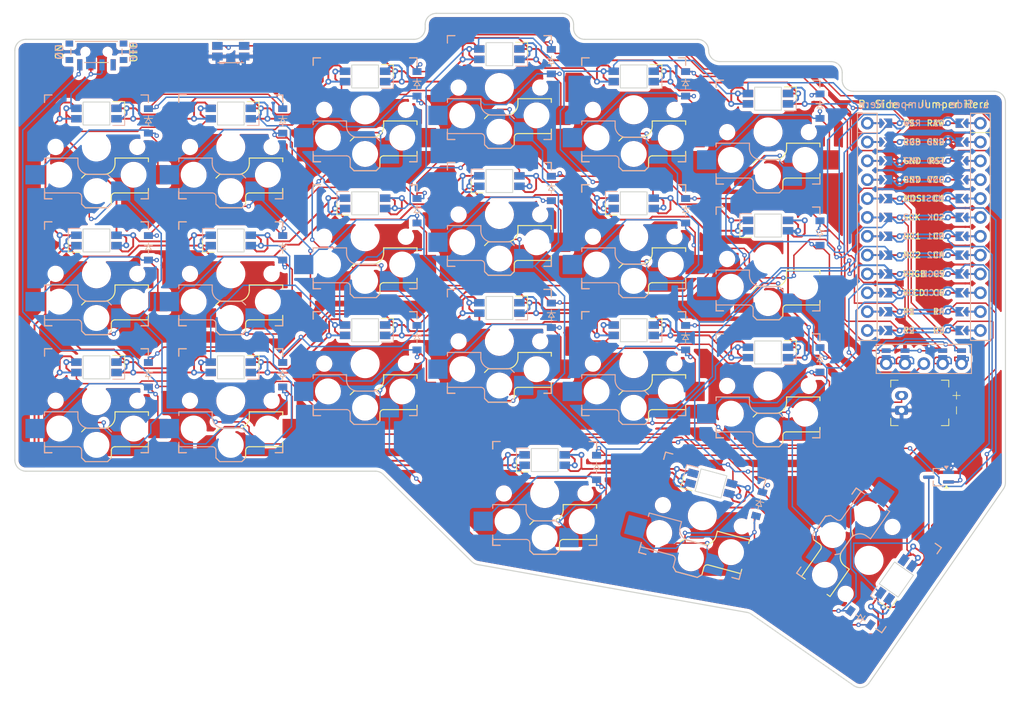
<source format=kicad_pcb>
(kicad_pcb (version 20240108) (generator "pcbnew") (generator_version "8.0")
  (title_block (title "main_pcb") (date "2024-11-26") (rev "v1.0.0") (company "Unknown"))
  (layers (0 "F.Cu" signal) (31 "B.Cu" signal) (34 "B.Paste" user) (35 "F.Paste" user) (36 "B.SilkS" user "B.Silkscreen") (37 "F.SilkS" user "F.Silkscreen") (38 "B.Mask" user) (39 "F.Mask" user) (44 "Edge.Cuts" user))
  (net 0 "")
  (net 1 "C6")
  (net 2 "far_thumb")
  (net 3 "C1")
  (net 4 "macro_bottom")
  (net 5 "macro_middle")
  (net 6 "macro_top")
  (net 7 "C2")
  (net 8 "pinky_bottom")
  (net 9 "pinky_middle")
  (net 10 "pinky_top")
  (net 11 "C3")
  (net 12 "ring_bottom")
  (net 13 "ring_middle")
  (net 14 "ring_top")
  (net 15 "C4")
  (net 16 "middle_bottom")
  (net 17 "middle_middle")
  (net 18 "middle_top")
  (net 19 "C5")
  (net 20 "index_bottom")
  (net 21 "index_middle")
  (net 22 "index_top")
  (net 23 "inner_bottom")
  (net 24 "inner_middle")
  (net 25 "inner_top")
  (net 26 "near_thumb")
  (net 27 "home_thumb")
  (net 28 "RAW")
  (net 29 "RGB_2")
  (net 30 "LED_DRAIN")
  (net 31 "RGB")
  (net 32 "RGB_3")
  (net 33 "RGB_4")
  (net 34 "RGB_5")
  (net 35 "RGB_6")
  (net 36 "RGB_7")
  (net 37 "RGB_8")
  (net 38 "RGB_9")
  (net 39 "RGB_10")
  (net 40 "RGB_11")
  (net 41 "RGB_12")
  (net 42 "RGB_13")
  (net 43 "RGB_14")
  (net 44 "RGB_15")
  (net 45 "RGB_16")
  (net 46 "RGB_17")
  (net 47 "RGB_18")
  (net 48 "RGB_19")
  (net 49 "RGB_20")
  (net 50 "RGB_21")
  (net 51 "RGB_22")
  (net 52 "R3")
  (net 53 "R2")
  (net 54 "R1")
  (net 55 "R4")
  (net 56 "GND")
  (net 57 "RST")
  (net 58 "VCC")
  (net 59 "CS")
  (net 60 "MOSI")
  (net 61 "SCK")
  (net 62 "NC1")
  (net 63 "NC2")
  (net 64 "VRGB")
  (net 65 "VLCD")
  (net 66 "MCU1_24")
  (net 67 "MCU1_1")
  (net 68 "MCU1_23")
  (net 69 "MCU1_2")
  (net 70 "MCU1_22")
  (net 71 "MCU1_3")
  (net 72 "MCU1_21")
  (net 73 "MCU1_4")
  (net 74 "MCU1_20")
  (net 75 "MCU1_5")
  (net 76 "MCU1_19")
  (net 77 "MCU1_6")
  (net 78 "MCU1_18")
  (net 79 "MCU1_7")
  (net 80 "MCU1_17")
  (net 81 "MCU1_8")
  (net 82 "MCU1_16")
  (net 83 "MCU1_9")
  (net 84 "MCU1_15")
  (net 85 "MCU1_10")
  (net 86 "MCU1_14")
  (net 87 "MCU1_11")
  (net 88 "MCU1_13")
  (net 89 "MCU1_12")
  (net 90 "DISP1_1")
  (net 91 "DISP1_2")
  (net 92 "DISP1_4")
  (net 93 "DISP1_5")
  (net 94 "BAT_P")
  (footprint "PG1350" (layer "F.Cu") (at 93.1 75 180)
    (property "Reference" "S5" (hide yes))
    (property "Value" "")
  )
  (footprint "PG1350" (layer "F.Cu") (at 165.5 55.9 180)
    (property "Reference" "S18" (hide yes))
    (property "Value" "")
  )
  (footprint "garethbradley:battery_connector_jst_ph_2" (layer "F.Cu") (at 183.5 75.3 90)
    (property "Reference" "JST1" (hide yes))
    (property "Value" "")
  )
  (footprint "ComboDiode" (layer "F.Cu") (at 100.1 54.4 -90)
    (property "Reference" "D5" (hide yes))
    (property "Value" "" (hide yes))
  )
  (footprint "PG1350" (layer "F.Cu") (at 111.2 70 180)
    (property "Reference" "S8" (hide yes))
    (property "Value" "")
  )
  (footprint "ComboDiode" (layer "F.Cu") (at 118.2 32.3 -90)
    (property "Reference" "D9" (hide yes))
    (property "Value" "" (hide yes))
  )
  (footprint "PG1350" (layer "F.Cu") (at 147.4 70 180)
    (property "Reference" "S14" (hide yes))
    (property "Value" "")
  )
  (footprint "PG1350" (layer "F.Cu") (at 129.3 67 180)
    (property "Reference" "S11" (hide yes))
    (property "Value" "")
  )
  (footprint "ComboDiode" (layer "F.Cu") (at 118.2 49.4 -90)
    (property "Reference" "D8" (hide yes))
    (property "Value" "" (hide yes))
  )
  (footprint "sw_reset_side" (layer "F.Cu") (at 93.1 27.9 90)
    (property "Reference" "SW1" (hide yes))
    (property "Value" "")
  )
  (footprint "PG1350" (layer "F.Cu") (at 75 40.8 180)
    (property "Reference" "S4" (hide yes))
    (property "Value" "")
  )
  (footprint "ComboDiode" (layer "F.Cu") (at 100.1 71.5 -90)
    (property "Reference" "D4" (hide yes))
    (property "Value" "" (hide yes))
  )
  (footprint "ComboDiode" (layer "F.Cu") (at 154.4 32.3 -90)
    (property "Reference" "D15" (hide yes))
    (property "Value" "" (hide yes))
  )
  (footprint "PG1350" (layer "F.Cu") (at 129.3 32.8 180)
    (property "Reference" "S13" (hide yes))
    (property "Value" "")
  )
  (footprint "PG1350" (layer "F.Cu") (at 147.4 52.9 180)
    (property "Reference" "S15" (hide yes))
    (property "Value" "")
  )
  (footprint "PG1350" (layer "F.Cu") (at 75 75 180)
    (property "Reference" "S2" (hide yes))
    (property "Value" "")
  )
  (footprint "PG1350" (layer "F.Cu") (at 93.1 57.9 180)
    (property "Reference" "S6" (hide yes))
    (property "Value" "")
  )
  (footprint "ComboDiode" (layer "F.Cu") (at 136.3 29.3 -90)
    (property "Reference" "D12" (hide yes))
    (property "Value" "" (hide yes))
  )
  (footprint "PG1350" (layer "F.Cu") (at 179.1078 96.5175 55)
    (property "Reference" "S1" (hide yes))
    (property "Value" "")
  )
  (footprint "ComboDiode" (layer "F.Cu") (at 136.3 46.4 -90)
    (property "Reference" "D11" (hide yes))
    (property "Value" "" (hide yes))
  )
  (footprint "ComboDiode" (layer "F.Cu") (at 142.4 84 -90)
    (property "Reference" "D19" (hide yes))
    (property "Value" "" (hide yes))
  )
  (footprint "ComboDiode" (layer "F.Cu") (at 172.5 69.5 -90)
    (property "Reference" "D16" (hide yes))
    (property "Value" "" (hide yes))
  )
  (footprint "PG1350" (layer "F.Cu") (at 156.65 90.5 165)
    (property "Reference" "S21" (hide yes))
    (property "Value" "")
  )
  (footprint "PG1350" (layer "F.Cu") (at 75 57.9 180)
    (property "Reference" "S3" (hide yes))
    (property "Value" "")
  )
  (footprint "ComboDiode" (layer "F.Cu") (at 82 54.4 -90)
    (property "Reference" "D2" (hide yes))
    (property "Value" "" (hide yes))
  )
  (footprint "PG1350" (layer "F.Cu") (at 165.5 38.8 180)
    (property "Reference" "S19" (hide yes))
    (property "Value" "")
  )
  (footprint "ComboDiode" (layer "F.Cu") (at 172.5 52.4 -90)
    (property "Reference" "D17" (hide yes))
    (property "Value" "" (hide yes))
  )
  (footprint "ComboDiode" (layer "F.Cu") (at 118.2 66.5 -90)
    (property "Reference" "D7" (hide yes))
    (property "Value" "" (hide yes))
  )
  (footprint "PG1350" (layer "F.Cu") (at 111.2 52.9 180)
    (property "Reference" "S9" (hide yes))
    (property "Value" "")
  )
  (footprint "PG1350" (layer "F.Cu") (at 165.5 73 180)
    (property "Reference" "S17" (hide yes))
    (property "Value" "")
  )
  (footprint "ComboDiode" (layer "F.Cu") (at 177.9598 104.2591 145)
    (property "Reference" "D21" (hide yes))
    (property "Value" "" (hide yes))
  )
  (footprint "PG1350" (layer "F.Cu") (at 129.3 49.9 180)
    (property "Reference" "S12" (hide yes))
    (property "Value" "")
  )
  (footprint "ComboDiode" (layer "F.Cu") (at 82 37.3 -90)
    (property "Reference" "D3" (hide yes))
    (property "Value" "" (hide yes))
  )
  (footprint "ComboDiode" (layer "F.Cu") (at 136.3 63.5 -90)
    (property "Reference" "D10" (hide yes))
    (property "Value" "" (hide yes))
  )
  (footprint "ComboDiode" (layer "F.Cu") (at 154.4 49.4 -90)
    (property "Reference" "D14" (hide yes))
    (property "Value" "" (hide yes))
  )
  (footprint "ComboDiode" (layer "F.Cu") (at 172.5 35.3 -90)
    (property "Reference" "D18" (hide yes))
    (property "Value" "" (hide yes))
  )
  (footprint "ComboDiode" (layer "F.Cu") (at 100.1 37.3 -90)
    (property "Reference" "D6" (hide yes))
    (property "Value" "" (hide yes))
  )
  (footprint "PG1350" (layer "F.Cu") (at 111.2 35.8 180)
    (property "Reference" "S10" (hide yes))
    (property "Value" "")
  )
  (footprint "nice!view" (layer "F.Cu") (at 186.5 53.3)
    (property "Reference" "DISP1" (hide yes))
    (property "Value" "")
  )
  (footprint "PG1350" (layer "F.Cu") (at 147.4 35.8 180)
    (property "Reference" "S16" (hide yes))
    (property "Value" "")
  )
  (footprint "PG1350" (layer "F.Cu") (at 135.4 87.5 180)
    (property "Reference" "S20" (hide yes))
    (property "Value" "")
  )
  (footprint "PG1350" (layer "F.Cu") (at 93.1 40.8 180)
    (property "Reference" "S7" (hide yes))
    (property "Value" "")
  )
  (footprint "ComboDiode" (layer "F.Cu") (at 154.4 66.5 -90)
    (property "Reference" "D13" (hide yes))
    (property "Value" "" (hide yes))
  )
  (footprint "nice_nano" (layer "F.Cu") (at 186.5 50.3)
    (property "Reference" "MCU1" (hide yes))
    (property "Value" "")
  )
  (footprint "ComboDiode" (layer "F.Cu") (at 82 71.5 -90)
    (property "Reference" "D1" (hide yes))
    (property "Value" "" (hide yes))
  )
  (footprint "ComboDiode" (layer "F.Cu") (at 164.3173 88.931 -105)
    (property "Reference" "D20" (hide yes))
    (property "Value" "" (hide yes))
  )
  (footprint "ceoloide:led_SK6812mini-e (per-key, reversible)" (layer "B.Cu") (at 111.2 65.5 180)
    (property "Reference" "LED16" (hide yes))
    (property "Value" "")
    (fp_rect (start -1.8 -1.55) (end 1.8 1.55) (stroke (width 0.12)) (fill none) (layer "Edge.Cuts"))
  )
  (footprint "ceoloide:led_SK6812mini-e (per-key, reversible)" (layer "B.Cu") (at 129.3 45.4)
    (property "Reference" "LED10" (hide yes))
    (property "Value" "")
    (fp_rect (start -1.8 -1.55) (end 1.8 1.55) (stroke (width 0.12)) (fill none) (layer "Edge.Cuts"))
  )
  (footprint "ceoloide:led_SK6812mini-e (per-key, reversible)" (layer "B.Cu") (at 93.1 70.5 180)
    (property "Reference" "LED17" (hide yes))
    (property "Value" "")
    (fp_rect (start -1.8 -1.55) (end 1.8 1.55) (stroke (width 0.12)) (fill none) (layer "Edge.Cuts"))
  )
  (footprint "ceoloide:led_SK6812mini-e (per-key, reversible)" (layer "B.Cu") (at 165.5 34.3 180)
    (property "Reference" "LED1" (hide yes))
    (property "Value" "")
    (fp_rect (start -1.8 -1.55) (end 1.8 1.55) (stroke (width 0.12)) (fill none) (layer "Edge.Cuts"))
  )
  (footprint "ceoloide:led_SK6812mini-e (per-key, reversible)" (layer "B.Cu") (at 165.5 68.5 180)
    (property "Reference" "LED13" (hide yes))
    (property "Value" "")
    (fp_rect (start -1.8 -1.55) (end 1.8 1.55) (stroke (width 0.12)) (fill none) (layer "Edge.Cuts"))
  )
  (footprint "ceoloide:led_SK6812mini-e (per-key, reversible)" (layer "B.Cu") (at 111.2 48.4)
    (property "Reference" "LED9" (hide yes))
    (property "Value" "")
    (fp_rect (start -1.8 -1.55) (end 1.8 1.55) (stroke (width 0.12)) (fill none) (layer "Edge.Cuts"))
  )
  (footprint "ceoloide:led_SK6812mini-e (per-key, reversible)" (layer "B.Cu") (at 129.3 28.3 180)
    (property "Reference" "LED3" (hide yes))
    (property "Value" "")
    (fp_rect (start -1.8 -1.55) (end 1.8 1.55) (stroke (width 0.12)) (fill none) (layer "Edge.Cuts"))
  )
  (footprint "ceoloide:led_SK6812mini-e (per-key, reversible)" (layer "B.Cu") (at 129.3 62.5 180)
    (property "Reference" "LED15" (hide yes))
    (property "Value" "")
    (fp_rect (start -1.8 -1.55) (end 1.8 1.55) (stroke (width 0.12)) (fill none) (layer "Edge.Cuts"))
  )
  (footprint "garethbradley:mosfet_pjc7400" (layer "B.Cu") (at 188.5 85.3 180)
    (property "Reference" "D22" (hide yes))
    (property "Value" "")
  )
  (footprint "ceoloide:led_SK6812mini-e (per-key, reversible)" (layer "B.Cu") (at 182.794 99.0986 55)
    (property "Reference" "LED21" (hide yes))
    (property "Value" "")
    (fp_poly (pts (xy -1.8 -1.55) (xy 1.8 -1.55) (xy 1.8 1.55) (xy -1.8 1.55)) (stroke (width 0.12)) (fill none) (layer "Edge.Cuts"))
  )
  (footprint "ceoloide:led_SK6812mini-e (per-key, reversible)" (layer "B.Cu") (at 111.2 31.3 180)
    (property "Reference" "LED4" (hide yes))
    (property "Value" "")
    (fp_rect (start -1.8 -1.55) (end 1.8 1.55) (stroke (width 0.12)) (fill none) (layer "Edge.Cuts"))
  )
  (footprint "ceoloide:led_SK6812mini-e (per-key, reversible)" (layer "B.Cu") (at 157.8147 86.1533 -15)
    (property "Reference" "LED20" (hide yes))
    (property "Value" "")
    (fp_poly (pts (xy -1.8 -1.55) (xy 1.8 -1.55) (xy 1.8 1.55) (xy -1.8 1.55)) (stroke (width 0.12)) (fill none) (layer "Edge.Cuts"))
  )
  (footprint "ceoloide:led_SK6812mini-e (per-key, reversible)" (layer "B.Cu") (at 147.4 65.5 180)
    (property "Reference" "LED14" (hide yes))
    (property "Value" "")
    (fp_rect (start -1.8 -1.55) (end 1.8 1.55) (stroke (width 0.12)) (fill none) (layer "Edge.Cuts"))
  )
  (footprint "ceoloide:led_SK6812mini-e (per-key, reversible)" (layer "B.Cu") (at 93.1 36.3 180)
    (property "Reference" "LED5" (hide yes))
    (property "Value" "")
    (fp_rect (start -1.8 -1.55) (end 1.8 1.55) (stroke (width 0.12)) (fill none) (layer "Edge.Cuts"))
  )
  (footprint "ceoloide:led_SK6812mini-e (per-key, reversible)" (layer "B.Cu") (at 135.4 83)
    (property "Reference" "LED19" (hide yes))
    (property "Value" "")
    (fp_rect (start -1.8 -1.55) (end 1.8 1.55) (stroke (width 0.12)) (fill none) (layer "Edge.Cuts"))
  )
  (footprint "ceoloide:led_SK6812mini-e (per-key, reversible)" (layer "B.Cu") (at 75 70.5 180)
    (property "Reference" "LED18" (hide yes))
    (property "Value" "")
    (fp_rect (start -1.8 -1.55) (end 1.8 1.55) (stroke (width 0.12)) (fill none) (layer "Edge.Cuts"))
  )
  (footprint "ceoloide:led_SK6812mini-e (per-key, reversible)" (layer "B.Cu") (at 165.5 51.4)
    (property "Reference" "LED12" (hide yes))
    (property "Value" "")
    (fp_rect (start -1.8 -1.55) (end 1.8 1.55) (stroke (width 0.12)) (fill none) (layer "Edge.Cuts"))
  )
  (footprint "ceoloide:led_SK6812mini-e (per-key, reversible)" (layer "B.Cu") (at 147.4 31.3 180)
    (property "Reference" "LED2" (hide yes))
    (property "Value" "")
    (fp_rect (start -1.8 -1.55) (end 1.8 1.55) (stroke (width 0.12)) (fill none) (layer "Edge.Cuts"))
  )
  (footprint "ceoloide:led_SK6812mini-e (per-key, reversible)" (layer "B.Cu") (at 93.1 53.4)
    (property "Reference" "LED8" (hide yes))
    (property "Value" "")
    (fp_rect (start -1.8 -1.55) (end 1.8 1.55) (stroke (width 0.12)) (fill none) (layer "Edge.Cuts"))
  )
  (footprint "ceoloide:led_SK6812mini-e (per-key, reversible)" (layer "B.Cu") (at 75 53.4)
    (property "Reference" "LED7" (hide yes))
    (property "Value" "")
    (fp_rect (start -1.8 -1.55) (end 1.8 1.55) (stroke (width 0.12)) (fill none) (layer "Edge.Cuts"))
  )
  (footprint "ceoloide:power_switch_smd_side" (layer "B.Cu") (at 75 28 90)
    (property "Reference" "PWR1" (hide yes))
    (property "Value" "")
  )
  (footprint "ceoloide:led_SK6812mini-e (per-key, reversible)" (layer "B.Cu") (at 75 36.3 180)
    (property "Reference" "LED6" (hide yes))
    (property "Value" "")
    (fp_rect (start -1.8 -1.55) (end 1.8 1.55) (stroke (width 0.12)) (fill none) (layer "Edge.Cuts"))
  )
  (footprint "ceoloide:led_SK6812mini-e (per-key, reversible)" (layer "B.Cu") (at 147.4 48.4)
    (property "Reference" "LED11" (hide yes))
    (property "Value" "")
    (fp_rect (start -1.8 -1.55) (end 1.8 1.55) (stroke (width 0.12)) (fill none) (layer "Edge.Cuts"))
  )
  (gr_arc (start 179.142631 113.016535) (mid 178.175295 113.638975) (end 177.051569 113.393269) (stroke (width 0.15)) (layer "Edge.Cuts"))
  (gr_line (start 175.5 31.800932) (end 175.5 30.8) (stroke (width 0.15)) (layer "Edge.Cuts"))
  (gr_arc (start 64 27.8) (mid 64.43934 26.73934) (end 65.5 26.3) (stroke (width 0.15)) (layer "Edge.Cuts"))
  (gr_line (start 119.3 24.299) (end 119.3 24.8) (stroke (width 0.15)) (layer "Edge.Cuts"))
  (gr_line (start 113.637851 84.930956) (end 125.568293 96.673517) (stroke (width 0.15)) (layer "Edge.Cuts"))
  (gr_arc (start 119.3 24.8) (mid 118.86066 25.86066) (end 117.8 26.3) (stroke (width 0.15)) (layer "Edge.Cuts"))
  (gr_arc (start 197.5 86.03144) (mid 197.431761 86.478682) (end 197.233293 86.885248) (stroke (width 0.15)) (layer "Edge.Cuts"))
  (gr_arc (start 195.999932 33.300068) (mid 197.060647 33.739382) (end 197.5 34.800068) (stroke (width 0.15)) (layer "Edge.Cuts"))
  (gr_line (start 139.3 24.799918) (end 139.3 24.299) (stroke (width 0.15)) (layer "Edge.Cuts"))
  (gr_line (start 179.142631 113.016535) (end 197.233293 86.885248) (stroke (width 0.15)) (layer "Edge.Cuts"))
  (gr_arc (start 174 29.3) (mid 175.06066 29.73934) (end 175.5 30.8) (stroke (width 0.15)) (layer "Edge.Cuts"))
  (gr_arc (start 177.000068 33.300932) (mid 175.939353 32.861618) (end 175.5 31.800932) (stroke (width 0.15)) (layer "Edge.Cuts"))
  (gr_arc (start 119.3 24.299) (mid 119.73934 23.23834) (end 120.8 22.799) (stroke (width 0.15)) (layer "Edge.Cuts"))
  (gr_line (start 126.358257 97.08137) (end 162.65443 103.526282) (stroke (width 0.15)) (layer "Edge.Cuts"))
  (gr_arc (start 140.800082 26.299918) (mid 139.739362 25.860608) (end 139.3 24.799918) (stroke (width 0.15)) (layer "Edge.Cuts"))
  (gr_line (start 197.5 86.03144) (end 197.5 34.800068) (stroke (width 0.15)) (layer "Edge.Cuts"))
  (gr_arc (start 162.65443 103.526282) (mid 162.965581 103.617096) (end 163.249954 103.772638) (stroke (width 0.15)) (layer "Edge.Cuts"))
  (gr_arc (start 137.8 22.799) (mid 138.86066 23.23834) (end 139.3 24.299) (stroke (width 0.15)) (layer "Edge.Cuts"))
  (gr_line (start 195.999932 33.300068) (end 177.000068 33.300932) (stroke (width 0.15)) (layer "Edge.Cuts"))
  (gr_line (start 117.8 26.3) (end 65.5 26.3) (stroke (width 0.15)) (layer "Edge.Cuts"))
  (gr_arc (start 65.5 84.5) (mid 64.43934 84.06066) (end 64 83) (stroke (width 0.15)) (layer "Edge.Cuts"))
  (gr_line (start 163.249954 103.772638) (end 177.051569 113.393269) (stroke (width 0.15)) (layer "Edge.Cuts"))
  (gr_arc (start 155.999918 26.299082) (mid 157.060638 26.738392) (end 157.5 27.799082) (stroke (width 0.15)) (layer "Edge.Cuts"))
  (gr_line (start 155.999918 26.299082) (end 140.800082 26.299918) (stroke (width 0.15)) (layer "Edge.Cuts"))
  (gr_line (start 174 29.3) (end 159 29.3) (stroke (width 0.15)) (layer "Edge.Cuts"))
  (gr_line (start 137.8 22.799) (end 120.8 22.799) (stroke (width 0.15)) (layer "Edge.Cuts"))
  (gr_arc (start 159 29.3) (mid 157.93934 28.86066) (end 157.5 27.8) (stroke (width 0.15)) (layer "Edge.Cuts"))
  (gr_arc (start 112.585642 84.5) (mid 113.154155 84.611927) (end 113.637851 84.930956) (stroke (width 0.15)) (layer "Edge.Cuts"))
  (gr_arc (start 126.358257 97.08137) (mid 125.932366 96.937312) (end 125.568293 96.673517) (stroke (width 0.15)) (layer "Edge.Cuts"))
  (gr_line (start 64 27.8) (end 64 83) (stroke (width 0.15)) (layer "Edge.Cuts"))
  (gr_line (start 65.5 84.5) (end 112.585642 84.5) (stroke (width 0.15)) (layer "Edge.Cuts"))
  (segment (start 164.8804 59.1946) (end 166.8679 59.1946) (width 0.2) (layer "F.Cu") (net 1))
  (segment (start 164.6192 76.5558) (end 168.2066 76.5558) (width 0.2) (layer "F.Cu") (net 1))
  (segment (start 176.1123 90.422) (end 173.9913 90.422) (width 0.2) (layer "F.Cu") (net 1))
  (segment (start 189.762 60.46) (end 189.76 60.46) (width 0.25) (layer "F.Cu") (net 1))
  (segment (start 162.225 61.85) (end 164.8804 59.1946) (width 0.2) (layer "F.Cu") (net 1))
  (segment (start 191.275 60.46) (end 189.762 60.46) (width 0.25) (layer "F.Cu") (net 1))
  (segment (start 162.225 44.75) (end 164.995 41.98) (width 0.2) (layer "F.Cu") (net 1))
  (segment (start 164.995 41.98) (end 167.091 41.98) (width 0.2) (layer "F.Cu") (net 1))
  (segment (start 162.225 78.95) (end 164.6192 76.5558) (width 0.2) (layer "F.Cu") (net 1))
  (segment (start 162.3375 55.3989) (end 162.3375 56.6517) (width 0.2) (layer "F.Cu") (net 1))
  (segment (start 162.3375 56.6517) (end 164.8804 59.1946) (width 0.2) (layer "F.Cu") (net 1))
  (segment (start 191.28 60.46) (end 191.275 60.46) (width 0.25) (layer "F.Cu") (net 1))
  (segment (start 173.9913 90.422) (end 171.9632 92.4501) (width 0.2) (layer "F.Cu") (net 1))
  (via (at 166.8679 59.1946) (size 0.6) (drill 0.3) (layers "F.Cu" "B.Cu") (net 1))
  (via (at 167.091 41.98) (size 0.6) (drill 0.3) (layers "F.Cu" "B.Cu") (net 1))
  (via (at 168.2066 76.5558) (size 0.6) (drill 0.3) (layers "F.Cu" "B.Cu") (net 1))
  (via (at 162.3375 55.3989) (size 0.6) (drill 0.3) (layers "F.Cu" "B.Cu") (net 1))
  (via (at 171.9632 92.4501) (size 0.6) (drill 0.3) (layers "F.Cu" "B.Cu") (net 1))
  (segment (start 171.55 68.7055) (end 171.55 66.0944) (width 0.2) (layer "B.Cu") (net 1))
  (segment (start 178.4966 61.73) (end 177.3611 62.8655) (width 0.2) (layer "B.Cu") (net 1))
  (segment (start 173.419 72.5881) (end 173.419 70.5745) (width 0.2) (layer "B.Cu") (net 1))
  (segment (start 181.725 60.46) (end 182.16 60.46) (width 0.25) (layer "B.Cu") (net 1))
  (segment (start 162.3375 55.3989) (end 159.831 52.8924) (width 0.2) (layer "B.Cu") (net 1))
  (segment (start 159.831 52.8924) (end 159.831 47.4097) (width 0.2) (layer "B.Cu") (net 1))
  (segment (start 169.7304 74.6043) (end 171.4028 74.6043) (width 0.2) (layer "B.Cu") (net 1))
  (segment (start 166.8679 59.9429) (end 166.8679 59.1946) (width 0.2) (layer "B.Cu") (net 1))
  (segment (start 159.831 47.4097) (end 165.2607 41.98) (width 0.2) (layer "B.Cu") (net 1))
  (segment (start 182.8875 61.1875) (end 182.89 61.19) (width 0.25) (layer "B.Cu") (net 1))
  (segment (start 183.96 60.8) (end 184.05 60.71) (width 0.25) (layer "B.Cu") (net 1))
  (segment (start 182.89 61.19) (end 183.59 61.19) (width 0.25) (layer "B.Cu") (net 1))
  (segment (start 173.419 70.5745) (end 171.55 68.7055) (width 0.2) (layer "B.Cu") (net 1))
  (segment (start 167.091 41.98) (end 167.091 43.066) (width 0.2) (layer "B.Cu") (net 1))
  (segment (start 168.3001 78.4751) (end 168.775 78.95) (width 0.2) (layer "B.Cu") (net 1))
  (segment (start 165.2607 41.98) (end 167.091 41.98) (width 0.2) (layer "B.Cu") (net 1))
  (segment (start 171.6421 66.0023) (end 171.6421 64.7171) (width 0.2) (layer "B.Cu") (net 1))
  (segment (start 171.55 66.0944) (end 171.6421 66.0023) (width 0.2) (layer "B.Cu") (net 1))
  (segment (start 175.2343 70.5745) (end 173.419 70.5745) (width 0.2) (layer "B.Cu") (net 1))
  (segment (start 168.3001 76.0346) (end 169.7304 74.6043) (width 0.2) (layer "B.Cu") (net 1))
  (segment (start 171.9632 95.3952) (end 171.9632 92.4501) (width 0.2) (layer "B.Cu") (net 1))
  (segment (start 189.51 60.71) (end 189.6734 60.5466) (width 0.25) (layer "B.Cu") (net 1))
  (segment (start 189.6754 60.5466) (end 189.6734 60.5466) (width 0.2) (layer "B.Cu") (net 1))
  (segment (start 182.8875 61.1875) (end 182.345 61.73) (width 0.2) (layer "B.Cu") (net 1))
  (segment (start 189.6734 60.5466) (end 189.76 60.46) (width 0.25) (layer "B.Cu") (net 1))
  (segment (start 168.2066 76.5558) (end 168.3001 76.5558) (width 0.2) (layer "B.Cu") (net 1))
  (segment (start 184.05 60.71) (end 189.51 60.71) (width 0.25) (layer "B.Cu") (net 1))
  (segment (start 168.3001 76.5558) (end 168.3001 76.0346) (width 0.2) (layer "B.Cu") (net 1))
  (segment (start 177.3611 68.4477) (end 175.2343 70.5745) (width 0.2) (layer "B.Cu") (net 1))
  (segment (start 168.775 61.85) (end 166.8679 59.9429) (width 0.2) (layer "B.Cu") (net 1))
  (segment (start 167.091 43.066) (end 168.775 44.75) (width 0.2) (layer "B.Cu") (net 1))
  (segment (start 183.96 60.81) (end 183.96 60.8) (width 0.25) (layer "B.Cu") (net 1))
  (segment (start 168.3001 76.5558) (end 168.3001 78.4751) (width 0.2) (layer "B.Cu") (net 1))
  (segment (start 171.6421 64.7171) (end 168.775 61.85) (width 0.2) (layer "B.Cu") (net 1))
  (segment (start 171.4028 74.6043) (end 173.419 72.5881) (width 0.2) (layer "B.Cu") (net 1))
  (segment (start 182.16 60.46) (end 182.8875 61.1875) (width 0.25) (layer "B.Cu") (net 1))
  (segment (start 182.345 61.73) (end 178.4966 61.73) (width 0.2) (layer "B.Cu") (net 1))
  (segment (start 181.72 60.46) (end 181.725 60.46) (width 0.25) (layer "B.Cu") (net 1))
  (segment (start 172.3554 95.7874) (end 171.9632 95.3952) (width 0.2) (layer "B.Cu") (net 1))
  (segment (start 171.9632 92.4501) (end 168.775 89.2619) (width 0.2) (layer "B.Cu") (net 1))
  (segment (start 177.3611 62.8655) (end 177.3611 68.4477) (width 0.2) (layer "B.Cu") (net 1))
  (segment (start 189.762 60.46) (end 189.6754 60.5466) (width 0.2) (layer "B.Cu") (net 1))
  (segment (start 183.59 61.19) (end 183.96 60.81) (width 0.25) (layer "B.Cu") (net 1))
  (segment (start 168.775 89.2619) (end 168.775 78.95) (width 0.2) (layer "B.Cu") (net 1))
  (segment (start 175.001 103.313) (end 175.001004 103.313) (width 0.2) (layer "F.Cu") (net 2))
  (segment (start 171.2896 101.1451) (end 171.2899 101.1451) (width 0.2) (layer "F.Cu") (net 2))
  (segment (start 171.2899 101.1451) (end 171.29 101.145) (width 0.2) (layer "F.Cu") (net 2))
  (segment (start 175.001 103.313) (end 176.608 103.313) (width 0.2) (layer "F.Cu") (net 2))
  (segment (start 171.29 101.145) (end 173.457 103.313) (width 0.2) (layer "F.Cu") (net 2))
  (segment (start 173.457 103.313) (end 175.001 103.313) (width 0.2) (layer "F.Cu") (net 2))
  (segment (start 176.608 103.3129) (end 176.608 103.313) (width 0.2) (layer "F.Cu") (net 2))
  (segment (start 176.6082 103.3127) (end 176.608 103.3129) (width 0.2) (layer "F.Cu") (net 2))
  (via (at 175.001004 103.313) (size 0.6) (drill 0.3) (layers "F.Cu" "B.Cu") (net 2))
  (segment (start 175.001305 103.312699) (end 175.001004 103.313) (width 0.2) (layer "B.Cu") (net 2))
  (segment (start 176.6433 89.6299) (end 176.6433 97.608985) (width 0.2) (layer "B.Cu") (net 2))
  (segment (start 178.6851 87.5881) (end 176.6433 89.6299) (width 0.2) (layer "B.Cu") (net 2))
  (segment (start 177.361 98.326685) (end 177.361 101.400796) (width 0.2) (layer "B.Cu") (net 2))
  (segment (start 177.361 101.400796) (end 175.448796 103.313) (width 0.2) (layer "B.Cu") (net 2))
  (segment (start 175.448796 103.313) (end 175.001004 103.313) (width 0.2) (layer "B.Cu") (net 2))
  (segment (start 176.608199 103.312699) (end 175.001305 103.312699) (width 0.2) (layer "B.Cu") (net 2))
  (segment (start 176.6433 97.608985) (end 177.361 98.326685) (width 0.2) (layer "B.Cu") (net 2))
  (segment (start 180.7823 87.5881) (end 178.6851 87.5881) (width 0.2) (layer "B.Cu") (net 2))
  (segment (start 97.2296 80.8289) (end 138.4369 80.8289) (width 0.2) (layer "F.Cu") (net 3))
  (segment (start 73.8779 66.0029) (end 77.3192 66.0029) (width 0.2) (layer "F.Cu") (net 3))
  (segment (start 153.8718 79.9544) (end 155.3314 81.414) (width 0.2) (layer "F.Cu") (net 3))
  (segment (start 139.3114 79.9544) (end 153.8718 79.9544) (width 0.2) (layer "F.Cu") (net 3))
  (segment (start 74.028 49.053) (end 71.725 46.75) (width 0.2) (layer "F.Cu") (net 3))
  (segment (start 189.762 47.76) (end 189.76 47.76) (width 0.25) (layer "F.Cu") (net 3))
  (segment (start 95.5633 79.1626) (end 97.2296 80.8289) (width 0.2) (layer "F.Cu") (net 3))
  (segment (start 138.4369 80.8289) (end 139.3114 79.9544) (width 0.2) (layer "F.Cu") (net 3))
  (segment (start 94.892 77.8559) (end 95.5633 78.5272) (width 0.2) (layer "F.Cu") (net 3))
  (segment (start 155.3314 81.414) (end 184.6342 81.414) (width 0.2) (layer "F.Cu") (net 3))
  (segment (start 91.0454 77.8559) (end 94.892 77.8559) (width 0.2) (layer "F.Cu") (net 3))
  (segment (start 191.28 47.76) (end 191.275 47.76) (width 0.25) (layer "F.Cu") (net 3))
  (segment (start 74.028 50.228) (end 74.028 49.053) (width 0.2) (layer "F.Cu") (net 3))
  (segment (start 71.725 63.85) (end 73.8779 66.0029) (width 0.2) (layer "F.Cu") (net 3))
  (segment (start 74.3 50.5) (end 74.028 50.228) (width 0.2) (layer "F.Cu") (net 3))
  (segment (start 95.5633 78.5272) (end 95.5633 79.1626) (width 0.2) (layer "F.Cu") (net 3))
  (segment (start 191.275 47.76) (end 189.762 47.76) (width 0.25) (layer "F.Cu") (net 3))
  (segment (start 71.725 80.95) (end 74.7343 77.9407) (width 0.2) (layer "F.Cu") (net 3))
  (segment (start 74.7343 77.9407) (end 75.9748 77.9407) (width 0.2) (layer "F.Cu") (net 3))
  (via (at 184.6342 81.414) (size 0.6) (drill 0.3) (layers "F.Cu" "B.Cu") (net 3))
  (via (at 91.0454 77.8559) (size 0.6) (drill 0.3) (layers "F.Cu" "B.Cu") (net 3))
  (via (at 77.3192 66.0029) (size 0.6) (drill 0.3) (layers "F.Cu" "B.Cu") (net 3))
  (via (at 75.9748 77.9407) (size 0.6) (drill 0.3) (layers "F.Cu" "B.Cu") (net 3))
  (via (at 74.3 50.5) (size 0.6) (drill 0.3) (layers "F.Cu" "B.Cu") (net 3))
  (segment (start 189.6754 47.8466) (end 189.6734 47.8466) (width 0.2) (layer "B.Cu") (net 3))
  (segment (start 188.5378 85.3176) (end 188.5378 86.0586) (width 0.2) (layer "B.Cu") (net 3))
  (segment (start 78.275 46.75) (end 78.275 47.0954) (width 0.2) (layer "B.Cu") (net 3))
  (segment (start 189.6734 47.8466) (end 189.76 47.76) (width 0.25) (layer "B.Cu") (net 3))
  (segment (start 74.8704 50.5) (end 74.3 50.5) (width 0.2) (layer "B.Cu") (net 3))
  (segment (start 78.275 65.0471) (end 77.3192 66.0029) (width 0.2) (layer "B.Cu") (net 3))
  (segment (start 78.275 63.85) (end 78.275 65.0471) (width 0.2) (layer "B.Cu") (net 3))
  (segment (start 82.3207 78.1634) (end 82.3207 79.3647) (width 0.2) (layer "B.Cu") (net 3))
  (segment (start 184.6342 81.414) (end 188.5378 85.3176) (width 0.2) (layer "B.Cu") (net 3))
  (segment (start 80.7028 63.85) (end 83.8343 66.9815) (width 0.2) (layer "B.Cu") (net 3))
  (segment (start 190.8568 49.03) (end 189.6734 47.8466) (width 0.2) (layer "B.Cu") (net 3))
  (segment (start 82.1178 60.3826) (end 82.1178 62.435) (width 0.2) (layer "B.Cu") (net 3))
  (segment (start 78.275 47.0954) (end 74.8704 50.5) (width 0.2) (layer "B.Cu") (net 3))
  (segment (start 196.2 50.6759) (end 194.5541 49.03) (width 0.2) (layer "B.Cu") (net 3))
  (segment (start 184.05 48.01) (end 189.51 48.01) (width 0.25) (layer "B.Cu") (net 3))
  (segment (start 194.5541 49.03) (end 190.8568 49.03) (width 0.2) (layer "B.Cu") (net 3))
  (segment (start 183.59 48.49) (end 183.96 48.11) (width 0.25) (layer "B.Cu") (net 3))
  (segment (start 191.567439 86.5518) (end 196.2 81.919239) (width 0.2) (layer "B.Cu") (net 3))
  (segment (start 189.51 48.01) (end 189.6734 47.8466) (width 0.25) (layer "B.Cu") (net 3))
  (segment (start 78.275 47.0954) (end 78.3613 47.0954) (width 0.2) (layer "B.Cu") (net 3))
  (segment (start 80.7028 63.85) (end 78.275 63.85) (width 0.2) (layer "B.Cu") (net 3))
  (segment (start 196.2 81.919239) (end 196.2 50.6759) (width 0.2) (layer "B.Cu") (net 3))
  (segment (start 83.7305 58.7699) (end 82.1178 60.3826) (width 0.2) (layer "B.Cu") (net 3))
  (segment (start 80.7354 80.95) (end 78.275 80.95) (width 0.2) (layer "B.Cu") (net 3))
  (segment (start 83.8343 66.9815) (end 83.8343 76.6498) (width 0.2) (layer "B.Cu") (net 3))
  (segment (start 189.762 47.76) (end 189.6754 47.8466) (width 0.2) (layer "B.Cu") (net 3))
  (segment (start 183.96 48.11) (end 183.96 48.1) (width 0.25) (layer "B.Cu") (net 3))
  (segment (start 181.725 47.76) (end 182.16 47.76) (width 0.25) (layer "B.Cu") (net 3))
  (segment (start 183.96 48.1) (end 184.05 48.01) (width 0.25) (layer "B.Cu") (net 3))
  (segment (start 189.031 86.5518) (end 191.567439 86.5518) (width 0.2) (layer "B.Cu") (net 3))
  (segment (start 83.7305 52.4646) (end 83.7305 58.7699) (width 0.2) (layer "B.Cu") (net 3))
  (segment (start 83.8343 76.6498) (end 82.3207 78.1634) (width 0.2) (layer "B.Cu") (net 3))
  (segment (start 182.16 47.76) (end 182.89 48.49) (width 0.25) (layer "B.Cu") (net 3))
  (segment (start 182.89 48.49) (end 183.59 48.49) (width 0.25) (layer "B.Cu") (net 3))
  (segment (start 181.72 47.76) (end 181.725 47.76) (width 0.25) (layer "B.Cu") (net 3))
  (segment (start 82.1178 62.435) (end 80.7028 63.85) (width 0.2) (layer "B.Cu") (net 3))
  (segment (start 78.275 80.95) (end 75.9748 78.6498) (width 0.2) (layer "B.Cu") (net 3))
  (segment (start 75.9748 78.6498) (end 75.9748 77.9407) (width 0.2) (layer "B.Cu") (net 3))
  (segment (start 89.8393 76.6498) (end 91.0454 77.8559) (width 0.2) (layer "B.Cu") (net 3))
  (segment (start 82.3207 79.3647) (end 80.7354 80.95) (width 0.2) (layer "B.Cu") (net 3))
  (segment (start 78.3613 47.0954) (end 83.7305 52.4646) (width 0.2) (layer "B.Cu") (net 3))
  (segment (start 188.5378 86.0586) (end 189.031 86.5518) (width 0.2) (layer "B.Cu") (net 3))
  (segment (start 83.8343 76.6498) (end 89.8393 76.6498) (width 0.2) (layer "B.Cu") (net 3))
  (segment (start 83.275 74.425) (end 82.9554 74.1054) (width 0.2) (layer "F.Cu") (net 4))
  (segment (start 82.9554 74.1054) (end 82 73.15) (width 0.2) (layer "F.Cu") (net 4))
  (segment (start 83.275 78.75) (end 83.275 74.425) (width 0.2) (layer "F.Cu") (net 4))
  (via (at 82.9554 74.1054) (size 0.6) (drill 0.3) (layers "F.Cu" "B.Cu") (net 4))
  (segment (start 82.9554 74.1054) (end 82.7517 73.9017) (width 0.2) (layer "B.Cu") (net 4))
  (segment (start 70.3044 76.432) (end 69.043 76.432) (width 0.2) (layer "B.Cu") (net 4))
  (segment (start 69.043 76.432) (end 66.725 78.75) (width 0.2) (layer "B.Cu") (net 4))
  (segment (start 82 73.4745) (end 81.2399 72.7144) (width 0.2) (layer "B.Cu") (net 4))
  (segment (start 82.7517 73.9017) (end 82 73.9017) (width 0.2) (layer "B.Cu") (net 4))
  (segment (start 81.2399 72.7144) (end 74.022 72.7144) (width 0.2) (layer "B.Cu") (net 4))
  (segment (start 74.022 72.7144) (end 70.3044 76.432) (width 0.2) (layer "B.Cu") (net 4))
  (segment (start 82 73.4745) (end 82 73.9017) (width 0.2) (layer "B.Cu") (net 4))
  (segment (start 82 73.15) (end 82 73.4745) (width 0.2) (layer "B.Cu") (net 4))
  (segment (start 83.275 57.325) (end 82 56.05) (width 0.2) (layer "F.Cu") (net 5))
  (segment (start 82 56.05) (end 83.1153 56.05) (width 0.2) (layer "F.Cu") (net 5))
  (segment (start 83.275 61.65) (end 83.275 57.325) (width 0.2) (layer "F.Cu") (net 5))
  (via (at 83.1153 56.05) (size 0.6) (drill 0.3) (layers "F.Cu" "B.Cu") (net 5))
  (segment (start 69.043 59.332) (end 66.725 61.65) (width 0.2) (layer "B.Cu") (net 5))
  (segment (start 80.6728 55.6245) (end 74.0119 55.6245) (width 0.2) (layer "B.Cu") (net 5))
  (segment (start 82 56.05) (end 83.1153 56.05) (width 0.2) (layer "B.Cu") (net 5))
  (segment (start 82 56.05) (end 81.0983 56.05) (width 0.2) (layer "B.Cu") (net 5))
  (segment (start 81.0983 56.05) (end 80.6728 55.6245) (width 0.2) (layer "B.Cu") (net 5))
  (segment (start 70.3044 59.332) (end 69.043 59.332) (width 0.2) (layer "B.Cu") (net 5))
  (segment (start 74.0119 55.6245) (end 70.3044 59.332) (width 0.2) (layer "B.Cu") (net 5))
  (segment (start 83.275 44.55) (end 83.275 40.225) (width 0.2) (layer "F.Cu") (net 6))
  (segment (start 82 38.95) (end 82.9017 38.95) (width 0.2) (layer "F.Cu") (net 6))
  (segment (start 83.275 40.225) (end 82 38.95) (width 0.2) (layer "F.Cu") (net 6))
  (segment (start 82.9017 39.0723) (end 83.116 39.2866) (width 0.2) (layer "F.Cu") (net 6))
  (segment (start 82.9017 38.95) (end 82.9017 39.0723) (width 0.2) (layer "F.Cu") (net 6))
  (via (at 83.116 39.2866) (size 0.6) (drill 0.3) (layers "F.Cu" "B.Cu") (net 6))
  (segment (start 82.4509 38.95) (end 82.9017 38.95) (width 0.2) (layer "B.Cu") (net 6))
  (segment (start 82.0254 38.5245) (end 74.0119 38.5245) (width 0.2) (layer "B.Cu") (net 6))
  (segment (start 68.8708 42.4042) (end 66.725 44.55) (width 0.2) (layer "B.Cu") (net 6))
  (segment (start 82.9017 39.0723) (end 82.9017 38.95) (width 0.2) (layer "B.Cu") (net 6))
  (segment (start 74.0119 38.5245) (end 70.1322 42.4042) (width 0.2) (layer "B.Cu") (net 6))
  (segment (start 70.1322 42.4042) (end 68.8708 42.4042) (width 0.2) (layer "B.Cu") (net 6))
  (segment (start 82 38.95) (end 82.4509 38.95) (width 0.2) (layer "B.Cu") (net 6))
  (segment (start 83.116 39.2866) (end 82.9017 39.0723) (width 0.2) (layer "B.Cu") (net 6))
  (segment (start 82.4509 38.95) (end 82.0254 38.5245) (width 0.2) (layer "B.Cu") (net 6))
  (segment (start 157.4353 56.4479) (end 159.4125 54.4707) (width 0.2) (layer "F.Cu") (net 7))
  (segment (start 164.7689 58.4444) (end 167.557 58.4444) (width 0.2) (layer "F.Cu") (net 7))
  (segment (start 189.762 50.3) (end 189.76 50.3) (width 0.25) (layer "F.Cu") (net 7))
  (segment (start 95.2603 66.0118) (end 91.9868 66.0118) (width 0.2) (layer "F.Cu") (net 7))
  (segment (start 173.2329 53.2644) (end 174.4709 54.5024) (width 0.2) (layer "F.Cu") (net 7))
  (segment (start 162.9865 55.1899) (end 162.9865 56.662) (width 0.2) (layer "F.Cu") (net 7))
  (segment (start 92.277 78.498) (end 94.6171 78.498) (width 0.2) (layer "F.Cu") (net 7))
  (segment (start 103.8375 54.8054) (end 103.8375 60.9193) (width 0.2) (layer "F.Cu") (net 7))
  (segment (start 103.8375 60.9193) (end 103.8375 62.2571) (width 0.2) (layer "F.Cu") (net 7))
  (segment (start 168.989129 55.409271) (end 171.134 53.2644) (width 0.2) (layer "F.Cu") (net 7))
  (segment (start 154.4463 60.9167) (end 157.4353 57.9277) (width 0.2) (layer "F.Cu") (net 7))
  (segment (start 89.825 46.75) (end 91.8767 48.8017) (width 0.2) (layer "F.Cu") (net 7))
  (segment (start 168.989129 58.15) (end 168.989129 55.409271) (width 0.2) (layer "F.Cu") (net 7))
  (segment (start 171.134 53.2644) (end 173.2329 53.2644) (width 0.2) (layer "F.Cu") (net 7))
  (segment (start 103.8375 60.9193) (end 119.6557 60.9193) (width 0.2) (layer "F.Cu") (net 7))
  (segment (start 119.6557 60.9193) (end 121.0846 59.4904) (width 0.2) (layer "F.Cu") (net 7))
  (segment (start 191.28 50.3) (end 191.275 50.3) (width 0.25) (layer "F.Cu") (net 7))
  (segment (start 162.9865 56.662) (end 164.7689 58.4444) (width 0.2) (layer "F.Cu") (net 7))
  (segment (start 157.4353 57.9277) (end 157.4353 56.4479) (width 0.2) (layer "F.Cu") (net 7))
  (segment (start 174.4709 55.364123) (end 174.756777 55.65) (width 0.2) (layer "F.Cu") (net 7))
  (segment (start 162.2673 54.4707) (end 162.9865 55.1899) (width 0.2) (layer "F.Cu") (net 7))
  (segment (start 174.4709 54.5024) (end 174.4709 55.364123) (width 0.2) (layer "F.Cu") (net 7))
  (segment (start 139.9081 59.4904) (end 141.3344 60.9167) (width 0.2) (layer "F.Cu") (net 7))
  (segment (start 141.3344 60.9167) (end 154.4463 60.9167) (width 0.2) (layer "F.Cu") (net 7))
  (segment (start 91.8767 48.8017) (end 95.5078 48.8017) (width 0.2) (layer "F.Cu") (net 7))
  (segment (start 91.9868 66.0118) (end 89.825 63.85) (width 0.2) (layer "F.Cu") (net 7))
  (segment (start 103.8375 62.2571) (end 100.0828 66.0118) (width 0.2) (layer "F.Cu") (net 7))
  (segment (start 191.275 50.3) (end 189.762 50.3) (width 0.25) (layer "F.Cu") (net 7))
  (segment (start 121.0846 59.4904) (end 139.9081 59.4904) (width 0.2) (layer "F.Cu") (net 7))
  (segment (start 100.0828 66.0118) (end 95.2603 66.0118) (width 0.2) (layer "F.Cu") (net 7))
  (segment (start 89.825 80.95) (end 92.277 78.498) (width 0.2) (layer "F.Cu") (net 7))
  (segment (start 159.4125 54.4707) (end 162.2673 54.4707) (width 0.2) (layer "F.Cu") (net 7))
  (via (at 168.989129 58.15) (size 0.6) (drill 0.3) (layers "F.Cu" "B.Cu") (net 7))
  (via (at 174.756777 55.65) (size 0.6) (drill 0.3) (layers "F.Cu" "B.Cu") (net 7))
  (via (at 95.5078 48.8017) (size 0.6) (drill 0.3) (layers "F.Cu" "B.Cu") (net 7))
  (via (at 103.8375 54.8054) (size 0.6) (drill 0.3) (layers "F.Cu" "B.Cu") (net 7))
  (via (at 167.557 58.4444) (size 0.6) (drill 0.3) (layers "F.Cu" "B.Cu") (net 7))
  (via (at 94.6171 78.498) (size 0.6) (drill 0.3) (layers "F.Cu" "B.Cu") (net 7))
  (via (at 95.2603 66.0118) (size 0.6) (drill 0.3) (layers "F.Cu" "B.Cu") (net 7))
  (segment (start 180.8038 51.6562) (end 178.4121 51.6562) (width 0.2) (layer "B.Cu") (net 7))
  (segment (start 183.59 51.03) (end 183.96 50.65) (width 0.25) (layer "B.Cu") (net 7))
  (segment (start 97.295 47.9345) (end 103.8375 54.477) (width 0.2) (layer "B.Cu") (net 7))
  (segment (start 189.762 50.3) (end 189.6754 50.3866) (width 0.2) (layer "B.Cu") (net 7))
  (segment (start 96.375 47.9345) (end 95.5078 48.8017) (width 0.2) (layer "B.Cu") (net 7))
  (segment (start 96.375 63.85) (end 98.8469 66.3219) (width 0.2) (layer "B.Cu") (net 7))
  (segment (start 178.4121 51.6562) (end 177.34 52.7283) (width 0.2) (layer "B.Cu") (net 7))
  (segment (start 98.8469 66.3219) (end 98.8469 70.0847) (width 0.2) (layer "B.Cu") (net 7))
  (segment (start 101.282 72.5198) (end 101.282 78.5034) (width 0.2) (layer "B.Cu") (net 7))
  (segment (start 98.8354 80.95) (end 96.375 80.95) (width 0.2) (layer "B.Cu") (net 7))
  (segment (start 96.375 80.95) (end 96.375 80.2559) (width 0.2) (layer "B.Cu") (net 7))
  (segment (start 96.375 80.2559) (end 94.6171 78.498) (width 0.2) (layer "B.Cu") (net 7))
  (segment (start 181.725 50.3) (end 182.16 50.3) (width 0.25) (layer "B.Cu") (net 7))
  (segment (start 189.6754 50.3866) (end 189.6734 50.3866) (width 0.2) (layer "B.Cu") (net 7))
  (segment (start 181.72 50.3) (end 181.725 50.3) (width 0.25) (layer "B.Cu") (net 7))
  (segment (start 168.694729 58.4444) (end 168.989129 58.15) (width 0.2) (layer "B.Cu") (net 7))
  (segment (start 189.51 50.55) (end 189.6734 50.3866) (width 0.25) (layer "B.Cu") (net 7))
  (segment (start 96.375 63.85) (end 96.375 64.8971) (width 0.2) (layer "B.Cu") (net 7))
  (segment (start 101.282 78.5034) (end 98.8354 80.95) (width 0.2) (layer "B.Cu") (net 7))
  (segment (start 182.89 51.03) (end 183.59 51.03) (width 0.25) (layer "B.Cu") (net 7))
  (segment (start 177.34 52.7283) (end 177.34 53.9551) (width 0.2) (layer "B.Cu") (net 7))
  (segment (start 183.96 50.65) (end 183.96 50.64) (width 0.25) (layer "B.Cu") (net 7))
  (segment (start 182.16 50.3) (end 180.8038 51.6562) (width 0.2) (layer "B.Cu") (net 7))
  (segment (start 96.375 64.8971) (end 95.2603 66.0118) (width 0.2) (layer "B.Cu") (net 7))
  (segment (start 167.557 58.4444) (end 168.694729 58.4444) (width 0.2) (layer "B.Cu") (net 7))
  (segment (start 182.16 50.3) (end 182.89 51.03) (width 0.25) (layer "B.Cu") (net 7))
  (segment (start 98.8469 70.0847) (end 101.282 72.5198) (width 0.2) (layer "B.Cu") (net 7))
  (segment (start 175.6451 55.65) (end 174.756777 55.65) (width 0.2) (layer "B.Cu") (net 7))
  (segment (start 96.375 47.9345) (end 97.295 47.9345) (width 0.2) (layer "B.Cu") (net 7))
  (segment (start 184.05 50.55) (end 189.51 50.55) (width 0.25) (layer "B.Cu") (net 7))
  (segment (start 183.96 50.64) (end 184.05 50.55) (width 0.25) (layer "B.Cu") (net 7))
  (segment (start 189.6734 50.3866) (end 189.76 50.3) (width 0.25) (layer "B.Cu") (net 7))
  (segment (start 103.8375 54.477) (end 103.8375 54.8054) (width 0.2) (layer "B.Cu") (net 7))
  (segment (start 177.34 53.9551) (end 175.6451 55.65) (width 0.2) (layer "B.Cu") (net 7))
  (segment (start 96.375 46.75) (end 96.375 47.9345) (width 0.2) (layer "B.Cu") (net 7))
  (segment (start 101.375 78.75) (end 101.375 74.425) (width 0.2) (layer "F.Cu") (net 8))
  (segment (start 100.7375 73.7875) (end 100.6371 73.8879) (width 0.2) (layer "F.Cu") (net 8))
  (segment (start 100.6371 73.8879) (end 100.6371 74.1095) (width 0.2) (layer "F.Cu") (net 8))
  (segment (start 100.7375 73.7875) (end 100.1 73.15) (width 0.2) (layer "F.Cu") (net 8))
  (segment (start 101.375 74.425) (end 100.7375 73.7875) (width 0.2) (layer "F.Cu") (net 8))
  (via (at 100.6371 74.1095) (size 0.6) (drill 0.3) (layers "F.Cu" "B.Cu") (net 8))
  (segment (start 91.8553 78.6995) (end 89.7301 80.8247) (width 0.2) (layer "B.Cu") (net 8))
  (segment (start 100.1 73.15) (end 100.1 73.9017) (width 0.2) (layer "B.Cu") (net 8))
  (segment (start 100.6371 74.1095) (end 100.6371 75.0097) (width 0.2) (layer "B.Cu") (net 8))
  (segment (start 95.5565 76.692) (end 93.549 78.6995) (width 0.2) (layer "B.Cu") (net 8))
  (segment (start 98.9548 76.692) (end 95.5565 76.692) (width 0.2) (layer "B.Cu") (net 8))
  (segment (start 100.4293 73.9017) (end 100.6371 74.1095) (width 0.2) (layer "B.Cu") (net 8))
  (segment (start 86.8997 80.8247) (end 84.825 78.75) (width 0.2) (layer "B.Cu") (net 8))
  (segment (start 100.1 73.9017) (end 100.4293 73.9017) (width 0.2) (layer "B.Cu") (net 8))
  (segment (start 89.7301 80.8247) (end 86.8997 80.8247) (width 0.2) (layer "B.Cu") (net 8))
  (segment (start 100.6371 75.0097) (end 98.9548 76.692) (width 0.2) (layer "B.Cu") (net 8))
  (segment (start 93.549 78.6995) (end 91.8553 78.6995) (width 0.2) (layer "B.Cu") (net 8))
  (segment (start 101.375 57.325) (end 100.7375 56.6875) (width 0.2) (layer "F.Cu") (net 9))
  (segment (start 101.375 61.65) (end 101.375 57.325) (width 0.2) (layer "F.Cu") (net 9))
  (segment (start 100.7373 56.6875) (end 100.4018 57.023) (width 0.2) (layer "F.Cu") (net 9))
  (segment (start 100.7375 56.6875) (end 100.1 56.05) (width 0.2) (layer "F.Cu") (net 9))
  (segment (start 100.7375 56.6875) (end 100.7373 56.6875) (width 0.2) (layer "F.Cu") (net 9))
  (via (at 100.4018 57.023) (size 0.6) (drill 0.3) (layers "F.Cu" "B.Cu") (net 9))
  (segment (start 86.909 59.566) (end 84.825 61.65) (width 0.2) (layer "B.Cu") (net 9))
  (segment (start 100.1 56.3745) (end 100.1 56.8017) (width 0.2) (layer "B.Cu") (net 9))
  (segment (start 100.1 56.8017) (end 100.1805 56.8017) (width 0.2) (layer "B.Cu") (net 9))
  (segment (start 100.1 56.3745) (end 99.3399 55.6144) (width 0.2) (layer "B.Cu") (net 9))
  (segment (start 92.122 55.6144) (end 88.1704 59.566) (width 0.2) (layer "B.Cu") (net 9))
  (segment (start 88.1704 59.566) (end 86.909 59.566) (width 0.2) (layer "B.Cu") (net 9))
  (segment (start 99.3399 55.6144) (end 92.122 55.6144) (width 0.2) (layer "B.Cu") (net 9))
  (segment (start 100.1805 56.8017) (end 100.4018 57.023) (width 0.2) (layer "B.Cu") (net 9))
  (segment (start 100.1 56.05) (end 100.1 56.3745) (width 0.2) (layer "B.Cu") (net 9))
  (segment (start 100.7375 39.5875) (end 100.1 38.95) (width 0.2) (layer "F.Cu") (net 10))
  (segment (start 99.4123 39.5875) (end 98.9973 39.1725) (width 0.2) (layer "F.Cu") (net 10))
  (segment (start 101.375 44.55) (end 101.375 40.225) (width 0.2) (layer "F.Cu") (net 10))
  (segment (start 100.7375 39.5875) (end 99.4123 39.5875) (width 0.2) (layer "F.Cu") (net 10))
  (segment (start 101.375 40.225) (end 100.7375 39.5875) (width 0.2) (layer "F.Cu") (net 10))
  (via (at 98.9973 39.1725) (size 0.6) (drill 0.3) (layers "F.Cu" "B.Cu") (net 10))
  (segment (start 92.1603 38.4761) (end 88.1704 42.466) (width 0.2) (layer "B.Cu") (net 10))
  (segment (start 100.1 38.95) (end 99.1983 38.95) (width 0.2) (layer "B.Cu") (net 10))
  (segment (start 88.1704 42.466) (end 86.909 42.466) (width 0.2) (layer "B.Cu") (net 10))
  (segment (start 98.9973 39.151) (end 98.9973 39.1725) (width 0.2) (layer "B.Cu") (net 10))
  (segment (start 86.909 42.466) (end 84.825 44.55) (width 0.2) (layer "B.Cu") (net 10))
  (segment (start 99.1983 38.95) (end 98.7244 38.4761) (width 0.2) (layer "B.Cu") (net 10))
  (segment (start 98.7244 38.4761) (end 92.1603 38.4761) (width 0.2) (layer "B.Cu") (net 10))
  (segment (start 99.1983 38.95) (end 98.9973 39.151) (width 0.2) (layer "B.Cu") (net 10))
  (segment (start 106.8031 54.3289) (end 109.6246 57.1504) (width 0.2) (layer "F.Cu") (net 11))
  (segment (start 107.925 42.4718) (end 104.96 45.4368) (width 0.2) (layer "F.Cu") (net 11))
  (segment (start 187.57 99.53) (end 181.4 105.7) (width 0.2) (layer "F.Cu") (net 11))
  (segment (start 110.8027 38.8723) (end 107.925 41.75) (width 0.2) (layer "F.Cu") (net 11))
  (segment (start 165.9 102.3) (end 162.8 99.2) (width 0.2) (layer "F.Cu") (net 11))
  (segment (start 189.762 52.84) (end 189.76 52.84) (width 0.25) (layer "F.Cu") (net 11))
  (segment (start 180.137041 107.4) (end 171.2 107.4) (width 0.2) (layer "F.Cu") (net 11))
  (segment (start 107.925 75.95) (end 110.288 73.587) (width 0.2) (layer "F.Cu") (net 11))
  (segment (start 191.28 52.84) (end 191.275 52.84) (width 0.25) (layer "F.Cu") (net 11))
  (segment (start 152.3 99.2) (end 148.4 95.3) (width 0.2) (layer "F.Cu") (net 11))
  (segment (start 110.288 73.587) (end 113.2239 73.587) (width 0.2) (layer "F.Cu") (net 11))
  (segment (start 171.2 107.4) (end 166.1 102.3) (width 0.2) (layer "F.Cu") (net 11))
  (segment (start 148.4 95.3) (end 127.9 95.3) (width 0.2) (layer "F.Cu") (net 11))
  (segment (start 181.4 106.137041) (end 180.137041 107.4) (width 0.2) (layer "F.Cu") (net 11))
  (segment (start 166.1 102.3) (end 165.9 102.3) (width 0.2) (layer "F.Cu") (net 11))
  (segment (start 105.0982 54.3289) (end 106.8031 54.3289) (width 0.2) (layer "F.Cu") (net 11))
  (segment (start 191.275 52.84) (end 189.762 52.84) (width 0.25) (layer "F.Cu") (net 11))
  (segment (start 107.925 41.75) (end 107.925 42.4718) (width 0.2) (layer "F.Cu") (net 11))
  (segment (start 162.8 99.2) (end 152.3 99.2) (width 0.2) (layer "F.Cu") (net 11))
  (segment (start 109.6246 57.1504) (end 110.0121 56.7629) (width 0.2) (layer "F.Cu") (net 11))
  (segment (start 107.925 58.85) (end 109.6246 57.1504) (width 0.2) (layer "F.Cu") (net 11))
  (segment (start 110.0121 56.7629) (end 113.392 56.7629) (width 0.2) (layer "F.Cu") (net 11))
  (segment (start 113.2888 38.8723) (end 110.8027 38.8723) (width 0.2) (layer "F.Cu") (net 11))
  (segment (start 195 84.4) (end 187.57 91.83) (width 0.2) (layer "F.Cu") (net 11))
  (segment (start 127.9 95.3) (end 118.1 85.5) (width 0.2) (layer "F.Cu") (net 11))
  (segment (start 181.4 105.7) (end 181.4 106.137041) (width 0.2) (layer "F.Cu") (net 11))
  (segment (start 195 82.2) (end 195 84.4) (width 0.2) (layer "F.Cu") (net 11))
  (segment (start 104.0745 53.3052) (end 105.0982 54.3289) (width 0.2) (layer "F.Cu") (net 11))
  (segment (start 187.57 91.83) (end 187.57 99.53) (width 0.2) (layer "F.Cu") (net 11))
  (via (at 113.392 56.7629) (size 0.6) (drill 0.3) (layers "F.Cu" "B.Cu") (net 11))
  (via (at 113.2239 73.587) (size 0.6) (drill 0.3) (layers "F.Cu" "B.Cu") (net 11))
  (via (at 118.1 85.5) (size 0.6) (drill 0.3) (layers "F.Cu" "B.Cu") (net 11))
  (via (at 104.96 45.4368) (size 0.6) (drill 0.3) (layers "F.Cu" "B.Cu") (net 11))
  (via (at 113.2888 38.8723) (size 0.6) (drill 0.3) (layers "F.Cu" "B.Cu") (net 11))
  (via (at 195 82.2) (size 0.6) (drill 0.3) (layers "F.Cu" "B.Cu") (net 11))
  (via (at 104.0745 53.3052) (size 0.6) (drill 0.3) (layers "F.Cu" "B.Cu") (net 11))
  (segment (start 104.96 45.4368) (end 104.0745 46.3223) (width 0.2) (layer "B.Cu") (net 11))
  (segment (start 104.0745 46.3223) (end 104.0745 53.3052) (width 0.2) (layer "B.Cu") (net 11))
  (segment (start 182.16 52.84) (end 182.89 53.57) (width 0.25) (layer "B.Cu") (net 11))
  (segment (start 182.89 53.57) (end 183.59 53.57) (width 0.25) (layer "B.Cu") (net 11))
  (segment (start 195.7 81.5) (end 195 82.2) (width 0.2) (layer "B.Cu") (net 11))
  (segment (start 115.2066 71.6043) (end 117.0968 71.6043) (width 0.2) (layer "B.Cu") (net 11))
  (segment (start 113.2888 38.8723) (end 113.2888 40.5638) (width 0.2) (layer "B.Cu") (net 11))
  (segment (start 113.392 57.767) (end 113.392 56.7629) (width 0.2) (layer "B.Cu") (net 11))
  (segment (start 189.762 52.84) (end 189.762 53.405685) (width 0.2) (layer "B.Cu") (net 11))
  (segment (start 189.6754 52.9266) (end 189.6734 52.9266) (width 0.2) (layer "B.Cu") (net 11))
  (segment (start 184.05 53.09) (end 189.51 53.09) (width 0.25) (layer "B.Cu") (net 11))
  (segment (start 114.475 58.85) (end 113.392 57.767) (width 0.2) (layer "B.Cu") (net 11))
  (segment (start 183.96 53.18) (end 184.05 53.09) (width 0.25) (layer "B.Cu") (net 11))
  (segment (start 189.6734 52.9266) (end 189.76 52.84) (width 0.25) (layer "B.Cu") (net 11))
  (segment (start 119.1486 63.5236) (end 114.475 58.85) (width 0.2) (layer "B.Cu") (net 11))
  (segment (start 114.475 75.95) (end 113.2239 74.6989) (width 0.2) (layer "B.Cu") (net 11))
  (segment (start 118.1 85.5) (end 114.475 81.875) (width 0.2) (layer "B.Cu") (net 11))
  (segment (start 181.725 52.84) (end 182.16 52.84) (width 0.25) (layer "B.Cu") (net 11))
  (segment (start 183.96 53.19) (end 183.96 53.18) (width 0.25) (layer "B.Cu") (net 11))
  (segment (start 117.0968 71.6043) (end 119.1486 69.5525) (width 0.2) (layer "B.Cu") (net 11))
  (segment (start 194.591346 54.225) (end 195.7 55.333654) (width 0.2) (layer "B.Cu") (net 11))
  (segment (start 181.72 52.84) (end 181.725 52.84) (width 0.25) (layer "B.Cu") (net 11))
  (segment (start 114.475 81.875) (end 114.475 75.95) (width 0.2) (layer "B.Cu") (net 11))
  (segment (start 183.59 53.57) (end 183.96 53.19) (width 0.25) (layer "B.Cu") (net 11))
  (segment (start 119.1486 69.5525) (end 119.1486 63.5236) (width 0.2) (layer "B.Cu") (net 11))
  (segment (start 113.2239 74.6989) (end 113.2239 73.587) (width 0.2) (layer "B.Cu") (net 11))
  (segment (start 190.581315 54.225) (end 194.591346 54.225) (width 0.2) (layer "B.Cu") (net 11))
  (segment (start 189.51 53.09) (end 189.6734 52.9266) (width 0.25) (layer "B.Cu") (net 11))
  (segment (start 113.2239 73.587) (end 115.2066 71.6043) (width 0.2) (layer "B.Cu") (net 11))
  (segment (start 189.762 53.405685) (end 190.581315 54.225) (width 0.2) (layer "B.Cu") (net 11))
  (segment (start 195.7 55.333654) (end 195.7 81.5) (width 0.2) (layer "B.Cu") (net 11))
  (segment (start 189.762 52.84) (end 189.6754 52.9266) (width 0.2) (layer "B.Cu") (net 11))
  (segment (start 113.2888 40.5638) (end 114.475 41.75) (width 0.2) (layer "B.Cu") (net 11))
  (segment (start 119.475 73.75) (end 119.475 69.425) (width 0.2) (layer "F.Cu") (net 12))
  (segment (start 118.6872 68.6372) (end 118.2 68.15) (width 0.2) (layer "F.Cu") (net 12))
  (segment (start 119.475 69.425) (end 118.6872 68.6372) (width 0.2) (layer "F.Cu") (net 12))
  (segment (start 118.2 69.1244) (end 118.6872 68.6372) (width 0.2) (layer "F.Cu") (net 12))
  (via (at 118.2 69.1244) (size 0.6) (drill 0.3) (layers "F.Cu" "B.Cu") (net 12))
  (segment (start 102.925 73.75) (end 105.003 71.672) (width 0.2) (layer "B.Cu") (net 12))
  (segment (start 116.3137 68.15) (end 118.2 68.15) (width 0.2) (layer "B.Cu") (net 12))
  (segment (start 105.003 71.672) (end 107.6575 71.672) (width 0.2) (layer "B.Cu") (net 12))
  (segment (start 108.3288 72.3433) (end 112.1204 72.3433) (width 0.2) (layer "B.Cu") (net 12))
  (segment (start 107.6575 71.672) (end 108.3288 72.3433) (width 0.2) (layer "B.Cu") (net 12))
  (segment (start 112.1204 72.3433) (end 116.3137 68.15) (width 0.2) (layer "B.Cu") (net 12))
  (segment (start 118.2 68.15) (end 118.2 69.1244) (width 0.2) (layer "B.Cu") (net 12))
  (segment (start 118.2 50.0804) (end 118.2 51.05) (width 0.2) (layer "F.Cu") (net 13))
  (segment (start 119.475 56.65) (end 119.475 52.325) (width 0.2) (layer "F.Cu") (net 13))
  (segment (start 119.475 52.325) (end 118.2 51.05) (width 0.2) (layer "F.Cu") (net 13))
  (via (at 118.2 50.0804) (size 0.6) (drill 0.3) (layers "F.Cu" "B.Cu") (net 13))
  (segment (start 106.0575 54.5919) (end 110.0334 50.616) (width 0.2) (layer "B.Cu") (net 13))
  (segment (start 116.804 50.616) (end 117.3396 50.0804) (width 0.2) (layer "B.Cu") (net 13))
  (segment (start 117.3396 50.0804) (end 118.2 50.0804) (width 0.2) (layer "B.Cu") (net 13))
  (segment (start 110.0334 50.616) (end 116.804 50.616) (width 0.2) (layer "B.Cu") (net 13))
  (segment (start 102.925 56.65) (end 104.9831 54.5919) (width 0.2) (layer "B.Cu") (net 13))
  (segment (start 104.9831 54.5919) (end 106.0575 54.5919) (width 0.2) (layer "B.Cu") (net 13))
  (segment (start 118.2 50.0804) (end 118.2 51.05) (width 0.2) (layer "B.Cu") (net 13))
  (segment (start 119.475 39.55) (end 119.475 35.225) (width 0.2) (layer "F.Cu") (net 14))
  (segment (start 118.9604 34.7104) (end 118.2 33.95) (width 0.2) (layer "F.Cu") (net 14))
  (segment (start 119.475 35.225) (end 118.9604 34.7104) (width 0.2) (layer "F.Cu") (net 14))
  (segment (start 118.763 34.9078) (end 118.9604 34.7104) (width 0.2) (layer "F.Cu") (net 14))
  (via (at 118.763 34.9078) (size 0.6) (drill 0.3) (layers "F.Cu" "B.Cu") (net 14))
  (segment (start 116.4924 33.95) (end 118.2 33.95) (width 0.2) (layer "B.Cu") (net 14))
  (segment (start 107.6575 37.472) (end 108.2576 38.0721) (width 0.2) (layer "B.Cu") (net 14))
  (segment (start 108.2576 38.0721) (end 112.3703 38.0721) (width 0.2) (layer "B.Cu") (net 14))
  (segment (start 102.925 39.55) (end 105.003 37.472) (width 0.2) (layer "B.Cu") (net 14))
  (segment (start 118.5569 34.7017) (end 118.2 34.7017) (width 0.2) (layer "B.Cu") (net 14))
  (segment (start 112.3703 38.0721) (end 116.4924 33.95) (width 0.2) (layer "B.Cu") (net 14))
  (segment (start 118.763 34.9078) (end 118.5569 34.7017) (width 0.2) (layer "B.Cu") (net 14))
  (segment (start 118.2 33.95) (end 118.2 34.7017) (width 0.2) (layer "B.Cu") (net 14))
  (segment (start 105.003 37.472) (end 107.6575 37.472) (width 0.2) (layer "B.Cu") (net 14))
  (segment (start 189.762 55.38) (end 189.76 55.38) (width 0.25) (layer "F.Cu") (net 15))
  (segment (start 126.025 38.75) (end 129.0343 35.7407) (width 0.2) (layer "F.Cu") (net 15))
  (segment (start 128.6196 53.2554) (end 132.005 53.2554) (width 0.2) (layer "F.Cu") (net 15))
  (segment (start 132.125 93.45) (end 134.4252 91.1498) (width 0.2) (layer "F.Cu") (net 15))
  (segment (start 134.4252 91.1498) (end 137.2087 91.1498) (width 0.2) (layer "F.Cu") (net 15))
  (segment (start 128.0767 75.0017) (end 131.1541 75.0017) (width 0.2) (layer "F.Cu") (net 15))
  (segment (start 191.28 55.38) (end 191.275 55.38) (width 0.25) (layer "F.Cu") (net 15))
  (segment (start 126.025 72.95) (end 128.0767 75.0017) (width 0.2) (layer "F.Cu") (net 15))
  (segment (start 126.025 55.85) (end 128.6196 53.2554) (width 0.2) (layer "F.Cu") (net 15))
  (segment (start 129.0343 35.7407) (end 130.6816 35.7407) (width 0.2) (layer "F.Cu") (net 15))
  (segment (start 191.275 55.38) (end 189.762 55.38) (width 0.25) (layer "F.Cu") (net 15))
  (via (at 130.6816 35.7407) (size 0.6) (drill 0.3) (layers "F.Cu" "B.Cu") (net 15))
  (via (at 131.1541 75.0017) (size 0.6) (drill 0.3) (layers "F.Cu" "B.Cu") (net 15))
  (via (at 132.005 53.2554) (size 0.6) (drill 0.3) (layers "F.Cu" "B.Cu") (net 15))
  (via (at 137.2087 91.1498) (size 0.6) (drill 0.3) (layers "F.Cu" "B.Cu") (net 15))
  (segment (start 136.4378 72.95) (end 132.575 72.95) (width 0.2) (layer "B.Cu") (net 15))
  (segment (start 134.0294 56.8671) (end 137.2497 53.6468) (width 0.2) (layer "B.Cu") (net 15))
  (segment (start 183.59 56.11) (end 183.96 55.73) (width 0.25) (layer "B.Cu") (net 15))
  (segment (start 136.4378 72.95) (end 138.0791 71.3087) (width 0.2) (layer "B.Cu") (net 15))
  (segment (start 182.8875 56.1075) (end 182.89 56.11) (width 0.25) (layer "B.Cu") (net 15))
  (segment (start 189.51 55.63) (end 189.6734 55.4666) (width 0.25) (layer "B.Cu") (net 15))
  (segment (start 158.012 66.4304) (end 158.012 71.7415) (width 0.2) (layer "B.Cu") (net 15))
  (segment (start 177.3 56.180761) (end 175.979861 57.5009) (width 0.2) (layer "B.Cu") (net 15))
  (segment (start 164.8428 59.5996) (end 158.012 66.4304) (width 0.2) (layer "B.Cu") (net 15))
  (segment (start 158.012 71.7415) (end 148.2372 81.5163) (width 0.2) (layer "B.Cu") (net 15))
  (segment (start 135.117 45.0543) (end 135.117 41.292) (width 0.2) (layer "B.Cu") (net 15))
  (segment (start 184.05 55.63) (end 189.51 55.63) (width 0.25) (layer "B.Cu") (net 15))
  (segment (start 138.0791 60.9168) (end 134.0294 56.8671) (width 0.2) (layer "B.Cu") (net 15))
  (segment (start 136.4378 74.2372) (end 136.4378 72.95) (width 0.2) (layer "B.Cu") (net 15))
  (segment (start 183.96 55.73) (end 183.96 55.72) (width 0.25) (layer "B.Cu") (net 15))
  (segment (start 181.725 54.725) (end 181.23 54.23) (width 0.2) (layer "B.Cu") (net 15))
  (segment (start 143.7169 81.5163) (end 136.4378 74.2372) (width 0.2) (layer "B.Cu") (net 15))
  (segment (start 181.725 55.38) (end 181.725 54.725) (width 0.2) (layer "B.Cu") (net 15))
  (segment (start 175.979861 57.5009) (end 167.38443 57.5009) (width 0.2) (layer "B.Cu") (net 15))
  (segment (start 138.0791 71.3087) (end 138.0791 60.9168) (width 0.2) (layer "B.Cu") (net 15))
  (segment (start 165.28573 59.5996) (end 164.8428 59.5996) (width 0.2) (layer "B.Cu") (net 15))
  (segment (start 143.7169 86.826) (end 143.7169 81.5163) (width 0.2) (layer "B.Cu") (net 15))
  (segment (start 182.16 55.38) (end 182.8875 56.1075) (width 0.25) (layer "B.Cu") (net 15))
  (segment (start 141.4386 89.1043) (end 143.7169 86.826) (width 0.2) (layer "B.Cu") (net 15))
  (segment (start 178.403654 54.23) (end 177.3 55.333654) (width 0.2) (layer "B.Cu") (net 15))
  (segment (start 137.2497 47.187) (end 135.117 45.0543) (width 0.2) (layer "B.Cu") (net 15))
  (segment (start 189.762 55.38) (end 189.6754 55.4666) (width 0.2) (layer "B.Cu") (net 15))
  (segment (start 183.96 55.72) (end 184.05 55.63) (width 0.25) (layer "B.Cu") (net 15))
  (segment (start 181.725 55.38) (end 182.16 55.38) (width 0.25) (layer "B.Cu") (net 15))
  (segment (start 177.3 55.333654) (end 177.3 56.180761) (width 0.2) (layer "B.Cu") (net 15))
  (segment (start 137.3775 91.3186) (end 138.675 92.6161) (width 0.2) (layer "B.Cu") (net 15))
  (segment (start 182.89 56.11) (end 183.59 56.11) (width 0.25) (layer "B.Cu") (net 15))
  (segment (start 130.6816 36.8566) (end 132.575 38.75) (width 0.2) (layer "B.Cu") (net 15))
  (segment (start 138.675 92.6161) (end 138.675 93.45) (width 0.2) (layer "B.Cu") (net 15))
  (segment (start 167.38443 57.5009) (end 165.28573 59.5996) (width 0.2) (layer "B.Cu") (net 15))
  (segment (start 132.005 53.2554) (end 132.005 55.28) (width 0.2) (layer "B.Cu") (net 15))
  (segment (start 135.117 41.292) (end 132.575 38.75) (width 0.2) (layer "B.Cu") (net 15))
  (segment (start 181.72 55.38) (end 181.725 55.38) (width 0.25) (layer "B.Cu") (net 15))
  (segment (start 148.2372 81.5163) (end 143.7169 81.5163) (width 0.2) (layer "B.Cu") (net 15))
  (segment (start 137.2497 53.6468) (end 137.2497 47.187) (width 0.2) (layer "B.Cu") (net 15))
  (segment (start 132.005 55.28) (end 132.575 55.85) (width 0.2) (layer "B.Cu") (net 15))
  (segment (start 189.6734 55.4666) (end 189.76 55.38) (width 0.25) (layer "B.Cu") (net 15))
  (segment (start 133.5921 56.8671) (end 134.0294 56.8671) (width 0.2) (layer "B.Cu") (net 15))
  (segment (start 132.575 72.95) (end 132.575 73.5808) (width 0.2) (layer "B.Cu") (net 15))
  (segment (start 132.575 73.5808) (end 131.1541 75.0017) (width 0.2) (layer "B.Cu") (net 15))
  (segment (start 137.3775 91.3186) (end 139.5918 89.1043) (width 0.2) (layer "B.Cu") (net 15))
  (segment (start 130.6816 35.7407) (end 130.6816 36.8566) (width 0.2) (layer "B.Cu") (net 15))
  (segment (start 189.6754 55.4666) (end 189.6734 55.4666) (width 0.2) (layer "B.Cu") (net 15))
  (segment (start 181.23 54.23) (end 178.403654 54.23) (width 0.2) (layer "B.Cu") (net 15))
  (segment (start 139.5918 89.1043) (end 141.4386 89.1043) (width 0.2) (layer "B.Cu") (net 15))
  (segment (start 137.2087 91.1498) (end 137.3775 91.3186) (width 0.2) (layer "B.Cu") (net 15))
  (segment (start 132.575 55.85) (end 133.5921 56.8671) (width 0.2) (layer "B.Cu") (net 15))
  (segment (start 137.575 66.425) (end 136.3 65.15) (width 0.2) (layer "F.Cu") (net 16))
  (segment (start 136.3 65.15) (end 137.4028 65.15) (width 0.2) (layer "F.Cu") (net 16))
  (segment (start 137.575 70.75) (end 137.575 66.425) (width 0.2) (layer "F.Cu") (net 16))
  (via (at 137.4028 65.15) (size 0.6) (drill 0.3) (layers "F.Cu" "B.Cu") (net 16))
  (segment (start 136.3254 64.7245) (end 128.3119 64.7245) (width 0.2) (layer "B.Cu") (net 16))
  (segment (start 137.2017 65.15) (end 137.4028 65.15) (width 0.2) (layer "B.Cu") (net 16))
  (segment (start 136.7509 65.15) (end 137.2017 65.15) (width 0.2) (layer "B.Cu") (net 16))
  (segment (start 123.343 68.432) (end 121.025 70.75) (width 0.2) (layer "B.Cu") (net 16))
  (segment (start 136.7509 65.15) (end 136.3254 64.7245) (width 0.2) (layer "B.Cu") (net 16))
  (segment (start 136.3 65.15) (end 136.7509 65.15) (width 0.2) (layer "B.Cu") (net 16))
  (segment (start 128.3119 64.7245) (end 124.6044 68.432) (width 0.2) (layer "B.Cu") (net 16))
  (segment (start 124.6044 68.432) (end 123.343 68.432) (width 0.2) (layer "B.Cu") (net 16))
  (segment (start 137.575 53.65) (end 137.575 49.325) (width 0.2) (layer "F.Cu") (net 17))
  (segment (start 137.575 49.325) (end 136.3 48.05) (width 0.2) (layer "F.Cu") (net 17))
  (segment (start 135.1828 48.05) (end 136.3 48.05) (width 0.2) (layer "F.Cu") (net 17))
  (via (at 135.1828 48.05) (size 0.6) (drill 0.3) (layers "F.Cu" "B.Cu") (net 17))
  (segment (start 134.7119 47.5791) (end 135.1828 48.05) (width 0.2) (layer "B.Cu") (net 17))
  (segment (start 121.025 53.65) (end 123.0831 51.5919) (width 0.2) (layer "B.Cu") (net 17))
  (segment (start 128.1703 47.5791) (end 134.7119 47.5791) (width 0.2) (layer "B.Cu") (net 17))
  (segment (start 135.1828 48.05) (end 136.3 48.05) (width 0.2) (layer "B.Cu") (net 17))
  (segment (start 123.0831 51.5919) (end 124.1575 51.5919) (width 0.2) (layer "B.Cu") (net 17))
  (segment (start 124.1575 51.5919) (end 128.1703 47.5791) (width 0.2) (layer "B.Cu") (net 17))
  (segment (start 137.575 36.55) (end 137.575 32.225) (width 0.2) (layer "F.Cu") (net 18))
  (segment (start 137.575 32.225) (end 136.3 30.95) (width 0.2) (layer "F.Cu") (net 18))
  (segment (start 136.3 30.95) (end 137.404 30.95) (width 0.2) (layer "F.Cu") (net 18))
  (via (at 137.404 30.95) (size 0.6) (drill 0.3) (layers "F.Cu" "B.Cu") (net 18))
  (segment (start 136.7509 30.95) (end 136.3 30.95) (width 0.2) (layer "B.Cu") (net 18))
  (segment (start 130.2442 35.0879) (end 127.2615 35.0879) (width 0.2) (layer "B.Cu") (net 18))
  (segment (start 127.2615 35.0879) (end 126.6396 34.466) (width 0.2) (layer "B.Cu") (net 18))
  (segment (start 123.109 34.466) (end 121.025 36.55) (width 0.2) (layer "B.Cu") (net 18))
  (segment (start 136.3 30.95) (end 134.3821 30.95) (width 0.2) (layer "B.Cu") (net 18))
  (segment (start 137.2017 30.95) (end 137.404 30.95) (width 0.2) (layer "B.Cu") (net 18))
  (segment (start 134.3821 30.95) (end 130.2442 35.0879) (width 0.2) (layer "B.Cu") (net 18))
  (segment (start 126.6396 34.466) (end 123.109 34.466) (width 0.2) (layer "B.Cu") (net 18))
  (segment (start 136.7509 30.95) (end 137.2017 30.95) (width 0.2) (layer "B.Cu") (net 18))
  (segment (start 144.125 41.75) (end 146.8716 39.0034) (width 0.2) (layer "F.Cu") (net 19))
  (segment (start 146.8716 39.0034) (end 149.1352 39.0034) (width 0.2) (layer "F.Cu") (net 19))
  (segment (start 153.16 94.1862) (end 154.3157 94.1862) (width 0.2) (layer "F.Cu") (net 19))
  (segment (start 154.3157 94.1862) (end 157.3102 94.1862) (width 0.2) (layer "F.Cu") (net 19))
  (segment (start 151.9466 95.3996) (end 153.16 94.1862) (width 0.2) (layer "F.Cu") (net 19))
  (segment (start 146.7508 56.2242) (end 149.1511 56.2242) (width 0.2) (layer "F.Cu") (net 19))
  (segment (start 154.3157 94.1862) (end 154.3157 92.8139) (width 0.2) (layer "F.Cu") (net 19))
  (segment (start 144.125 75.95) (end 146.1767 78.0017) (width 0.2) (layer "F.Cu") (net 19))
  (segment (start 191.275 57.92) (end 189.762 57.92) (width 0.25) (layer "F.Cu") (net 19))
  (segment (start 149.9095 78.0017) (end 158.2455 78.0017) (width 0.2) (layer "F.Cu") (net 19))
  (segment (start 176.5 56.17495) (end 176.443286 56.118236) (width 0.2) (layer "F.Cu") (net 19))
  (segment (start 158.2455 78.0017) (end 158.7889 78.5451) (width 0.2) (layer "F.Cu") (net 19))
  (segment (start 144.125 58.85) (end 146.7508 56.2242) (width 0.2) (layer "F.Cu") (net 19))
  (segment (start 176.5 57.9) (end 176.5 56.17495) (width 0.2) (layer "F.Cu") (net 19))
  (segment (start 191.28 57.92) (end 191.275 57.92) (width 0.25) (layer "F.Cu") (net 19))
  (segment (start 189.762 57.92) (end 189.76 57.92) (width 0.25) (layer "F.Cu") (net 19))
  (segment (start 146.1767 78.0017) (end 149.9095 78.0017) (width 0.2) (layer "F.Cu") (net 19))
  (via (at 149.1352 39.0034) (size 0.6) (drill 0.3) (layers "F.Cu" "B.Cu") (net 19))
  (via (at 149.1511 56.2242) (size 0.6) (drill 0.3) (layers "F.Cu" "B.Cu") (net 19))
  (via (at 176.443286 56.118236) (size 0.6) (drill 0.3) (layers "F.Cu" "B.Cu") (net 19))
  (via (at 157.3102 94.1862) (size 0.6) (drill 0.3) (layers "F.Cu" "B.Cu") (net 19))
  (via (at 158.7889 78.5451) (size 0.6) (drill 0.3) (layers "F.Cu" "B.Cu") (net 19))
  (via (at 154.3157 92.8139) (size 0.6) (drill 0.3) (layers "F.Cu" "B.Cu") (net 19))
  (via (at 176.5 57.9) (size 0.6) (drill 0.3) (layers "F.Cu" "B.Cu") (net 19))
  (via (at 149.9095 78.0017) (size 0.6) (drill 0.3) (layers "F.Cu" "B.Cu") (net 19))
  (segment (start 189.51 58.17) (end 189.6734 58.0066) (width 0.25) (layer "B.Cu") (net 19))
  (segment (start 175.460622 57.1009) (end 176.443286 56.118236) (width 0.2) (layer "B.Cu") (net 19))
  (segment (start 153.3004 48.4737) (end 156.1361 51.3094) (width 0.2) (layer "B.Cu") (net 19))
  (segment (start 181.725 57.29) (end 181.18 56.745) (width 0.25) (layer "B.Cu") (net 19))
  (segment (start 181.725 57.92) (end 181.725 57.29) (width 0.25) (layer "B.Cu") (net 19))
  (segment (start 149.9095 76.7155) (end 150.675 75.95) (width 0.2) (layer "B.Cu") (net 19))
  (segment (start 176.5 57.9) (end 176.5 57.900001) (width 0.2) (layer "B.Cu") (net 19))
  (segment (start 164.776714 59.1) (end 165.219644 59.1) (width 0.2) (layer "B.Cu") (net 19))
  (segment (start 167.218744 57.1009) (end 175.460622 57.1009) (width 0.2) (layer "B.Cu") (net 19))
  (segment (start 163.4807 87.1343) (end 157.8011 92.8139) (width 0.2) (layer "B.Cu") (net 19))
  (segment (start 153.9889 58.85) (end 150.675 58.85) (width 0.2) (layer "B.Cu") (net 19))
  (segment (start 158.2734 97.0949) (end 157.3102 96.1317) (width 0.2) (layer "B.Cu") (net 19))
  (segment (start 182.89 58.65) (end 183.59 58.65) (width 0.25) (layer "B.Cu") (net 19))
  (segment (start 153.3004 44.3754) (end 153.3004 48.4737) (width 0.2) (layer "B.Cu") (net 19))
  (segment (start 153.9889 58.85) (end 153.9889 62.1264) (width 0.2) (layer "B.Cu") (net 19))
  (segment (start 157.8011 92.8139) (end 154.3157 92.8139) (width 0.2) (layer "B.Cu") (net 19))
  (segment (start 157.3102 96.1317) (end 157.3102 94.1862) (width 0.2) (layer "B.Cu") (net 19))
  (segment (start 150.675 41.75) (end 153.3004 44.3754) (width 0.2) (layer "B.Cu") (net 19))
  (segment (start 165.219644 59.1) (end 167.218744 57.1009) (width 0.2) (layer "B.Cu") (net 19))
  (segment (start 176.5 57.900001) (end 176.499999 57.900002) (width 0.2) (layer "B.Cu") (net 19))
  (segment (start 181.72 57.92) (end 181.725 57.92) (width 0.25) (layer "B.Cu") (net 19))
  (segment (start 181.725 57.92) (end 182.16 57.92) (width 0.25) (layer "B.Cu") (net 19))
  (segment (start 156.1361 51.3094) (end 156.1361 56.7028) (width 0.2) (layer "B.Cu") (net 19))
  (segment (start 149.9095 78.0017) (end 149.9095 76.7155) (width 0.2) (layer "B.Cu") (net 19))
  (segment (start 183.96 58.26) (end 184.05 58.17) (width 0.25) (layer "B.Cu") (net 19))
  (segment (start 177.655001 56.745) (end 176.499999 57.900002) (width 0.25) (layer "B.Cu") (net 19))
  (segment (start 184.05 58.17) (end 189.51 58.17) (width 0.25) (layer "B.Cu") (net 19))
  (segment (start 149.1352 40.2102) (end 150.675 41.75) (width 0.2) (layer "B.Cu") (net 19))
  (segment (start 158.7889 78.5451) (end 163.4807 83.2369) (width 0.2) (layer "B.Cu") (net 19))
  (segment (start 183.59 58.65) (end 183.96 58.27) (width 0.25) (layer "B.Cu") (net 19))
  (segment (start 181.18 56.745) (end 177.655001 56.745) (width 0.25) (layer "B.Cu") (net 19))
  (segment (start 149.1511 56.2242) (end 149.1511 57.3261) (width 0.2) (layer "B.Cu") (net 19))
  (segment (start 159.494214 64.3825) (end 164.776714 59.1) (width 0.2) (layer "B.Cu") (net 19))
  (segment (start 153.9889 62.1264) (end 156.245 64.3825) (width 0.2) (layer "B.Cu") (net 19))
  (segment (start 182.16 57.92) (end 182.89 58.65) (width 0.25) (layer "B.Cu") (net 19))
  (segment (start 183.96 58.27) (end 183.96 58.26) (width 0.25) (layer "B.Cu") (net 19))
  (segment (start 156.1361 56.7028) (end 153.9889 58.85) (width 0.2) (layer "B.Cu") (net 19))
  (segment (start 189.6734 58.0066) (end 189.76 57.92) (width 0.25) (layer "B.Cu") (net 19))
  (segment (start 153.1088 75.95) (end 150.675 75.95) (width 0.2) (layer "B.Cu") (net 19))
  (segment (start 156.245 64.3825) (end 159.494214 64.3825) (width 0.2) (layer "B.Cu") (net 19))
  (segment (start 149.1511 57.3261) (end 150.675 58.85) (width 0.2) (layer "B.Cu") (net 19))
  (segment (start 156.245 72.8138) (end 153.1088 75.95) (width 0.2) (layer "B.Cu") (net 19))
  (segment (start 189.762 57.92) (end 189.6754 58.0066) (width 0.2) (layer "B.Cu") (net 19))
  (segment (start 163.4807 83.2369) (end 163.4807 87.1343) (width 0.2) (layer "B.Cu") (net 19))
  (segment (start 149.1352 39.0034) (end 149.1352 40.2102) (width 0.2) (layer "B.Cu") (net 19))
  (segment (start 189.6754 58.0066) (end 189.6734 58.0066) (width 0.2) (layer "B.Cu") (net 19))
  (segment (start 156.245 64.3825) (end 156.245 72.8138) (width 0.2) (layer "B.Cu") (net 19))
  (segment (start 155.362 69.112) (end 155.0416 69.112) (width 0.2) (layer "F.Cu") (net 20))
  (segment (start 155.675 73.75) (end 155.675 69.425) (width 0.2) (layer "F.Cu") (net 20))
  (segment (start 155.362 69.112) (end 154.4 68.15) (width 0.2) (layer "F.Cu") (net 20))
  (segment (start 155.675 69.425) (end 155.362 69.112) (width 0.2) (layer "F.Cu") (net 20))
  (via (at 155.0416 69.112) (size 0.6) (drill 0.3) (layers "F.Cu" "B.Cu") (net 20))
  (segment (start 142.2575 71.6919) (end 146.2616 67.6878) (width 0.2) (layer "B.Cu") (net 20))
  (segment (start 146.2616 67.6878) (end 153.0361 67.6878) (width 0.2) (layer "B.Cu") (net 20))
  (segment (start 154.4 68.9017) (end 154.8313 68.9017) (width 0.2) (layer "B.Cu") (net 20))
  (segment (start 141.1831 71.6919) (end 142.2575 71.6919) (width 0.2) (layer "B.Cu") (net 20))
  (segment (start 154.8313 68.9017) (end 155.0416 69.112) (width 0.2) (layer "B.Cu") (net 20))
  (segment (start 154.4 68.15) (end 154.4 68.9017) (width 0.2) (layer "B.Cu") (net 20))
  (segment (start 139.125 73.75) (end 141.1831 71.6919) (width 0.2) (layer "B.Cu") (net 20))
  (segment (start 154.4 68.15) (end 153.4983 68.15) (width 0.2) (layer "B.Cu") (net 20))
  (segment (start 153.0361 67.6878) (end 153.4983 68.15) (width 0.2) (layer "B.Cu") (net 20))
  (segment (start 155.675 56.65) (end 155.675 54.0387) (width 0.2) (layer "F.Cu") (net 21))
  (segment (start 155.675 54.0387) (end 155.5006 54.0387) (width 0.2) (layer "F.Cu") (net 21))
  (segment (start 155.675 54.0387) (end 155.675 52.325) (width 0.2) (layer "F.Cu") (net 21))
  (segment (start 155.675 52.325) (end 154.4 51.05) (width 0.2) (layer "F.Cu") (net 21))
  (via (at 155.5006 54.0387) (size 0.6) (drill 0.3) (layers "F.Cu" "B.Cu") (net 21))
  (segment (start 154.4 51.05) (end 154.4 51.3745) (width 0.2) (layer "B.Cu") (net 21))
  (segment (start 153.6399 50.6144) (end 146.422 50.6144) (width 0.2) (layer "B.Cu") (net 21))
  (segment (start 154.4 51.3745) (end 154.4 51.8017) (width 0.2) (layer "B.Cu") (net 21))
  (segment (start 146.422 50.6144) (end 142.4704 54.566) (width 0.2) (layer "B.Cu") (net 21))
  (segment (start 142.4704 54.566) (end 141.209 54.566) (width 0.2) (layer "B.Cu") (net 21))
  (segment (start 154.4 51.8017) (end 155.5006 52.9023) (width 0.2) (layer "B.Cu") (net 21))
  (segment (start 154.4 51.3745) (end 153.6399 50.6144) (width 0.2) (layer "B.Cu") (net 21))
  (segment (start 141.209 54.566) (end 139.125 56.65) (width 0.2) (layer "B.Cu") (net 21))
  (segment (start 155.5006 52.9023) (end 155.5006 54.0387) (width 0.2) (layer "B.Cu") (net 21))
  (segment (start 155.675 35.225) (end 154.4 33.95) (width 0.2) (layer "F.Cu") (net 22))
  (segment (start 155.675 39.55) (end 155.675 35.225) (width 0.2) (layer "F.Cu") (net 22))
  (segment (start 154.4 33.95) (end 155.5036 33.95) (width 0.2) (layer "F.Cu") (net 22))
  (via (at 155.5036 33.95) (size 0.6) (drill 0.3) (layers "F.Cu" "B.Cu") (net 22))
  (segment (start 154.4 33.95) (end 155.5036 33.95) (width 0.2) (layer "B.Cu") (net 22))
  (segment (start 146.4119 33.5245) (end 142.5322 37.4042) (width 0.2) (layer "B.Cu") (net 22))
  (segment (start 141.2708 37.4042) (end 139.125 39.55) (width 0.2) (layer "B.Cu") (net 22))
  (segment (start 154.4 33.95) (end 153.4983 33.95) (width 0.2) (layer "B.Cu") (net 22))
  (segment (start 153.4983 33.95) (end 153.0728 33.5245) (width 0.2) (layer "B.Cu") (net 22))
  (segment (start 153.0728 33.5245) (end 146.4119 33.5245) (width 0.2) (layer "B.Cu") (net 22))
  (segment (start 142.5322 37.4042) (end 141.2708 37.4042) (width 0.2) (layer "B.Cu") (net 22))
  (segment (start 172.9489 71.5989) (end 172.5 71.15) (width 0.2) (layer "F.Cu") (net 23))
  (segment (start 173.775 76.75) (end 173.775 72.425) (width 0.2) (layer "F.Cu") (net 23))
  (segment (start 172.9489 71.5989) (end 171.8305 71.5989) (width 0.2) (layer "F.Cu") (net 23))
  (segment (start 171.8305 71.5989) (end 171.3816 71.15) (width 0.2) (layer "F.Cu") (net 23))
  (segment (start 173.775 72.425) (end 172.9489 71.5989) (width 0.2) (layer "F.Cu") (net 23))
  (via (at 171.3816 71.15) (size 0.6) (drill 0.3) (layers "F.Cu" "B.Cu") (net 23))
  (segment (start 171.3816 71.15) (end 172.5 71.15) (width 0.2) (layer "B.Cu") (net 23))
  (segment (start 157.225 76.75) (end 159.3116 74.6634) (width 0.2) (layer "B.Cu") (net 23))
  (segment (start 170.8356 71.15) (end 171.3816 71.15) (width 0.2) (layer "B.Cu") (net 23))
  (segment (start 163.404 75.2685) (end 166.7171 75.2685) (width 0.2) (layer "B.Cu") (net 23))
  (segment (start 162.7989 74.6634) (end 163.404 75.2685) (width 0.2) (layer "B.Cu") (net 23))
  (segment (start 159.3116 74.6634) (end 162.7989 74.6634) (width 0.2) (layer "B.Cu") (net 23))
  (segment (start 166.7171 75.2685) (end 170.8356 71.15) (width 0.2) (layer "B.Cu") (net 23))
  (segment (start 173.775 59.65) (end 173.775 55.325) (width 0.2) (layer "F.Cu") (net 24))
  (segment (start 172.9489 54.4989) (end 171.9833 54.4989) (width 0.2) (layer "F.Cu") (net 24))
  (segment (start 171.9833 54.4989) (end 171.3816 53.8972) (width 0.2) (layer "F.Cu") (net 24))
  (segment (start 172.9489 54.4989) (end 172.5 54.05) (width 0.2) (layer "F.Cu") (net 24))
  (segment (start 173.775 55.325) (end 172.9489 54.4989) (width 0.2) (layer "F.Cu") (net 24))
  (via (at 171.3816 53.8972) (size 0.6) (drill 0.3) (layers "F.Cu" "B.Cu") (net 24))
  (segment (start 162.9392 55.1972) (end 164.5727 53.5637) (width 0.2) (layer "B.Cu") (net 24))
  (segment (start 171.5983 54.05) (end 171.4455 53.8972) (width 0.2) (layer "B.Cu") (net 24))
  (segment (start 161.0213 57.566) (end 162.9392 55.6481) (width 0.2) (layer "B.Cu") (net 24))
  (segment (start 171.0481 53.5637) (end 171.3816 53.8972) (width 0.2) (layer "B.Cu") (net 24))
  (segment (start 172.5 54.05) (end 171.5983 54.05) (width 0.2) (layer "B.Cu") (net 24))
  (segment (start 159.309 57.566) (end 161.0213 57.566) (width 0.2) (layer "B.Cu") (net 24))
  (segment (start 162.9392 55.6481) (end 162.9392 55.1972) (width 0.2) (layer "B.Cu") (net 24))
  (segment (start 171.4455 53.8972) (end 171.3816 53.8972) (width 0.2) (layer "B.Cu") (net 24))
  (segment (start 157.225 59.65) (end 159.309 57.566) (width 0.2) (layer "B.Cu") (net 24))
  (segment (start 164.5727 53.5637) (end 171.0481 53.5637) (width 0.2) (layer "B.Cu") (net 24))
  (segment (start 173.775 42.55) (end 173.775 38.225) (width 0.2) (layer "F.Cu") (net 25))
  (segment (start 173.775 38.225) (end 172.5 36.95) (width 0.2) (layer "F.Cu") (net 25))
  (segment (start 172.5 35.9949) (end 172.5 36.95) (width 0.2) (layer "F.Cu") (net 25))
  (via (at 172.5 35.9949) (size 0.6) (drill 0.3) (layers "F.Cu" "B.Cu") (net 25))
  (segment (start 157.225 42.55) (end 159.2831 40.4919) (width 0.2) (layer "B.Cu") (net 25))
  (segment (start 172.5 35.9949) (end 172.5 36.95) (width 0.2) (layer "B.Cu") (net 25))
  (segment (start 159.2831 40.4919) (end 160.3575 40.4919) (width 0.2) (layer "B.Cu") (net 25))
  (segment (start 172.5 36.95) (end 171.5983 36.95) (width 0.2) (layer "B.Cu") (net 25))
  (segment (start 171.1361 36.4878) (end 171.5983 36.95) (width 0.2) (layer "B.Cu") (net 25))
  (segment (start 164.3616 36.4878) (end 171.1361 36.4878) (width 0.2) (layer "B.Cu") (net 25))
  (segment (start 160.3575 40.4919) (end 164.3616 36.4878) (width 0.2) (layer "B.Cu") (net 25))
  (segment (start 143.0617 86.3117) (end 143.0617 86.6121) (width 0.2) (layer "F.Cu") (net 26))
  (segment (start 143.675 91.25) (end 143.675 86.925) (width 0.2) (layer "F.Cu") (net 26))
  (segment (start 143.675 86.925) (end 143.0617 86.3117) (width 0.2) (layer "F.Cu") (net 26))
  (segment (start 143.0617 86.3117) (end 142.4 85.65) (width 0.2) (layer "F.Cu") (net 26))
  (via (at 143.0617 86.6121) (size 0.6) (drill 0.3) (layers "F.Cu" "B.Cu") (net 26))
  (segment (start 129.209 89.166) (end 127.125 91.25) (width 0.2) (layer "B.Cu") (net 26))
  (segment (start 142.8513 86.4017) (end 143.0617 86.6121) (width 0.2) (layer "B.Cu") (net 26))
  (segment (start 130.4704 89.166) (end 129.209 89.166) (width 0.2) (layer "B.Cu") (net 26))
  (segment (start 142.4 85.9745) (end 142.4 86.4017) (width 0.2) (layer "B.Cu") (net 26))
  (segment (start 134.422 85.2144) (end 130.4704 89.166) (width 0.2) (layer "B.Cu") (net 26))
  (segment (start 141.6399 85.2144) (end 134.422 85.2144) (width 0.2) (layer "B.Cu") (net 26))
  (segment (start 142.4 86.4017) (end 142.8513 86.4017) (width 0.2) (layer "B.Cu") (net 26))
  (segment (start 142.4 85.65) (end 142.4 85.9745) (width 0.2) (layer "B.Cu") (net 26))
  (segment (start 142.4 85.9745) (end 141.6399 85.2144) (width 0.2) (layer "B.Cu") (net 26))
  (segment (start 163.672 92.7183) (end 163.672 90.7426) (width 0.2) (layer "F.Cu") (net 27))
  (segment (start 163.672 96.2639) (end 163.672 94.6941) (width 0.2) (layer "F.Cu") (net 27))
  (segment (start 163.7813 90.6337) (end 163.8902 90.5248) (width 0.2) (layer "F.Cu") (net 27))
  (segment (start 163.781 90.6337) (end 163.89 90.5248) (width 0.2) (layer "F.Cu") (net 27))
  (segment (start 163.672 90.7426) (end 163.781 90.6337) (width 0.2) (layer "F.Cu") (net 27))
  (segment (start 163.672 94.6941) (end 163.6725 94.6946) (width 0.2) (layer "F.Cu") (net 27))
  (segment (start 163.6725 94.6946) (end 163.6725 96.2639) (width 0.2) (layer "F.Cu") (net 27))
  (segment (start 163.781 90.6337) (end 163.7813 90.6337) (width 0.2) (layer "F.Cu") (net 27))
  (segment (start 163.672 94.6941) (end 163.672 92.7183) (width 0.2) (layer "F.Cu") (net 27))
  (via (at 163.672 92.7183) (size 0.6) (drill 0.3) (layers "F.Cu" "B.Cu") (net 27))
  (segment (start 163.6331 91.4842) (end 163.6332 91.4842) (width 0.2) (layer "B.Cu") (net 27))
  (segment (start 163.6332 91.4842) (end 163.672 91.523) (width 0.2) (layer "B.Cu") (net 27))
  (segment (start 154.6544 93.3337) (end 163.0566 93.3337) (width 0.2) (layer "B.Cu") (net 27))
  (segment (start 163.8902 90.5248) (end 163.6331 91.4842) (width 0.2) (layer "B.Cu") (net 27))
  (segment (start 147.6864 92.5791) (end 149.9921 94.8848) (width 0.2) (layer "B.Cu") (net 27))
  (segment (start 149.9921 94.8848) (end 153.1033 94.8848) (width 0.2) (layer "B.Cu") (net 27))
  (segment (start 147.6864 91.9805) (end 147.6864 92.5791) (width 0.2) (layer "B.Cu") (net 27))
  (segment (start 163.0566 93.3337) (end 163.672 92.7183) (width 0.2) (layer "B.Cu") (net 27))
  (segment (start 163.672 91.523) (end 163.672 92.7183) (width 0.2) (layer "B.Cu") (net 27))
  (segment (start 153.1033 94.8848) (end 154.6544 93.3337) (width 0.2) (layer "B.Cu") (net 27))
  (segment (start 143.6502 66.9605) (end 144.6252 67.9355) (width 0.2) (layer "F.Cu") (net 28))
  (segment (start 89.04 36.4059) (end 89.04 35.6) (width 0.25) (layer "F.Cu") (net 28))
  (segment (start 114.85 47.7) (end 115.214 48.0638) (width 0.25) (layer "F.Cu") (net 28))
  (segment (start 138.45 82.3) (end 140.1482 80.6018) (width 0.2) (layer "F.Cu") (net 28))
  (segment (start 113.9 47.7) (end 114.85 47.7) (width 0.25) (layer "F.Cu") (net 28))
  (segment (start 81.0998 38.1502) (end 80.55 38.7) (width 0.2) (layer "F.Cu") (net 28))
  (segment (start 144.6252 67.9355) (end 152.9645 67.9355) (width 0.2) (layer "F.Cu") (net 28))
  (segment (start 161.3595 69.9405) (end 162.1 69.2) (width 0.2) (layer "F.Cu") (net 28))
  (segment (start 126.925 64.675) (end 135.075 64.675) (width 0.25) (layer "F.Cu") (net 28))
  (segment (start 89.0862 70.8362) (end 89.0862 69.8462) (width 0.25) (layer "F.Cu") (net 28))
  (segment (start 117.3017 33.1983) (end 121.1419 33.1983) (width 0.2) (layer "F.Cu") (net 28))
  (segment (start 108.025 33.1983) (end 108.5622 33.7355) (width 0.2) (layer "F.Cu") (net 28))
  (segment (start 70.94 35.6) (end 70.94 36.4059) (width 0.25) (layer "F.Cu") (net 28))
  (segment (start 77.7 46.455) (end 77.7 52.7) (width 0.25) (layer "F.Cu") (net 28))
  (segment (start 160.604 86.176) (end 160.773 86.2213) (width 0.25) (layer "F.Cu") (net 28))
  (segment (start 150 45.5241) (end 141.8957 45.5241) (width 0.2) (layer "F.Cu") (net 28))
  (segment (start 143.34 31.4059) (end 143.34 30.6) (width 0.25) (layer "F.Cu") (net 28))
  (segment (start 116.7645 33.7355) (end 117.3017 33.1983) (width 0.2) (layer "F.Cu") (net 28))
  (segment (start 70.94 39.695) (end 77.7 46.455) (width 0.25) (layer "F.Cu") (net 28))
  (segment (start 150 47.2) (end 150 45.5241) (width 0.2) (layer "F.Cu") (net 28))
  (segment (start 80.75 72.7) (end 72.9983 72.7) (width 0.2) (layer "F.Cu") (net 28))
  (segment (start 80.55 38.7) (end 71.1055 38.7) (width 0.2) (layer "F.Cu") (net 28))
  (segment (start 144.35 66.2) (end 144 66.2) (width 0.25) (layer "F.Cu") (net 28))
  (segment (start 90.0141 37.0359) (end 88.8998 38.1502) (width 0.2) (layer "F.Cu") (net 28))
  (segment (start 77.7 52.7) (end 78.65 52.7) (width 0.25) (layer "F.Cu") (net 28))
  (segment (start 139.2886 64.3983) (end 141.8508 66.9605) (width 0.2) (layer "F.Cu") (net 28))
  (segment (start 70.94 36.4059) (end 70.94 35.6) (width 0.25) (layer "F.Cu") (net 28))
  (segment (start 125.0908 29.8092) (end 125.9 29) (width 0.2) (layer "F.Cu") (net 28))
  (segment (start 144.7 32) (end 144 32) (width 0.25) (layer "F.Cu") (net 28))
  (segment (start 184.2369 95.087) (end 184.7245 95.5746) (width 0.2) (layer "F.Cu") (net 28))
  (segment (start 189.762 37.6) (end 189.76 37.6) (width 0.25) (layer "F.Cu") (net 28))
  (segment (start 183.97 96.1987) (end 183.7692 96.3995) (width 0.2) (layer "F.Cu") (net 28))
  (segment (start 162.8 35) (end 162.1 35) (width 0.25) (layer "F.Cu") (net 28))
  (segment (start 141.8508 66.9605) (end 143.6502 66.9605) (width 0.2) (layer "F.Cu") (net 28))
  (segment (start 138.1 82.3) (end 138.45 82.3) (width 0.25) (layer "F.Cu") (net 28))
  (segment (start 161.764 87.1018) (end 161.555 87.8803) (width 0.25) (layer "F.Cu") (net 28))
  (segment (start 138.8 82.3) (end 139.46 82.8941) (width 0.25) (layer "F.Cu") (net 28))
  (segment (start 191.275 37.6) (end 189.762 37.6) (width 0.25) (layer "F.Cu") (net 28))
  (segment (start 135.075 64.675) (end 135.375 64.375) (width 0.25) (layer "F.Cu") (net 28))
  (segment (start 160.6945 86.2666) (end 160.6039 86.176) (width 0.2) (layer "F.Cu") (net 28))
  (segment (start 89.6679 71.2) (end 89.45 71.2) (width 0.25) (layer "F.Cu") (net 28))
  (segment (start 144 32) (end 143.34 31.4059) (width 0.25) (layer "F.Cu") (net 28))
  (segment (start 90.4 71.2) (end 89.6679 71.2) (width 0.25) (layer "F.Cu") (net 28))
  (segment (start 184.2369 91.9529) (end 184.2369 95.087) (width 0.2) (layer "F.Cu") (net 28))
  (segment (start 125.24 28.4059) (end 125.24 27.6) (width 0.25) (layer "F.Cu") (net 28))
  (segment (start 106.0419 33.1983) (end 108.025 33.1983) (width 0.2) (layer "F.Cu") (net 28))
  (segment (start 126.9 64.7) (end 126.925 64.675) (width 0.25) (layer "F.Cu") (net 28))
  (segment (start 89.7 37) (end 89.04 36.4059) (width 0.25) (layer "F.Cu") (net 28))
  (segment (start 71.1055 38.7) (end 70.94 38.5345) (width 0.2) (layer "F.Cu") (net 28))
  (segment (start 150.5 47.7) (end 150 47.2) (width 0.2) (layer "F.Cu") (net 28))
  (segment (start 89.1996 38.45) (end 99.0866 38.45) (width 0.2) (layer "F.Cu") (net 28))
  (segment (start 150.5 47.7) (end 151.05 47.7) (width 0.25) (layer "F.Cu") (net 28))
  (segment (start 169.56 51.2941) (end 169.56 52.1) (width 0.25) (layer "F.Cu") (net 28))
  (segment (start 72.9983 72.7) (end 72.3 72.0017) (width 0.2) (layer "F.Cu") (net 28))
  (segment (start 101.3994 37.8408) (end 106.0419 33.1983) (width 0.2) (layer "F.Cu") (net 28))
  (segment (start 184.7245 95.7841) (end 185.036 95.7121) (width 0.25) (layer "F.Cu") (net 28))
  (segment (start 124.6002 43.1) (end 131.2017 43.1) (width 0.2) (layer "F.Cu") (net 28))
  (segment (start 108.025 32) (end 108.025 33.1983) (width 0.2) (layer "F.Cu") (net 28))
  (segment (start 133.36 45.2941) (end 133.36 46.1) (width 0.25) (layer "F.Cu") (net 28))
  (segment (start 125.24 62.6059) (end 125.24 61.8) (width 0.25) (layer "F.Cu") (net 28))
  (segment (start 107.8 66.2) (end 107.14 65.6059) (width 0.25) (layer "F.Cu") (net 28))
  (segment (start 89.6679 71.2) (end 88.5177 72.3502) (width 0.2) (layer "F.Cu") (net 28))
  (segment (start 88.8998 38.1502) (end 81.0998 38.1502) (width 0.2) (layer "F.Cu") (net 28))
  (segment (start 135.375 64.375) (end 139.2653 64.375) (width 0.25) (layer "F.Cu") (net 28))
  (segment (start 79.0138 53.0638) (end 79.0138 54.0538) (width 0.25) (layer "F.Cu") (net 28))
  (segment (start 160.773 84.273) (end 160.773 86.2213) (width 0.2) (layer "F.Cu") (net 28))
  (segment (start 72.3 37) (end 71.6 37) (width 0.25) (layer "F.Cu") (net 28))
  (segment (start 162.1 35) (end 161.44 34.4059) (width 0.25) (layer "F.Cu") (net 28))
  (segment (start 144.7 66.2) (end 144.35 66.2) (width 0.25) (layer "F.Cu") (net 28))
  (segment (start 126.6 29) (end 125.9 29) (width 0.25) (layer "F.Cu") (net 28))
  (segment (start 185.036 95.7121) (end 185.696 96.1744) (width 0.25) (layer "F.Cu") (net 28))
  (segment (start 70.94 36.4059) (end 70.94 38.5345) (width 0.25) (layer "F.Cu") (net 28))
  (segment (start 144 66.2) (end 143.34 65.6059) (width 0.25) (layer "F.Cu") (net 28))
  (segment (start 162.1 69.2) (end 161.44 68.6059) (width 0.25) (layer "F.Cu") (net 28))
  (segment (start 183.7692 96.3995) (end 183.7692 96.4854) (width 0.2) (layer "F.Cu") (net 28))
  (segment (start 183.97 96.1987) (end 184.171 95.912) (width 0.25) (layer "F.Cu") (net 28))
  (segment (start 161.44 68.6059) (end 161.44 67.8) (width 0.25) (layer "F.Cu") (net 28))
  (segment (start 143.6502 66.9605) (end 144.35 66.2607) (width 0.2) (layer "F.Cu") (net 28))
  (segment (start 162.8124 84.5524) (end 176.8364 84.5524) (width 0.2) (layer "F.Cu") (net 28))
  (segment (start 191.28 37.6) (end 191.275 37.6) (width 0.25) (layer "F.Cu") (net 28))
  (segment (start 99.0866 38.45) (end 99.6958 37.8408) (width 0.2) (layer "F.Cu") (net 28))
  (segment (start 72.3 71.2) (end 71.6 71.2) (width 0.25) (layer "F.Cu") (net 28))
  (segment (start 161.28 86.3572) (end 161.764 87.1018) (width 0.25) (layer "F.Cu") (net 28))
  (segment (start 153.5017 67.3983) (end 157.569 67.3983) (width 0.2) (layer "F.Cu") (net 28))
  (segment (start 72.3 72.0017) (end 72.3 71.2) (width 0.2) (layer "F.Cu") (net 28))
  (segment (start 157.569 67.3983) (end 160.1112 69.9405) (width 0.2) (layer "F.Cu") (net 28))
  (segment (start 97.16 53.2941) (end 97.16 54.1) (width 0.25) (layer "F.Cu") (net 28))
  (segment (start 176.8364 84.5524) (end 184.2369 91.9529) (width 0.2) (layer "F.Cu") (net 28))
  (segment (start 81.0998 72.3502) (end 80.75 72.7) (width 0.2) (layer "F.Cu") (net 28))
  (segment (start 126.6 63.2) (end 126.6 64.4) (width 0.25) (layer "F.Cu") (net 28))
  (segment (start 70.94 70.6059) (end 70.94 69.8) (width 0.25) (layer "F.Cu") (net 28))
  (segment (start 70.94 38.5345) (end 70.94 39.695) (width 0.25) (layer "F.Cu") (net 28))
  (segment (start 138.45 82.3) (end 138.8 82.3) (width 0.25) (layer "F.Cu") (net 28))
  (segment (start 126.25 63.2) (end 125.9 63.2) (width 0.25) (layer "F.Cu") (net 28))
  (segment (start 71.6 71.2) (end 70.94 70.6059) (width 0.25) (layer "F.Cu") (net 28))
  (segment (start 160.942 86.2666) (end 161.28 86.3572) (width 0.25) (layer "F.Cu") (net 28))
  (segment (start 168.9 50.7) (end 169.56 51.2941) (width 0.25) (layer "F.Cu") (net 28))
  (segment (start 144.35 66.2) (end 144.35 66.2607) (width 0.2) (layer "F.Cu") (net 28))
  (segment (start 184.7245 95.5746) (end 184.7245 95.7841) (width 0.2) (layer "F.Cu") (net 28))
  (segment (start 132 44.7) (end 132.7 44.7) (width 0.25) (layer "F.Cu") (net 28))
  (segment (start 139.46 82.8941) (end 139.46 83.7) (width 0.25) (layer "F.Cu") (net 28))
  (segment (start 108.5 66.2) (end 107.8 66.2) (width 0.25) (layer "F.Cu") (net 28))
  (segment (start 160.942 86.2666) (end 160.6945 86.2666) (width 0.2) (layer "F.Cu") (net 28))
  (segment (start 107.55 32) (end 107.186 31.6362) (width 0.25) (layer "F.Cu") (net 28))
  (segment (start 151.05 47.7) (end 151.415 48.0651) (width 0.25) (layer "F.Cu") (net 28))
  (segment (start 125.9 29) (end 125.24 28.4059) (width 0.25) (layer "F.Cu") (net 28))
  (segment (start 132 43.8983) (end 132 44.7) (width 0.2) (layer "F.Cu") (net 28))
  (segment (start 107.14 65.6059) (end 107.14 64.8) (width 0.25) (layer "F.Cu") (net 28))
  (segment (start 162.8 69.2) (end 162.1 69.2) (width 0.25) (layer "F.Cu") (net 28))
  (segment (start 126.25 63.2) (end 126.25 63.2761) (width 0.2) (layer "F.Cu") (net 28))
  (segment (start 160.1 83.6) (end 160.773 84.273) (width 0.2) (layer "F.Cu") (net 28))
  (segment (start 160.1112 69.9405) (end 161.3595 69.9405) (width 0.2) (layer "F.Cu") (net 28))
  (segment (start 161.44 34.4059) (end 161.44 33.6) (width 0.25) (layer "F.Cu") (net 28))
  (segment (start 78.65 52.7) (end 79.0138 53.0638) (width 0.25) (layer "F.Cu") (net 28))
  (segment (start 108.5 32) (end 108.025 32) (width 0.25) (layer "F.Cu") (net 28))
  (segment (start 124.0726 43.6276) (end 124.6002 43.1) (width 0.2) (layer "F.Cu") (net 28))
  (segment (start 140.1482 80.6018) (end 153.3717 80.6018) (width 0.2) (layer "F.Cu") (net 28))
  (segment (start 124.531 29.8092) (end 125.0908 29.8092) (width 0.2) (layer "F.Cu") (net 28))
  (segment (start 150.1 47.7) (end 150.5 47.7) (width 0.25) (layer "F.Cu") (net 28))
  (segment (start 168.2 50.7) (end 168.9 50.7) (width 0.25) (layer "F.Cu") (net 28))
  (segment (start 88.5177 72.3502) (end 81.0998 72.3502) (width 0.2) (layer "F.Cu") (net 28))
  (segment (start 99.6958 37.8408) (end 101.3994 37.8408) (width 0.2) (layer "F.Cu") (net 28))
  (segment (start 132.7 44.7) (end 133.36 45.2941) (width 0.25) (layer "F.Cu") (net 28))
  (segment (start 183.769 96.4854) (end 183.97 96.1987) (width 0.25) (layer "F.Cu") (net 28))
  (segment (start 121.1419 33.1983) (end 124.531 29.8092) (width 0.2) (layer "F.Cu") (net 28))
  (segment (start 139.2653 64.375) (end 139.2886 64.3983) (width 0.25) (layer "F.Cu") (net 28))
  (segment (start 71.6 37) (end 70.94 36.4059) (width 0.25) (layer "F.Cu") (net 28))
  (segment (start 160.773 86.2213) (end 160.942 86.2666) (width 0.25) (layer "F.Cu") (net 28))
  (segment (start 89.45 71.2) (end 89.0862 70.8362) (width 0.25) (layer "F.Cu") (net 28))
  (segment (start 74.25 29.735) (end 74.25 30.9923) (width 0.2) (layer "F.Cu") (net 28))
  (segment (start 125.9 63.2) (end 125.24 62.6059) (width 0.25) (layer "F.Cu") (net 28))
  (segment (start 90.05 37) (end 90.0141 37.0359) (width 0.2) (layer "F.Cu") (net 28))
  (segment (start 90.05 37) (end 89.7 37) (width 0.25) (layer "F.Cu") (net 28))
  (segment (start 88.8998 38.1502) (end 89.1996 38.45) (width 0.2) (layer "F.Cu") (net 28))
  (segment (start 126.6 63.2) (end 126.25 63.2) (width 0.25) (layer "F.Cu") (net 28))
  (segment (start 151.415 48.0651) (end 151.415 48.975) (width 0.25) (layer "F.Cu") (net 28))
  (segment (start 143.34 65.6059) (end 143.34 64.8) (width 0.25) (layer "F.Cu") (net 28))
  (segment (start 90.4 37) (end 90.05 37) (width 0.25) (layer "F.Cu") (net 28))
  (segment (start 108.025 32) (end 107.55 32) (width 0.25) (layer "F.Cu") (net 28))
  (segment (start 126.6 64.4) (end 126.9 64.7) (width 0.25) (layer "F.Cu") (net 28))
  (segment (start 184.171 95.912) (end 184.7245 95.7841) (width 0.25) (layer "F.Cu") (net 28))
  (segment (start 108.5622 33.7355) (end 116.7645 33.7355) (width 0.2) (layer "F.Cu") (net 28))
  (segment (start 96.5 52.7) (end 97.16 53.2941) (width 0.25) (layer "F.Cu") (net 28))
  (segment (start 95.8 52.7) (end 96.5 52.7) (width 0.25) (layer "F.Cu") (net 28))
  (segment (start 131.2017 43.1) (end 132 43.8983) (width 0.2) (layer "F.Cu") (net 28))
  (segment (start 107.186 31.6362) (end 107.186 30.6462) (width 0.25) (layer "F.Cu") (net 28))
  (segment (start 115.214 48.0638) (end 115.214 49.0538) (width 0.25) (layer "F.Cu") (net 28))
  (segment (start 152.9645 67.9355) (end 153.5017 67.3983) (width 0.2) (layer "F.Cu") (net 28))
  (via (at 133.36 46.1) (size 0.8) (drill 0.4) (layers "F.Cu" "B.Cu") (net 28))
  (via (at 107.186 30.6462) (size 0.8) (drill 0.4) (layers "F.Cu" "B.Cu") (net 28))
  (via (at 70.94 35.6) (size 0.8) (drill 0.4) (layers "F.Cu" "B.Cu") (net 28))
  (via (at 161.555 87.8803) (size 0.8) (drill 0.4) (layers "F.Cu" "B.Cu") (net 28))
  (via (at 162.8124 84.5524) (size 0.6) (drill 0.3) (layers "F.Cu" "B.Cu") (net 28))
  (via (at 115.214 49.0538) (size 0.8) (drill 0.4) (layers "F.Cu" "B.Cu") (net 28))
  (via (at 107.14 64.8) (size 0.8) (drill 0.4) (layers "F.Cu" "B.Cu") (net 28))
  (via (at 139.46 83.7) (size 0.8) (drill 0.4) (layers "F.Cu" "B.Cu") (net 28))
  (via (at 143.34 30.6) (size 0.8) (drill 0.4) (layers "F.Cu" "B.Cu") (net 28))
  (via (at 89.0862 69.8462) (size 0.8) (drill 0.4) (layers "F.Cu" "B.Cu") (net 28))
  (via (at 160.1 83.6) (size 0.6) (drill 0.3) (layers "F.Cu" "B.Cu") (net 28))
  (via (at 153.3717 80.6018) (size 0.6) (drill 0.3) (layers "F.Cu" "B.Cu") (net 28))
  (via (at 97.16 54.1) (size 0.8) (drill 0.4) (layers "F.Cu" "B.Cu") (net 28))
  (via (at 151.415 48.975) (size 0.8) (drill 0.4) (layers "F.Cu" "B.Cu") (net 28))
  (via (at 185.696 96.1744) (size 0.8) (drill 0.4) (layers "F.Cu" "B.Cu") (net 28))
  (via (at 169.56 52.1) (size 0.8) (drill 0.4) (layers "F.Cu" "B.Cu") (net 28))
  (via (at 89.04 35.6) (size 0.8) (drill 0.4) (layers "F.Cu" "B.Cu") (net 28))
  (via (at 125.24 27.6) (size 0.8) (drill 0.4) (layers "F.Cu" "B.Cu") (net 28))
  (via (at 124.0726 43.6276) (size 0.6) (drill 0.3) (layers "F.Cu" "B.Cu") (net 28))
  (via (at 161.44 67.8) (size 0.8) (drill 0.4) (layers "F.Cu" "B.Cu") (net 28))
  (via (at 74.25 30.9923) (size 0.6) (drill 0.3) (layers "F.Cu" "B.Cu") (net 28))
  (via (at 79.0138 54.0538) (size 0.8) (drill 0.4) (layers "F.Cu" "B.Cu") (net 28))
  (via (at 143.34 64.8) (size 0.8) (drill 0.4) (layers "F.Cu" "B.Cu") (net 28))
  (via (at 161.44 33.6) (size 0.8) (drill 0.4) (layers "F.Cu" "B.Cu") (net 28))
  (via (at 70.94 69.8) (size 0.8) (drill 0.4) (layers "F.Cu" "B.Cu") (net 28))
  (via (at 125.24 61.8) (size 0.8) (drill 0.4) (layers "F.Cu" "B.Cu") (net 28))
  (via (at 141.8957 45.5241) (size 0.6) (drill 0.3) (layers "F.Cu" "B.Cu") (net 28))
  (segment (start 115.168 49.1) (end 115.191 49.0769) (width 0.25) (layer "B.Cu") (net 28))
  (segment (start 144.7 30.6) (end 143.34 30.6) (width 0.25) (layer "B.Cu") (net 28))
  (segment (start 115.191 49.0769) (end 116.5254 49.0769) (width 0.2) (layer "B.Cu") (net 28))
  (segment (start 181.725 37.6) (end 182.16 37.6) (width 0.25) (layer "B.Cu") (net 28))
  (segment (start 119.4233 32.8712) (end 124.6945 27.6) (width 0.2) (layer "B.Cu") (net 28))
  (segment (start 183.96 37.95) (end 183.96 37.94) (width 0.25) (layer "B.Cu") (net 28))
  (segment (start 119.1417 50.1684) (end 117.2878 48.3145) (width 0.2) (layer "B.Cu") (net 28))
  (segment (start 92.433 61.5996) (end 90.4 63.6326) (width 0.2) (layer "B.Cu") (net 28))
  (segment (start 138.1 83.7) (end 139.46 83.7) (width 0.25) (layer "B.Cu") (net 28))
  (segment (start 101.0361 55.5094) (end 101.0361 59.4504) (width 0.2) (layer "B.Cu") (net 28))
  (segment (start 138.0863 30.6) (end 138.0058 30.6805) (width 0.2) (layer "B.Cu") (net 28))
  (segment (start 175.6685 55) (end 174.5307 55) (width 0.2) (layer "B.Cu") (net 28))
  (segment (start 181.72 37.6) (end 181.725 37.6) (width 0.25) (layer "B.Cu") (net 28))
  (segment (start 160.242 87.5283) (end 161.555 87.8803) (width 0.25) (layer "B.Cu") (net 28))
  (segment (start 177.599411 35.783456) (end 173.5272 39.855667) (width 0.2) (layer "B.Cu") (net 28))
  (segment (start 184.9161 97.1213) (end 184.9161 97.2884) (width 0.2) (layer "B.Cu") (net 28))
  (segment (start 101.0361 59.4504) (end 94.7798 59.4504) (width 0.2) (layer "B.Cu") (net 28))
  (segment (start 138.0058 35.4519) (end 138.0058 30.6805) (width 0.2) (layer "B.Cu") (net 28))
  (segment (start 175.7662 54.9023) (end 175.6685 55) (width 0.2) (layer "B.Cu") (net 28))
  (segment (start 180.5223 38.9562) (end 178.3759 38.9562) (width 0.2) (layer "B.Cu") (net 28))
  (segment (start 107.7743 59.3108) (end 111.461 55.6241) (width 0.2) (layer "B.Cu") (net 28))
  (segment (start 117.2878 45.7312) (end 119.4233 43.5957) (width 0.2) (layer "B.Cu") (net 28))
  (segment (start 189.6754 37.6866) (end 189.6734 37.6866) (width 0.2) (layer "B.Cu") (net 28))
  (segment (start 71.5743 35.6) (end 71.5743 33.668) (width 0.2) (layer "B.Cu") (net 28))
  (segment (start 153.7065 80.267) (end 155.6233 80.267) (width 0.2) (layer "B.Cu") (net 28))
  (segment (start 182.16 37.6) (end 182.89 38.33) (width 0.25) (layer "B.Cu") (net 28))
  (segment (start 90.4 35.6) (end 89.04 35.6) (width 0.25) (layer "B.Cu") (net 28))
  (segment (start 162.8 33.6) (end 162.8 32.25) (width 0.2) (layer "B.Cu") (net 28))
  (segment (start 108.5 30.6) (end 107.232 30.6) (width 0.25) (layer "B.Cu") (net 28))
  (segment (start 137.5233 41.1517) (end 137.5233 35.9344) (width 0.2) (layer "B.Cu") (net 28))
  (segment (start 173.5272 39.855667) (end 173.5272 52.7516) (width 0.2) (layer "B.Cu") (net 28))
  (segment (start 113.9 49.1) (end 115.168 49.1) (width 0.25) (layer "B.Cu") (net 28))
  (segment (start 117.2878 48.3145) (end 117.2878 45.7312) (width 0.2) (layer "B.Cu") (net 28))
  (segment (start 75.5444 30.9923) (end 75.75 30.7867) (width 0.2) (layer "B.Cu") (net 28))
  (segment (start 78.9676 54.1) (end 79.0138 54.0538) (width 0.25) (layer "B.Cu") (net 28))
  (segment (start 145.3483 29.15) (end 155.45 29.15) (width 0.2) (layer "B.Cu") (net 28))
  (segment (start 158.4137 72.0426) (end 158.4137 70.3426) (width 0.2) (layer "B.Cu") (net 28))
  (segment (start 126.5 26.9743) (end 126.5 26.3) (width 0.2) (layer "B.Cu") (net 28))
  (segment (start 97.16 54.1) (end 99.6267 54.1) (width 0.2) (layer "B.Cu") (net 28))
  (segment (start 108.5 64.8) (end 107.7743 64.8) (width 0.25) (layer "B.Cu") (net 28))
  (segment (start 94.7798 59.4504) (end 92.6306 61.5996) (width 0.2) (layer "B.Cu") (net 28))
  (segment (start 125.8743 27.6) (end 125.24 27.6) (width 0.25) (layer "B.Cu") (net 28))
  (segment (start 119.1417 55.4217) (end 119.1417 54.5667) (width 0.2) (layer "B.Cu") (net 28))
  (segment (start 133.8425 26.15) (end 134.9502 27.2577) (width 0.2) (layer "B.Cu") (net 28))
  (segment (start 111.461 55.6241) (end 112.8025 55.6241) (width 0.2) (layer "B.Cu") (net 28))
  (segment (start 162.8 67.8) (end 161.44 67.8) (width 0.25) (layer "B.Cu") (net 28))
  (segment (start 112.8025 55.6241) (end 113.8599 54.5667) (width 0.2) (layer "B.Cu") (net 28))
  (segment (start 101.7904 59.4504) (end 101.0361 59.4504) (width 0.2) (layer "B.Cu") (net 28))
  (segment (start 107.7743 64.8) (end 107.14 64.8) (width 0.25) (layer "B.Cu") (net 28))
  (segment (start 162.8124 84.5524) (end 161.0524 84.5524) (width 0.2) (layer "B.Cu") (net 28))
  (segment (start 184.916 97.2884) (end 185.306 96.7314) (width 0.25) (layer "B.Cu") (net 28))
  (segment (start 162.12 33.6) (end 161.44 33.6) (width 0.25) (layer "B.Cu") (net 28))
  (segment (start 116.5254 49.0769) (end 117.2878 48.3145) (width 0.2) (layer "B.Cu") (net 28))
  (segment (start 168.88 52.1) (end 169.56 52.1) (width 0.25) (layer "B.Cu") (net 28))
  (segment (start 124.6945 27.6) (end 125.24 27.6) (width 0.2) (layer "B.Cu") (net 28))
  (segment (start 178.3759 38.9562) (end 175.7662 41.5659) (width 0.2) (layer "B.Cu") (net 28))
  (segment (start 72.3 69.8) (end 70.94 69.8) (width 0.25) (layer "B.Cu") (net 28))
  (segment (start 126.6 27.6) (end 125.8743 27.6) (width 0.25) (layer "B.Cu") (net 28))
  (segment (start 155.45 29.15) (end 159.9 33.6) (width 0.2) (layer "B.Cu") (net 28))
  (segment (start 119.4233 43.5957) (end 119.4233 32.8712) (width 0.2) (layer "B.Cu") (net 28))
  (segment (start 75.75 29.735) (end 75.75 30.7867) (width 0.2) (layer "B.Cu") (net 28))
  (segment (start 137.5233 35.9344) (end 138.0058 35.4519) (width 0.2) (layer "B.Cu") (net 28))
  (segment (start 126.65 26.15) (end 133.8425 26.15) (width 0.2) (layer "B.Cu") (net 28))
  (segment (start 132 46.1) (end 133.36 46.1) (width 0.25) (layer "B.Cu") (net 28))
  (segment (start 155.6233 80.267) (end 155.6233 74.833) (width 0.2) (layer "B.Cu") (net 28))
  (segment (start 144.7 30.6) (end 144.7 29.7983) (width 0.2) (layer "B.Cu") (net 28))
  (segment (start 125.52 61.8) (end 125.24 61.8) (width 0.25) (layer "B.Cu") (net 28))
  (segment (start 160.9563 67.8) (end 161.44 67.8) (width 0.2) (layer "B.Cu") (net 28))
  (segment (start 189.6734 37.6866) (end 189.76 37.6) (width 0.25) (layer "B.Cu") (net 28))
  (segment (start 158.4137 70.3426) (end 160.9563 67.8) (width 0.2) (layer "B.Cu") (net 28))
  (segment (start 141.8957 45.5241) (end 137.5233 41.1517) (width 0.2) (layer "B.Cu") (net 28))
  (segment (start 173.5272 52.7516) (end 169.5316 52.7516) (width 0.2) (layer "B.Cu") (net 28))
  (segment (start 177.048066 34.902655) (end 177.21865 34.902655) (width 0.2) (layer "B.Cu") (net 28))
  (segment (start 113.8599 54.5667) (end 119.1417 54.5667) (width 0.2) (layer "B.Cu") (net 28))
  (segment (start 185.306 96.7314) (end 184.9161 97.1213) (width 0.2) (layer "B.Cu") (net 28))
  (segment (start 124.0407 43.5957) (end 124.0726 43.6276) (width 0.2) (layer "B.Cu") (net 28))
  (segment (start 144.7 64.8) (end 143.34 64.8) (width 0.25) (layer "B.Cu") (net 28))
  (segment (start 181.72 37.6) (end 181.72 37.7585) (width 0.2) (layer "B.Cu") (net 28))
  (segment (start 177.599411 35.283416) (end 177.599411 35.783456) (width 0.2) (layer "B.Cu") (net 28))
  (segment (start 107.14 64.8) (end 101.7904 59.4504) (width 0.2) (layer "B.Cu") (net 28))
  (segment (start 168.2 52.1) (end 168.88 52.1) (width 0.25) (layer "B.Cu") (net 28))
  (segment (start 183.59 38.33) (end 183.96 37.95) (width 0.25) (layer "B.Cu") (net 28))
  (segment (start 189.762 37.6) (end 189.6754 37.6866) (width 0.2) (layer "B.Cu") (net 28))
  (segment (start 89.1324 69.8) (end 89.0862 69.8462) (width 0.25) (layer "B.Cu") (net 28))
  (segment (start 99.6267 54.1) (end 101.0361 55.5094) (width 0.2) (layer "B.Cu") (net 28))
  (segment (start 161.0524 84.5524) (end 160.1 83.6) (width 0.2) (layer "B.Cu") (net 28))
  (segment (start 174.5307 55) (end 173.5272 53.9965) (width 0.2) (layer "B.Cu") (net 28))
  (segment (start 71.5743 35.6) (end 70.94 35.6) (width 0.25) (layer "B.Cu") (net 28))
  (segment (start 162.9 32.15) (end 174.295411 32.15) (width 0.2) (layer "B.Cu") (net 28))
  (segment (start 153.3717 80.6018) (end 153.7065 80.267) (width 0.2) (layer "B.Cu") (net 28))
  (segment (start 143.34 30.6) (end 138.0863 30.6) (width 0.2) (layer "B.Cu") (net 28))
  (segment (start 119.4233 43.5957) (end 124.0407 43.5957) (width 0.2) (layer "B.Cu") (net 28))
  (segment (start 177.21865 34.902655) (end 177.599411 35.283416) (width 0.2) (layer "B.Cu") (net 28))
  (segment (start 90.4 69.8) (end 89.1324 69.8) (width 0.25) (layer "B.Cu") (net 28))
  (segment (start 90.4 63.6326) (end 90.4 69.8) (width 0.2) (layer "B.Cu") (net 28))
  (segment (start 158.9563 83.6) (end 155.6233 80.267) (width 0.2) (layer "B.Cu") (net 28))
  (segment (start 134.9502 27.2577) (end 134.9502 27.7769) (width 0.2) (layer "B.Cu") (net 28))
  (segment (start 181.72 37.7585) (end 180.5223 38.9562) (width 0.2) (layer "B.Cu") (net 28))
  (segment (start 92.6306 61.5996) (end 92.433 61.5996) (width 0.2) (layer "B.Cu") (net 28))
  (segment (start 185.306 96.7314) (end 185.696 96.1744) (width 0.25) (layer "B.Cu") (net 28))
  (segment (start 183.96 37.94) (end 184.05 37.85) (width 0.25) (layer "B.Cu") (net 28))
  (segment (start 173.5272 53.9965) (end 173.5272 52.7516) (width 0.2) (layer "B.Cu") (net 28))
  (segment (start 189.51 37.85) (end 189.6734 37.6866) (width 0.25) (layer "B.Cu") (net 28))
  (segment (start 151.29 49.1) (end 151.415 48.975) (width 0.25) (layer "B.Cu") (net 28))
  (segment (start 72.3 35.6) (end 71.5743 35.6) (width 0.25) (layer "B.Cu") (net 28))
  (segment (start 107.232 30.6) (end 107.186 30.6462) (width 0.25) (layer "B.Cu") (net 28))
  (segment (start 74.25 30.9923) (end 75.5444 30.9923) (width 0.2) (layer "B.Cu") (net 28))
  (segment (start 135.5762 28.4029) (end 135.7282 28.4029) (width 0.2) (layer "B.Cu") (net 28))
  (segment (start 169.5316 52.7516) (end 168.88 52.1) (width 0.2) (layer "B.Cu") (net 28))
  (segment (start 155.6233 74.833) (end 158.4137 72.0426) (width 0.2) (layer "B.Cu") (net 28))
  (segment (start 150.1 49.1) (end 151.29 49.1) (width 0.25) (layer "B.Cu") (net 28))
  (segment (start 95.8 54.1) (end 97.16 54.1) (width 0.25) (layer "B.Cu") (net 28))
  (segment (start 119.1417 54.5667) (end 119.1417 50.1684) (width 0.2) (layer "B.Cu") (net 28))
  (segment (start 182.89 38.33) (end 183.59 38.33) (width 0.25) (layer "B.Cu") (net 28))
  (segment (start 184.05 37.85) (end 189.51 37.85) (width 0.25) (layer "B.Cu") (net 28))
  (segment (start 162.8 32.25) (end 162.9 32.15) (width 0.2) (layer "B.Cu") (net 28))
  (segment (start 126.5 26.3) (end 126.65 26.15) (width 0.2) (layer "B.Cu") (net 28))
  (segment (start 160.2415 87.5283) (end 160.242 87.5283) (width 0.2) (layer "B.Cu") (net 28))
  (segment (start 162.8 33.6) (end 162.12 33.6) (width 0.25) (layer "B.Cu") (net 28))
  (segment (start 175.7662 41.5659) (end 175.7662 54.9023) (width 0.2) (layer "B.Cu") (net 28))
  (segment (start 126.6 61.8) (end 125.52 61.8) (width 0.25) (layer "B.Cu") (net 28))
  (segment (start 115.191 49.0769) (end 115.214 49.0538) (width 0.25) (layer "B.Cu") (net 28))
  (segment (start 125.8743 27.6) (end 126.5 26.9743) (width 0.2) (layer "B.Cu") (net 28))
  (segment (start 135.7282 28.4029) (end 138.0058 30.6805) (width 0.2) (layer "B.Cu") (net 28))
  (segment (start 160.1 83.6) (end 158.9563 83.6) (width 0.2) (layer "B.Cu") (net 28))
  (segment (start 71.5743 33.668) (end 74.25 30.9923) (width 0.2) (layer "B.Cu") (net 28))
  (segment (start 77.7 54.1) (end 78.9676 54.1) (width 0.25) (layer "B.Cu") (net 28))
  (segment (start 134.9502 27.7769) (end 135.5762 28.4029) (width 0.2) (layer "B.Cu") (net 28))
  (segment (start 159.9 33.6) (end 161.44 33.6) (width 0.2) (layer "B.Cu") (net 28))
  (segment (start 174.295411 32.15) (end 177.048066 34.902655) (width 0.2) (layer "B.Cu") (net 28))
  (segment (start 144.7 29.7983) (end 145.3483 29.15) (width 0.2) (layer "B.Cu") (net 28))
  (segment (start 107.7743 64.8) (end 107.7743 59.3108) (width 0.2) (layer "B.Cu") (net 28))
  (segment (start 125.52 61.8) (end 119.1417 55.4217) (width 0.2) (layer "B.Cu") (net 28))
  (segment (start 162.019 32.815) (end 160.971 32.815) (width 0.25) (layer "F.Cu") (net 29))
  (segment (start 158.725 33.175) (end 160.55 35) (width 0.25) (layer "F.Cu") (net 29))
  (segment (start 162.8 33.6) (end 162.019 32.815) (width 0.25) (layer "F.Cu") (net 29))
  (segment (start 153.525 33.175) (end 158.725 33.175) (width 0.25) (layer "F.Cu") (net 29))
  (segment (start 152.35 32) (end 153.525 33.175) (width 0.25) (layer "F.Cu") (net 29))
  (segment (start 160.971 32.815) (end 160.55 33.24) (width 0.25) (layer "F.Cu") (net 29))
  (segment (start 160.55 33.24) (end 160.55 35) (width 0.25) (layer "F.Cu") (net 29))
  (segment (start 152.35 32) (end 150.1 32) (width 0.25) (layer "F.Cu") (net 29))
  (via (at 152.35 32) (size 0.8) (drill 0.4) (layers "F.Cu" "B.Cu") (net 29))
  (via (at 160.55 35) (size 0.8) (drill 0.4) (layers "F.Cu" "B.Cu") (net 29))
  (segment (start 160.55 35) (end 162.8 35) (width 0.25) (layer "B.Cu") (net 29))
  (segment (start 150.881 29.815) (end 151.929 29.815) (width 0.25) (layer "B.Cu") (net 29))
  (segment (start 150.1 30.6) (end 150.881 29.815) (width 0.25) (layer "B.Cu") (net 29))
  (segment (start 152.35 30.24) (end 152.35 32) (width 0.25) (layer "B.Cu") (net 29))
  (segment (start 151.929 29.815) (end 152.35 30.24) (width 0.25) (layer "B.Cu") (net 29))
  (segment (start 134.125 47.275) (end 133.825 47.575) (width 0.25) (layer "F.Cu") (net 30))
  (segment (start 105.9 65.6) (end 105.9 64.1) (width 0.25) (layer "F.Cu") (net 30))
  (segment (start 187.17 98.164314) (end 183.510332 101.823982) (width 0.2) (layer "F.Cu") (net 30))
  (segment (start 124.8 26.1) (end 131.86 26.1) (width 0.25) (layer "F.Cu") (net 30))
  (segment (start 134.55 61.8) (end 135.5 62.75) (width 0.25) (layer "F.Cu") (net 30))
  (segment (start 99.25 70.7) (end 100.8 70.7) (width 0.25) (layer "F.Cu") (net 30))
  (segment (start 149.985 29.125) (end 151.46 30.6) (width 0.25) (layer "F.Cu") (net 30))
  (segment (start 108.5 49.1) (end 107.14 49.1) (width 0.25) (layer "F.Cu") (net 30))
  (segment (start 95.685 34.125) (end 97.16 35.6) (width 0.25) (layer "F.Cu") (net 30))
  (segment (start 133.825 47.575) (end 126.715 47.575) (width 0.25) (layer "F.Cu") (net 30))
  (segment (start 133.36 27.6) (end 134.55 27.6) (width 0.25) (layer "F.Cu") (net 30))
  (segment (start 131.885 60.325) (end 133.36 61.8) (width 0.25) (layer "F.Cu") (net 30))
  (segment (start 95.8 69.8) (end 97.16 69.8) (width 0.25) (layer "F.Cu") (net 30))
  (segment (start 144.84 50.6) (end 143.34 49.1) (width 0.25) (layer "F.Cu") (net 30))
  (segment (start 79.225 55.575) (end 72.415 55.575) (width 0.25) (layer "F.Cu") (net 30))
  (segment (start 79.06 35.6) (end 80.25 35.6) (width 0.25) (layer "F.Cu") (net 30))
  (segment (start 155.952 88.4105) (end 153.712 86.1702) (width 0.25) (layer "F.Cu") (net 30))
  (segment (start 133.36 61.8) (end 134.55 61.8) (width 0.25) (layer "F.Cu") (net 30))
  (segment (start 115.861 50.575) (end 108.615 50.575) (width 0.25) (layer "F.Cu") (net 30))
  (segment (start 106.675 63.325) (end 113.785 63.325) (width 0.25) (layer "F.Cu") (net 30))
  (segment (start 157.15 52.1) (end 155.25 50.2) (width 0.25) (layer "F.Cu") (net 30))
  (segment (start 158.656 89.4) (end 157.666 88.4105) (width 0.25) (layer "F.Cu") (net 30))
  (segment (start 97.16 35.6) (end 98.35 35.6) (width 0.25) (layer "F.Cu") (net 30))
  (segment (start 168.2 67.8) (end 169.56 67.8) (width 0.25) (layer "F.Cu") (net 30))
  (segment (start 134.55 27.6) (end 136.075 29.125) (width 0.25) (layer "F.Cu") (net 30))
  (segment (start 171.549 106.95) (end 166.7 102.101) (width 0.25) (layer "F.Cu") (net 30))
  (segment (start 77.36 68.1) (end 79.06 69.8) (width 0.25) (layer "F.Cu") (net 30))
  (segment (start 66.65 81.4864) (end 66.65 64.7917) (width 0.25) (layer "F.Cu") (net 30))
  (segment (start 79.06 69.8) (end 80.25 69.8) (width 0.25) (layer "F.Cu") (net 30))
  (segment (start 95.66 68.3) (end 97.16 69.8) (width 0.25) (layer "F.Cu") (net 30))
  (segment (start 150.1 30.6) (end 151.46 30.6) (width 0.25) (layer "F.Cu") (net 30))
  (segment (start 162.8 52.1) (end 161.44 52.1) (width 0.25) (layer "F.Cu") (net 30))
  (segment (start 149.9 50.2) (end 149.5 50.6) (width 0.25) (layer "F.Cu") (net 30))
  (segment (start 168.2 33.6) (end 169.56 33.6) (width 0.25) (layer "F.Cu") (net 30))
  (segment (start 115.26 64.8) (end 116.45 64.8) (width 0.25) (layer "F.Cu") (net 30))
  (segment (start 183.380189 102.009845) (end 183.312541 102.021773) (width 0.2) (layer "F.Cu") (net 30))
  (segment (start 150.1 64.8) (end 151.46 64.8) (width 0.25) (layer "F.Cu") (net 30))
  (segment (start 108.615 50.575) (end 107.14 49.1) (width 0.25) (layer "F.Cu") (net 30))
  (segment (start 132.7 83.7) (end 131.34 83.7) (width 0.25) (layer "F.Cu") (net 30))
  (segment (start 151.46 30.6) (end 152.65 30.6) (width 0.25) (layer "F.Cu") (net 30))
  (segment (start 86.175 36.425) (end 88.475 34.125) (width 0.25) (layer "F.Cu") (net 30))
  (segment (start 117.461 48.975) (end 115.861 50.575) (width 0.25) (layer "F.Cu") (net 30))
  (segment (start 122.365 48.975) (end 117.461 48.975) (width 0.25) (layer "F.Cu") (net 30))
  (segment (start 117.35 31.5) (end 119.4 31.5) (width 0.25) (layer "F.Cu") (net 30))
  (segment (start 99.175 36.425) (end 101.025 36.425) (width 0.25) (layer "F.Cu") (net 30))
  (segment (start 113.9 30.6) (end 115.26 30.6) (width 0.25) (layer "F.Cu") (net 30))
  (segment (start 90.515 55.575) (end 89.04 54.1) (width 0.25) (layer "F.Cu") (net 30))
  (segment (start 100.5 53.975) (end 98.9 55.575) (width 0.25) (layer "F.Cu") (net 30))
  (segment (start 113.785 63.325) (end 115.26 64.8) (width 0.25) (layer "F.Cu") (net 30))
  (segment (start 72.3 54.1) (end 70.94 54.1) (width 0.25) (layer "F.Cu") (net 30))
  (segment (start 169.56 67.8) (end 167.51 65.75) (width 0.25) (layer "F.Cu") (net 30))
  (segment (start 132 61.8) (end 133.36 61.8) (width 0.25) (layer "F.Cu") (net 30))
  (segment (start 66.65 64.7917) (end 68.125 63.3167) (width 0.25) (layer "F.Cu") (net 30))
  (segment (start 179.986 106.95) (end 171.549 106.95) (width 0.25) (layer "F.Cu") (net 30))
  (segment (start 116.45 30.6) (end 117.35 31.5) (width 0.25) (layer "F.Cu") (net 30))
  (segment (start 132 27.6) (end 133.36 27.6) (width 0.25) (layer "F.Cu") (net 30))
  (segment (start 102.265 53.975) (end 100.5 53.975) (width 0.25) (layer "F.Cu") (net 30))
  (segment (start 154.8496 85.9547) (end 155.0255 86.1306) (width 0.2) (layer "F.Cu") (net 30))
  (segment (start 151.975 64.8) (end 151.46 64.8) (width 0.25) (layer "F.Cu") (net 30))
  (segment (start 136.075 29.125) (end 149.985 29.125) (width 0.25) (layer "F.Cu") (net 30))
  (segment (start 180.975 102.89) (end 180.975 105.961) (width 0.25) (layer "F.Cu") (net 30))
  (segment (start 106.975 29.125) (end 113.785 29.125) (width 0.25) (layer "F.Cu") (net 30))
  (segment (start 81.075 36.425) (end 86.175 36.425) (width 0.25) (layer "F.Cu") (net 30))
  (segment (start 77.7 69.8) (end 79.06 69.8) (width 0.25) (layer "F.Cu") (net 30))
  (segment (start 142.825 49.1) (end 141 47.275) (width 0.25) (layer "F.Cu") (net 30))
  (segment (start 100.8 70.7) (end 105.9 65.6) (width 0.25) (layer "F.Cu") (net 30))
  (segment (start 141.647 84.7034) (end 152.637 84.7034) (width 0.25) (layer "F.Cu") (net 30))
  (segment (start 182.508314 102.826) (end 181.039 102.826) (width 0.2) (layer "F.Cu") (net 30))
  (segment (start 180.975 105.961) (end 179.986 106.95) (width 0.25) (layer "F.Cu") (net 30))
  (segment (start 98.9 55.575) (end 90.515 55.575) (width 0.25) (layer "F.Cu") (net 30))
  (segment (start 152.65 30.6) (end 154.175 32.125) (width 0.25) (layer "F.Cu") (net 30))
  (segment (start 105.5 31.95) (end 105.5 30.6) (width 0.25) (layer "F.Cu") (net 30))
  (segment (start 140.94 85.4105) (end 141.647 84.7034) (width 0.25) (layer "F.Cu") (net 30))
  (segment (start 89.04 54.1) (end 80.7 54.1) (width 0.25) (layer "F.Cu") (net 30))
  (segment (start 131.34 83.7) (end 68.8636 83.7) (width 0.25) (layer "F.Cu") (net 30))
  (segment (start 154.369 85.9547) (end 153.712 85.7787) (width 0.25) (layer "F.Cu") (net 30))
  (segment (start 98.35 69.8) (end 99.25 70.7) (width 0.25) (layer "F.Cu") (net 30))
  (segment (start 81.075 70.625) (end 86.575 70.625) (width 0.25) (layer "F.Cu") (net 30))
  (segment (start 135.5 62.75) (end 149.41 62.75) (width 0.25) (layer "F.Cu") (net 30))
  (segment (start 157.666 88.4105) (end 155.952 88.4105) (width 0.25) (layer "F.Cu") (net 30))
  (segment (start 181.819 101.712) (end 181.039 102.826) (width 0.25) (layer "F.Cu") (net 30))
  (segment (start 154.369 85.9547) (end 154.8496 85.9547) (width 0.2) (layer "F.Cu") (net 30))
  (segment (start 95.8 35.6) (end 97.16 35.6) (width 0.25) (layer "F.Cu") (net 30))
  (segment (start 119.4 31.5) (end 124.8 26.1) (width 0.25) (layer "F.Cu") (net 30))
  (segment (start 166.7 102.101) (end 166.7 91.7636) (width 0.25) (layer "F.Cu") (net 30))
  (segment (start 155.026 86.1307) (end 154.369 85.9547) (width 0.25) (layer "F.Cu") (net 30))
  (segment (start 116.45 64.8) (end 117.275 65.625) (width 0.25) (layer "F.Cu") (net 30))
  (segment (start 72.9083 68.1) (end 77.36 68.1) (width 0.25) (layer "F.Cu") (net 30))
  (segment (start 153.712 86.1702) (end 153.712 85.7787) (width 0.25) (layer "F.Cu") (net 30))
  (segment (start 161.44 52.1) (end 157.15 52.1) (width 0.25) (layer "F.Cu") (net 30))
  (segment (start 141 47.275) (end 134.125 47.275) (width 0.25) (layer "F.Cu") (net 30))
  (segment (start 152.637 84.7034) (end 153.712 85.7787) (width 0.25) (layer "F.Cu") (net 30))
  (segment (start 183.312541 102.021773) (end 182.508314 102.826) (width 0.2) (layer "F.Cu") (net 30))
  (segment (start 167.51 65.75) (end 152.925 65.75) (width 0.25) (layer "F.Cu") (net 30))
  (segment (start 181.8188 101.7118) (end 181.819 101.712) (width 0.2) (layer "F.Cu") (net 30))
  (segment (start 115.26 30.6) (end 116.45 30.6) (width 0.25) (layer "F.Cu") (net 30))
  (segment (start 143.34 49.1) (end 142.825 49.1) (width 0.25) (layer "F.Cu") (net 30))
  (segment (start 70.94 54.1) (end 68.125 56.915) (width 0.25) (layer "F.Cu") (net 30))
  (segment (start 88.475 34.125) (end 95.685 34.125) (width 0.25) (layer "F.Cu") (net 30))
  (segment (start 105.5 30.6) (end 106.975 29.125) (width 0.25) (layer "F.Cu") (net 30))
  (segment (start 107.14 49.1) (end 102.265 53.975) (width 0.25) (layer "F.Cu") (net 30))
  (segment (start 68.125 56.915) (end 68.125 63.3167) (width 0.25) (layer "F.Cu") (net 30))
  (segment (start 131.34 83.7) (end 133.05 85.4105) (width 0.25) (layer "F.Cu") (net 30))
  (segment (start 90.4 54.1) (end 89.04 54.1) (width 0.25) (layer "F.Cu") (net 30))
  (segment (start 68.8636 83.7) (end 66.65 81.4864) (width 0.25) (layer "F.Cu") (net 30))
  (segment (start 183.510332 101.823982) (end 183.380189 102.009845) (width 0.2) (layer "F.Cu") (net 30))
  (segment (start 149.5 50.6) (end 144.84 50.6) (width 0.25) (layer "F.Cu") (net 30))
  (segment (start 133.05 85.4105) (end 140.94 85.4105) (width 0.25) (layer "F.Cu") (net 30))
  (segment (start 166.7 91.7636) (end 164.336 89.4) (width 0.25) (layer "F.Cu") (net 30))
  (segment (start 113.785 29.125) (end 115.26 30.6) (width 0.25) (layer "F.Cu") (net 30))
  (segment (start 155.25 50.2) (end 149.9 50.2) (width 0.25) (layer "F.Cu") (net 30))
  (segment (start 88.9 68.3) (end 95.66 68.3) (width 0.25) (layer "F.Cu") (net 30))
  (segment (start 72.415 55.575) (end 70.94 54.1) (width 0.25) (layer "F.Cu") (net 30))
  (segment (start 80.7 54.1) (end 79.225 55.575) (width 0.25) (layer "F.Cu") (net 30))
  (segment (start 80.25 69.8) (end 81.075 70.625) (width 0.25) (layer "F.Cu") (net 30))
  (segment (start 131.86 26.1) (end 133.36 27.6) (width 0.25) (layer "F.Cu") (net 30))
  (segment (start 164.336 89.4) (end 158.656 89.4) (width 0.25) (layer "F.Cu") (net 30))
  (segment (start 86.575 70.625) (end 88.9 68.3) (width 0.25) (layer "F.Cu") (net 30))
  (segment (start 149.41 62.75) (end 151.46 64.8) (width 0.25) (layer "F.Cu") (net 30))
  (segment (start 105.9 64.1) (end 106.675 63.325) (width 0.25) (layer "F.Cu") (net 30))
  (segment (start 187.17 85.3) (end 187.17 98.164314) (width 0.2) (layer "F.Cu") (net 30))
  (segment (start 126.715 47.575) (end 125.24 46.1) (width 0.25) (layer "F.Cu") (net 30))
  (segment (start 101.025 36.425) (end 105.5 31.95) (width 0.25) (layer "F.Cu") (net 30))
  (segment (start 126.6 46.1) (end 125.24 46.1) (width 0.25) (layer "F.Cu") (net 30))
  (segment (start 168.085 32.125) (end 169.56 33.6) (width 0.25) (layer "F.Cu") (net 30))
  (segment (start 77.7 35.6) (end 79.06 35.6) (width 0.25) (layer "F.Cu") (net 30))
  (segment (start 124.775 60.325) (end 131.885 60.325) (width 0.25) (layer "F.Cu") (net 30))
  (segment (start 144.7 49.1) (end 143.34 49.1) (width 0.25) (layer "F.Cu") (net 30))
  (segment (start 80.25 35.6) (end 81.075 36.425) (width 0.25) (layer "F.Cu") (net 30))
  (segment (start 181.039 102.826) (end 180.975 102.89) (width 0.25) (layer "F.Cu") (net 30))
  (segment (start 98.35 35.6) (end 99.175 36.425) (width 0.25) (layer "F.Cu") (net 30))
  (segment (start 125.24 46.1) (end 122.365 48.975) (width 0.25) (layer "F.Cu") (net 30))
  (segment (start 119.475 65.625) (end 124.775 60.325) (width 0.25) (layer "F.Cu") (net 30))
  (segment (start 113.9 64.8) (end 115.26 64.8) (width 0.25) (layer "F.Cu") (net 30))
  (segment (start 154.175 32.125) (end 168.085 32.125) (width 0.25) (layer "F.Cu") (net 30))
  (segment (start 117.275 65.625) (end 119.475 65.625) (width 0.25) (layer "F.Cu") (net 30))
  (segment (start 97.16 69.8) (end 98.35 69.8) (width 0.25) (layer "F.Cu") (net 30))
  (segment (start 152.925 65.75) (end 151.975 64.8) (width 0.25) (layer "F.Cu") (net 30))
  (segment (start 68.125 63.3167) (end 72.9083 68.1) (width 0.25) (layer "F.Cu") (net 30))
  (via (at 107.14 49.1) (size 0.8) (drill 0.4) (layers "F.Cu" "B.Cu") (net 30))
  (via (at 79.06 69.8) (size 0.8) (drill 0.4) (layers "F.Cu" "B.Cu") (net 30))
  (via (at 133.36 27.6) (size 0.8) (drill 0.4) (layers "F.Cu" "B.Cu") (net 30))
  (via (at 169.56 67.8) (size 0.8) (drill 0.4) (layers "F.Cu" "B.Cu") (net 30))
  (via (at 151.46 64.8) (size 0.8) (drill 0.4) (layers "F.Cu" "B.Cu") (net 30))
  (via (at 181.039 102.826) (size 0.8) (drill 0.4) (layers "F.Cu" "B.Cu") (net 30))
  (via (at 79.06 35.6) (size 0.8) (drill 0.4) (layers "F.Cu" "B.Cu") (net 30))
  (via (at 125.24 46.1) (size 0.8) (drill 0.4) (layers "F.Cu" "B.Cu") (net 30))
  (via (at 151.46 30.6) (size 0.8) (drill 0.4) (layers "F.Cu" "B.Cu") (net 30))
  (via (at 89.04 54.1) (size 0.8) (drill 0.4) (layers "F.Cu" "B.Cu") (net 30))
  (via (at 133.36 61.8) (size 0.8) (drill 0.4) (layers "F.Cu" "B.Cu") (net 30))
  (via (at 115.26 30.6) (size 0.8) (drill 0.4) (layers "F.Cu" "B.Cu") (net 30))
  (via (at 143.34 49.1) (size 0.8) (drill 0.4) (layers "F.Cu" "B.Cu") (net 30))
  (via (at 70.94 54.1) (size 0.8) (drill 0.4) (layers "F.Cu" "B.Cu") (net 30))
  (via (at 153.712 85.7787) (size 0.8) (drill 0.4) (layers "F.Cu" "B.Cu") (net 30))
  (via (at 115.26 64.8) (size 0.8) (drill 0.4) (layers "F.Cu" "B.Cu") (net 30))
  (via (at 97.16 35.6) (size 0.8) (drill 0.4) (layers "F.Cu" "B.Cu") (net 30))
  (via (at 97.16 69.8) (size 0.8) (drill 0.4) (layers "F.Cu" "B.Cu") (net 30))
  (via (at 161.44 52.1) (size 0.8) (drill 0.4) (layers "F.Cu" "B.Cu") (net 30))
  (via (at 169.56 33.6) (size 0.8) (drill 0.4) (layers "F.Cu" "B.Cu") (net 30))
  (via (at 131.34 83.7) (size 0.8) (drill 0.4) (layers "F.Cu" "B.Cu") (net 30))
  (segment (start 113.9 32) (end 114.6 32) (width 0.25) (layer "B.Cu") (net 30))
  (segment (start 162.8 50.7) (end 162.1 50.7) (width 0.25) (layer "B.Cu") (net 30))
  (segment (start 79.06 36.4059) (end 79.06 35.6) (width 0.25) (layer "B.Cu") (net 30))
  (segment (start 144.7 47.7) (end 144 47.7) (width 0.25) (layer "B.Cu") (net 30))
  (segment (start 90.4 52.7) (end 89.7 52.7) (width 0.25) (layer "B.Cu") (net 30))
  (segment (start 168.9 69.2) (end 169.56 68.6059) (width 0.25) (layer "B.Cu") (net 30))
  (segment (start 77.7 37) (end 78.4 37) (width 0.25) (layer "B.Cu") (net 30))
  (segment (start 96.5 37) (end 97.0518 36.5033) (width 0.25) (layer "B.Cu") (net 30))
  (segment (start 100.5998 37.9498) (end 97.9498 37.9498) (width 0.2) (layer "B.Cu") (net 30))
  (segment (start 125.9 44.7) (end 125.24 45.2941) (width 0.25) (layer "B.Cu") (net 30))
  (segment (start 113.9 66.2) (end 114.6 66.2) (width 0.25) (layer "B.Cu") (net 30))
  (segment (start 79.06 70.6059) (end 79.06 69.8) (width 0.25) (layer "B.Cu") (net 30))
  (segment (start 168.9 35) (end 169.56 34.4059) (width 0.25) (layer "B.Cu") (net 30))
  (segment (start 77.7 71.2) (end 78.4 71.2) (width 0.25) (layer "B.Cu") (net 30))
  (segment (start 169.56 68.6059) (end 169.56 67.8) (width 0.25) (layer "B.Cu") (net 30))
  (segment (start 132 82.3) (end 131.34 82.8941) (width 0.25) (layer "B.Cu") (net 30))
  (segment (start 168.2 69.2) (end 168.9 69.2) (width 0.25) (layer "B.Cu") (net 30))
  (segment (start 107.14 48.2941) (end 107.14 49.1) (width 0.25) (layer "B.Cu") (net 30))
  (segment (start 180.671937 100.908807) (end 180.579463 100.908807) (width 0.2) (layer "B.Cu") (net 30))
  (segment (start 78.4 37) (end 79.06 36.4059) (width 0.25) (layer "B.Cu") (net 30))
  (segment (start 150.1 32) (end 150.8 32) (width 0.25) (layer "B.Cu") (net 30))
  (segment (start 150.8 66.2) (end 151.46 65.6059) (width 0.25) (layer "B.Cu") (net 30))
  (segment (start 155.05 84.6878) (end 154.712 84.5972) (width 0.25) (layer "B.Cu") (net 30))
  (segment (start 161.44 51.2941) (end 161.44 52.1) (width 0.25) (layer "B.Cu") (net 30))
  (segment (start 150.1 66.2) (end 150.8 66.2) (width 0.25) (layer "B.Cu") (net 30))
  (segment (start 153.92 85.0002) (end 153.712 85.7787) (width 0.25) (layer "B.Cu") (net 30))
  (segment (start 108.5 47.7) (end 107.8 47.7) (width 0.25) (layer "B.Cu") (net 30))
  (segment (start 133.36 28.4059) (end 133.36 27.6) (width 0.25) (layer "B.Cu") (net 30))
  (segment (start 155.388 84.7784) (end 155.05 84.6878) (width 0.25) (layer "B.Cu") (net 30))
  (segment (start 97.0518 37.0518) (end 97.0518 36.5033) (width 0.2) (layer "B.Cu") (net 30))
  (segment (start 155.05 84.6878) (end 155.2974 84.6878) (width 0.2) (layer "B.Cu") (net 30))
  (segment (start 71.6 52.7) (end 70.94 53.2941) (width 0.25) (layer "B.Cu") (net 30))
  (segment (start 95.8 37) (end 96.5 37) (width 0.25) (layer "B.Cu") (net 30))
  (segment (start 151.46 65.6059) (end 151.46 64.8) (width 0.25) (layer "B.Cu") (net 30))
  (segment (start 78.4 71.2) (end 79.06 70.6059) (width 0.25) (layer "B.Cu") (net 30))
  (segment (start 132.7 82.3) (end 132 82.3) (width 0.25) (layer "B.Cu") (net 30))
  (segment (start 115.26 65.6059) (end 115.26 64.8) (width 0.25) (layer "B.Cu") (net 30))
  (segment (start 132 29) (end 132.7 29) (width 0.25) (layer "B.Cu") (net 30))
  (segment (start 105.1797 44.8351) (end 101.1404 40.7958) (width 0.2) (layer "B.Cu") (net 30))
  (segment (start 126.6 44.7) (end 125.9 44.7) (width 0.25) (layer "B.Cu") (net 30))
  (segment (start 144 47.7) (end 143.34 48.2941) (width 0.25) (layer "B.Cu") (net 30))
  (segment (start 180.27 101.482) (end 180.378 102.364) (width 0.25) (layer "B.Cu") (net 30))
  (segment (start 154.712 84.5972) (end 153.92 85.0002) (width 0.25) (layer "B.Cu") (net 30))
  (segment (start 97.9498 37.9498) (end 97.0518 37.0518) (width 0.2) (layer "B.Cu") (net 30))
  (segment (start 177.0433 97.372644) (end 177.0433 94.2) (width 0.2) (layer "B.Cu") (net 30))
  (segment (start 150.8 32) (end 151.46 31.4059) (width 0.25) (layer "B.Cu") (net 30))
  (segment (start 162.1 50.7) (end 161.44 51.2941) (width 0.25) (layer "B.Cu") (net 30))
  (segment (start 180.471 101.1955) (end 180.6719 100.9946) (width 0.2) (layer "B.Cu") (net 30))
  (segment (start 70.94 53.2941) (end 70.94 54.1) (width 0.25) (layer "B.Cu") (net 30))
  (segment (start 105.7008 45.2339) (end 105.3483 44.8814) (width 0.2) (layer "B.Cu") (net 30))
  (segment (start 125.24 45.2941) (end 125.24 46.1) (width 0.25) (layer "B.Cu") (net 30))
  (segment (start 133.36 62.6059) (end 133.36 61.8) (width 0.25) (layer "B.Cu") (net 30))
  (segment (start 97.16 36.4059) (end 97.16 35.6) (width 0.25) (layer "B.Cu") (net 30))
  (segment (start 168.2 35) (end 168.9 35) (width 0.25) (layer "B.Cu") (net 30))
  (segment (start 132 63.2) (end 132.7 63.2) (width 0.25) (layer "B.Cu") (net 30))
  (segment (start 89.04 53.2941) (end 89.04 54.1) (width 0.25) (layer "B.Cu") (net 30))
  (segment (start 155.2974 84.6878) (end 155.3879 84.7783) (width 0.2) (layer "B.Cu") (net 30))
  (segment (start 114.6 32) (end 115.26 31.4059) (width 0.25) (layer "B.Cu") (net 30))
  (segment (start 105.2092 44.8351) (end 105.1797 44.8351) (width 0.2) (layer "B.Cu") (net 30))
  (segment (start 105.2555 44.8814) (end 105.2092 44.8351) (width 0.2) (layer "B.Cu") (net 30))
  (segment (start 101.1404 38.4904) (end 100.5998 37.9498) (width 0.2) (layer "B.Cu") (net 30))
  (segment (start 107.8 47.7) (end 107.14 48.2941) (width 0.25) (layer "B.Cu") (net 30))
  (segment (start 177.0433 94.2) (end 184.4577 94.2) (width 0.2) (layer "B.Cu") (net 30))
  (segment (start 180.579463 100.908807) (end 177.0433 97.372644) (width 0.2) (layer "B.Cu") (net 30))
  (segment (start 143.34 48.2941) (end 143.34 49.1) (width 0.25) (layer "B.Cu") (net 30))
  (segment (start 96.5 71.2) (end 97.16 70.6059) (width 0.25) (layer "B.Cu") (net 30))
  (segment (start 101.1404 40.7958) (end 101.1404 38.4904) (width 0.2) (layer "B.Cu") (net 30))
  (segment (start 97.16 70.6059) (end 97.16 69.8) (width 0.25) (layer "B.Cu") (net 30))
  (segment (start 131.34 82.8941) (end 131.34 83.7) (width 0.25) (layer "B.Cu") (net 30))
  (segment (start 95.8 71.2) (end 96.5 71.2) (width 0.25) (layer "B.Cu") (net 30))
  (segment (start 132.7 29) (end 133.36 28.4059) (width 0.25) (layer "B.Cu") (net 30))
  (segment (start 184.4577 94.2) (end 187.17 91.4877) (width 0.2) (layer "B.Cu") (net 30))
  (segment (start 180.471 101.1955) (end 180.27 101.482) (width 0.25) (layer "B.Cu") (net 30))
  (segment (start 114.6 66.2) (end 115.26 65.6059) (width 0.25) (layer "B.Cu") (net 30))
  (segment (start 107.8 47.7) (end 105.7008 45.6008) (width 0.2) (layer "B.Cu") (net 30))
  (segment (start 180.378 102.364) (end 181.039 102.826) (width 0.25) (layer "B.Cu") (net 30))
  (segment (start 105.3483 44.8814) (end 105.2555 44.8814) (width 0.2) (layer "B.Cu") (net 30))
  (segment (start 151.46 31.4059) (end 151.46 30.6) (width 0.25) (layer "B.Cu") (net 30))
  (segment (start 97.0518 36.5033) (end 97.16 36.4059) (width 0.25) (layer "B.Cu") (net 30))
  (segment (start 89.7 52.7) (end 89.04 53.2941) (width 0.25) (layer "B.Cu") (net 30))
  (segment (start 105.7008 45.6008) (end 105.7008 45.2339) (width 0.2) (layer "B.Cu") (net 30))
  (segment (start 187.17 91.4877) (end 187.17 85.3) (width 0.2) (layer "B.Cu") (net 30))
  (segment (start 180.672 100.909) (end 180.471 101.1955) (width 0.25) (layer "B.Cu") (net 30))
  (segment (start 169.56 34.4059) (end 169.56 33.6) (width 0.25) (layer "B.Cu") (net 30))
  (segment (start 72.3 52.7) (end 71.6 52.7) (width 0.25) (layer "B.Cu") (net 30))
  (segment (start 132.7 63.2) (end 133.36 62.6059) (width 0.25) (layer "B.Cu") (net 30))
  (segment (start 180.6719 100.9946) (end 180.6719 100.9088) (width 0.2) (layer "B.Cu") (net 30))
  (segment (start 115.26 31.4059) (end 115.26 30.6) (width 0.25) (layer "B.Cu") (net 30))
  (segment (start 182.2019 35.5715) (end 177.876 35.5715) (width 0.2) (layer "F.Cu") (net 31))
  (segment (start 181.725 40.14) (end 183.238 40.14) (width 0.25) (layer "F.Cu") (net 31))
  (segment (start 183.9397 37.3093) (end 182.2019 35.5715) (width 0.2) (layer "F.Cu") (net 31))
  (segment (start 177.857155 35.552655) (end 176.949411 35.552655) (width 0.2) (layer "F.Cu") (net 31))
  (segment (start 183.9397 37.9203) (end 183.9397 37.3093) (width 0.2) (layer "F.Cu") (net 31))
  (segment (start 177.876 35.5715) (end 177.857155 35.552655) (width 0.2) (layer "F.Cu") (net 31))
  (segment (start 183.238 40.14) (end 183.24 40.14) (width 0.25) (layer "F.Cu") (net 31))
  (segment (start 181.72 40.14) (end 183.9397 37.9203) (width 0.2) (layer "F.Cu") (net 31))
  (segment (start 170.45 35) (end 168.2 35) (width 0.25) (layer "F.Cu") (net 31))
  (segment (start 181.72 40.14) (end 181.725 40.14) (width 0.25) (layer "F.Cu") (net 31))
  (via (at 170.45 35) (size 0.8) (drill 0.4) (layers "F.Cu" "B.Cu") (net 31))
  (via (at 176.949411 35.552655) (size 0.6) (drill 0.3) (layers "F.Cu" "B.Cu") (net 31))
  (segment (start 183.49 39.89) (end 183.3266 40.0534) (width 0.25) (layer "B.Cu") (net 31))
  (segment (start 170.45 35) (end 176.396756 35) (width 0.2) (layer "B.Cu") (net 31))
  (segment (start 183.3266 40.0534) (end 183.24 40.14) (width 0.25) (layer "B.Cu") (net 31))
  (segment (start 183.3246 40.0534) (end 183.3266 40.0534) (width 0.2) (layer "B.Cu") (net 31))
  (segment (start 190.11 39.41) (end 189.41 39.41) (width 0.25) (layer "B.Cu") (net 31))
  (segment (start 190.84 40.14) (end 190.11 39.41) (width 0.25) (layer "B.Cu") (net 31))
  (segment (start 191.28 40.14) (end 191.275 40.14) (width 0.25) (layer "B.Cu") (net 31))
  (segment (start 188.94 39.89) (end 183.49 39.89) (width 0.25) (layer "B.Cu") (net 31))
  (segment (start 183.238 40.14) (end 183.3246 40.0534) (width 0.2) (layer "B.Cu") (net 31))
  (segment (start 176.396756 35) (end 176.949411 35.552655) (width 0.2) (layer "B.Cu") (net 31))
  (segment (start 189.41 39.41) (end 188.94 39.89) (width 0.25) (layer "B.Cu") (net 31))
  (segment (start 170.029 32.815) (end 170.45 33.24) (width 0.25) (layer "B.Cu") (net 31))
  (segment (start 168.981 32.815) (end 170.029 32.815) (width 0.25) (layer "B.Cu") (net 31))
  (segment (start 191.275 40.14) (end 190.84 40.14) (width 0.25) (layer "B.Cu") (net 31))
  (segment (start 170.45 33.24) (end 170.45 35) (width 0.25) (layer "B.Cu") (net 31))
  (segment (start 168.2 33.6) (end 168.981 32.815) (width 0.25) (layer "B.Cu") (net 31))
  (segment (start 135.425 30.175) (end 134.25 29) (width 0.25) (layer "F.Cu") (net 32))
  (segment (start 142.45 30.24) (end 142.45 32) (width 0.25) (layer "F.Cu") (net 32))
  (segment (start 143.919 29.815) (end 142.871 29.815) (width 0.25) (layer "F.Cu") (net 32))
  (segment (start 140.625 30.175) (end 135.425 30.175) (width 0.25) (layer "F.Cu") (net 32))
  (segment (start 142.45 32) (end 140.625 30.175) (width 0.25) (layer "F.Cu") (net 32))
  (segment (start 144.7 30.6) (end 143.919 29.815) (width 0.25) (layer "F.Cu") (net 32))
  (segment (start 134.25 29) (end 132 29) (width 0.25) (layer "F.Cu") (net 32))
  (segment (start 142.871 29.815) (end 142.45 30.24) (width 0.25) (layer "F.Cu") (net 32))
  (via (at 142.45 32) (size 0.8) (drill 0.4) (layers "F.Cu" "B.Cu") (net 32))
  (via (at 134.25 29) (size 0.8) (drill 0.4) (layers "F.Cu" "B.Cu") (net 32))
  (segment (start 132.781 26.815) (end 133.829 26.815) (width 0.25) (layer "B.Cu") (net 32))
  (segment (start 142.45 32) (end 144.7 32) (width 0.25) (layer "B.Cu") (net 32))
  (segment (start 132 27.6) (end 132.781 26.815) (width 0.25) (layer "B.Cu") (net 32))
  (segment (start 134.25 27.24) (end 134.25 29) (width 0.25) (layer "B.Cu") (net 32))
  (segment (start 133.829 26.815) (end 134.25 27.24) (width 0.25) (layer "B.Cu") (net 32))
  (segment (start 125.819 26.815) (end 124.771 26.815) (width 0.25) (layer "F.Cu") (net 33))
  (segment (start 124.35 27.24) (end 124.35 29) (width 0.25) (layer "F.Cu") (net 33))
  (segment (start 124.35 29) (end 121.35 32) (width 0.25) (layer "F.Cu") (net 33))
  (segment (start 126.6 27.6) (end 125.819 26.815) (width 0.25) (layer "F.Cu") (net 33))
  (segment (start 116.15 32) (end 113.9 32) (width 0.25) (layer "F.Cu") (net 33))
  (segment (start 124.771 26.815) (end 124.35 27.24) (width 0.25) (layer "F.Cu") (net 33))
  (segment (start 121.35 32) (end 116.15 32) (width 0.25) (layer "F.Cu") (net 33))
  (via (at 124.35 29) (size 0.8) (drill 0.4) (layers "F.Cu" "B.Cu") (net 33))
  (via (at 116.15 32) (size 0.8) (drill 0.4) (layers "F.Cu" "B.Cu") (net 33))
  (segment (start 114.681 29.815) (end 115.729 29.815) (width 0.25) (layer "B.Cu") (net 33))
  (segment (start 124.35 29) (end 126.6 29) (width 0.25) (layer "B.Cu") (net 33))
  (segment (start 115.729 29.815) (end 116.15 30.24) (width 0.25) (layer "B.Cu") (net 33))
  (segment (start 116.15 30.24) (end 116.15 32) (width 0.25) (layer "B.Cu") (net 33))
  (segment (start 113.9 30.6) (end 114.681 29.815) (width 0.25) (layer "B.Cu") (net 33))
  (segment (start 106.25 30.4864) (end 106.25 32) (width 0.25) (layer "F.Cu") (net 34))
  (segment (start 108.5 30.6) (end 107.719 29.815) (width 0.25) (layer "F.Cu") (net 34))
  (segment (start 106.921 29.815) (end 106.25 30.4864) (width 0.25) (layer "F.Cu") (net 34))
  (segment (start 106.25 32) (end 101.25 37) (width 0.25) (layer "F.Cu") (net 34))
  (segment (start 107.719 29.815) (end 106.921 29.815) (width 0.25) (layer "F.Cu") (net 34))
  (segment (start 98.05 37) (end 95.8 37) (width 0.25) (layer "F.Cu") (net 34))
  (segment (start 101.25 37) (end 98.05 37) (width 0.25) (layer "F.Cu") (net 34))
  (via (at 106.25 32) (size 0.8) (drill 0.4) (layers "F.Cu" "B.Cu") (net 34))
  (via (at 98.05 37) (size 0.8) (drill 0.4) (layers "F.Cu" "B.Cu") (net 34))
  (segment (start 98.05 35.24) (end 98.05 37) (width 0.25) (layer "B.Cu") (net 34))
  (segment (start 106.25 32) (end 108.5 32) (width 0.25) (layer "B.Cu") (net 34))
  (segment (start 97.629 34.815) (end 98.05 35.24) (width 0.25) (layer "B.Cu") (net 34))
  (segment (start 96.581 34.815) (end 97.629 34.815) (width 0.25) (layer "B.Cu") (net 34))
  (segment (start 95.8 35.6) (end 96.581 34.815) (width 0.25) (layer "B.Cu") (net 34))
  (segment (start 88.571 34.815) (end 88.15 35.24) (width 0.25) (layer "F.Cu") (net 35))
  (segment (start 89.619 34.815) (end 88.571 34.815) (width 0.25) (layer "F.Cu") (net 35))
  (segment (start 88.15 35.24) (end 88.15 37) (width 0.25) (layer "F.Cu") (net 35))
  (segment (start 79.95 37) (end 77.7 37) (width 0.25) (layer "F.Cu") (net 35))
  (segment (start 90.4 35.6) (end 89.619 34.815) (width 0.25) (layer "F.Cu") (net 35))
  (segment (start 88.15 37) (end 79.95 37) (width 0.25) (layer "F.Cu") (net 35))
  (via (at 79.95 37) (size 0.8) (drill 0.4) (layers "F.Cu" "B.Cu") (net 35))
  (via (at 88.15 37) (size 0.8) (drill 0.4) (layers "F.Cu" "B.Cu") (net 35))
  (segment (start 88.15 37) (end 90.4 37) (width 0.25) (layer "B.Cu") (net 35))
  (segment (start 79.95 35.24) (end 79.95 37) (width 0.25) (layer "B.Cu") (net 35))
  (segment (start 77.7 35.6) (end 78.481 34.815) (width 0.25) (layer "B.Cu") (net 35))
  (segment (start 78.481 34.815) (end 79.529 34.815) (width 0.25) (layer "B.Cu") (net 35))
  (segment (start 79.529 34.815) (end 79.95 35.24) (width 0.25) (layer "B.Cu") (net 35))
  (segment (start 70.05 35.24) (end 70.05 37) (width 0.25) (layer "F.Cu") (net 36))
  (segment (start 68.125 38.925) (end 68.125 50.775) (width 0.25) (layer "F.Cu") (net 36))
  (segment (start 70.471 34.815) (end 70.05 35.24) (width 0.25) (layer "F.Cu") (net 36))
  (segment (start 70.05 52.7) (end 72.3 52.7) (width 0.25) (layer "F.Cu") (net 36))
  (segment (start 70.05 37) (end 68.125 38.925) (width 0.25) (layer "F.Cu") (net 36))
  (segment (start 72.3 35.6) (end 71.519 34.815) (width 0.25) (layer "F.Cu") (net 36))
  (segment (start 68.125 50.775) (end 70.05 52.7) (width 0.25) (layer "F.Cu") (net 36))
  (segment (start 71.519 34.815) (end 70.471 34.815) (width 0.25) (layer "F.Cu") (net 36))
  (via (at 70.05 37) (size 0.8) (drill 0.4) (layers "F.Cu" "B.Cu") (net 36))
  (via (at 70.05 52.7) (size 0.8) (drill 0.4) (layers "F.Cu" "B.Cu") (net 36))
  (segment (start 70.05 54.46) (end 70.05 52.7) (width 0.25) (layer "B.Cu") (net 36))
  (segment (start 72.3 54.1) (end 71.519 54.885) (width 0.25) (layer "B.Cu") (net 36))
  (segment (start 70.05 37) (end 72.3 37) (width 0.25) (layer "B.Cu") (net 36))
  (segment (start 70.471 54.885) (end 70.05 54.46) (width 0.25) (layer "B.Cu") (net 36))
  (segment (start 71.519 54.885) (end 70.471 54.885) (width 0.25) (layer "B.Cu") (net 36))
  (segment (start 88.15 52.7) (end 90.4 52.7) (width 0.25) (layer "F.Cu") (net 37))
  (segment (start 80.775 53.525) (end 87.325 53.525) (width 0.25) (layer "F.Cu") (net 37))
  (segment (start 79.2786 54.885) (end 79.95 54.2136) (width 0.25) (layer "F.Cu") (net 37))
  (segment (start 79.95 52.7) (end 80.775 53.525) (width 0.25) (layer "F.Cu") (net 37))
  (segment (start 87.325 53.525) (end 88.15 52.7) (width 0.25) (layer "F.Cu") (net 37))
  (segment (start 79.95 54.2136) (end 79.95 52.7) (width 0.25) (layer "F.Cu") (net 37))
  (segment (start 77.7 54.1) (end 78.481 54.885) (width 0.25) (layer "F.Cu") (net 37))
  (segment (start 78.481 54.885) (end 79.2786 54.885) (width 0.25) (layer "F.Cu") (net 37))
  (via (at 88.15 52.7) (size 0.8) (drill 0.4) (layers "F.Cu" "B.Cu") (net 37))
  (via (at 79.95 52.7) (size 0.8) (drill 0.4) (layers "F.Cu" "B.Cu") (net 37))
  (segment (start 79.95 52.7) (end 77.7 52.7) (width 0.25) (layer "B.Cu") (net 37))
  (segment (start 88.571 54.885) (end 88.15 54.46) (width 0.25) (layer "B.Cu") (net 37))
  (segment (start 90.4 54.1) (end 89.619 54.885) (width 0.25) (layer "B.Cu") (net 37))
  (segment (start 88.15 54.46) (end 88.15 52.7) (width 0.25) (layer "B.Cu") (net 37))
  (segment (start 89.619 54.885) (end 88.571 54.885) (width 0.25) (layer "B.Cu") (net 37))
  (segment (start 98.875 53.525) (end 101.025 53.525) (width 0.25) (layer "F.Cu") (net 38))
  (segment (start 106.25 48.3) (end 106.25 47.7) (width 0.25) (layer "F.Cu") (net 38))
  (segment (start 101.025 53.525) (end 106.25 48.3) (width 0.25) (layer "F.Cu") (net 38))
  (segment (start 96.581 54.885) (end 97.629 54.885) (width 0.25) (layer "F.Cu") (net 38))
  (segment (start 95.8 54.1) (end 96.581 54.885) (width 0.25) (layer "F.Cu") (net 38))
  (segment (start 98.05 54.46) (end 98.05 52.7) (width 0.25) (layer "F.Cu") (net 38))
  (segment (start 106.25 47.7) (end 108.5 47.7) (width 0.25) (layer "F.Cu") (net 38))
  (segment (start 97.629 54.885) (end 98.05 54.46) (width 0.25) (layer "F.Cu") (net 38))
  (segment (start 98.05 52.7) (end 98.875 53.525) (width 0.25) (layer "F.Cu") (net 38))
  (via (at 106.25 47.7) (size 0.8) (drill 0.4) (layers "F.Cu" "B.Cu") (net 38))
  (via (at 98.05 52.7) (size 0.8) (drill 0.4) (layers "F.Cu" "B.Cu") (net 38))
  (segment (start 107.719 49.885) (end 106.671 49.885) (width 0.25) (layer "B.Cu") (net 38))
  (segment (start 106.25 49.46) (end 106.25 47.7) (width 0.25) (layer "B.Cu") (net 38))
  (segment (start 106.671 49.885) (end 106.25 49.46) (width 0.25) (layer "B.Cu") (net 38))
  (segment (start 98.05 52.7) (end 95.8 52.7) (width 0.25) (layer "B.Cu") (net 38))
  (segment (start 108.5 49.1) (end 107.719 49.885) (width 0.25) (layer "B.Cu") (net 38))
  (segment (start 120.525 48.525) (end 124.35 44.7) (width 0.25) (layer "F.Cu") (net 39))
  (segment (start 114.681 49.885) (end 115.479 49.885) (width 0.25) (layer "F.Cu") (net 39))
  (segment (start 116.15 49.2136) (end 116.15 47.7) (width 0.25) (layer "F.Cu") (net 39))
  (segment (start 116.975 48.525) (end 120.525 48.525) (width 0.25) (layer "F.Cu") (net 39))
  (segment (start 116.15 47.7) (end 116.975 48.525) (width 0.25) (layer "F.Cu") (net 39))
  (segment (start 124.35 44.7) (end 126.6 44.7) (width 0.25) (layer "F.Cu") (net 39))
  (segment (start 113.9 49.1) (end 114.681 49.885) (width 0.25) (layer "F.Cu") (net 39))
  (segment (start 115.479 49.885) (end 116.15 49.2136) (width 0.25) (layer "F.Cu") (net 39))
  (via (at 116.15 47.7) (size 0.8) (drill 0.4) (layers "F.Cu" "B.Cu") (net 39))
  (via (at 124.35 44.7) (size 0.8) (drill 0.4) (layers "F.Cu" "B.Cu") (net 39))
  (segment (start 125.819 46.885) (end 124.771 46.885) (width 0.25) (layer "B.Cu") (net 39))
  (segment (start 124.35 46.46) (end 124.35 44.7) (width 0.25) (layer "B.Cu") (net 39))
  (segment (start 124.771 46.885) (end 124.35 46.46) (width 0.25) (layer "B.Cu") (net 39))
  (segment (start 126.6 46.1) (end 125.819 46.885) (width 0.25) (layer "B.Cu") (net 39))
  (segment (start 116.15 47.7) (end 113.9 47.7) (width 0.25) (layer "B.Cu") (net 39))
  (segment (start 134.25 46.46) (end 134.25 44.7) (width 0.25) (layer "F.Cu") (net 40))
  (segment (start 142.45 47.7) (end 144.7 47.7) (width 0.25) (layer "F.Cu") (net 40))
  (segment (start 132 46.1) (end 132.781 46.885) (width 0.25) (layer "F.Cu") (net 40))
  (segment (start 134.25 44.7) (end 135.075 45.525) (width 0.25) (layer "F.Cu") (net 40))
  (segment (start 133.829 46.885) (end 134.25 46.46) (width 0.25) (layer "F.Cu") (net 40))
  (segment (start 140.275 45.525) (end 142.45 47.7) (width 0.25) (layer "F.Cu") (net 40))
  (segment (start 132.781 46.885) (end 133.829 46.885) (width 0.25) (layer "F.Cu") (net 40))
  (segment (start 135.075 45.525) (end 140.275 45.525) (width 0.25) (layer "F.Cu") (net 40))
  (via (at 142.45 47.7) (size 0.8) (drill 0.4) (layers "F.Cu" "B.Cu") (net 40))
  (via (at 134.25 44.7) (size 0.8) (drill 0.4) (layers "F.Cu" "B.Cu") (net 40))
  (segment (start 144.7 49.1) (end 143.919 49.885) (width 0.25) (layer "B.Cu") (net 40))
  (segment (start 142.45 49.46) (end 142.45 47.7) (width 0.25) (layer "B.Cu") (net 40))
  (segment (start 134.25 44.7) (end 132 44.7) (width 0.25) (layer "B.Cu") (net 40))
  (segment (start 142.871 49.885) (end 142.45 49.46) (width 0.25) (layer "B.Cu") (net 40))
  (segment (start 143.919 49.885) (end 142.871 49.885) (width 0.25) (layer "B.Cu") (net 40))
  (segment (start 158.375 48.525) (end 160.55 50.7) (width 0.25) (layer "F.Cu") (net 41))
  (segment (start 152.35 47.7) (end 153.175 48.525) (width 0.25) (layer "F.Cu") (net 41))
  (segment (start 150.1 49.1) (end 150.75 49.75) (width 0.25) (layer "F.Cu") (net 41))
  (segment (start 153.175 48.525) (end 158.375 48.525) (width 0.25) (layer "F.Cu") (net 41))
  (segment (start 160.55 50.7) (end 162.8 50.7) (width 0.25) (layer "F.Cu") (net 41))
  (segment (start 151.814 49.75) (end 152.35 49.2136) (width 0.25) (layer "F.Cu") (net 41))
  (segment (start 152.35 49.2136) (end 152.35 47.7) (width 0.25) (layer "F.Cu") (net 41))
  (segment (start 150.75 49.75) (end 151.814 49.75) (width 0.25) (layer "F.Cu") (net 41))
  (via (at 152.35 47.7) (size 0.8) (drill 0.4) (layers "F.Cu" "B.Cu") (net 41))
  (via (at 160.55 50.7) (size 0.8) (drill 0.4) (layers "F.Cu" "B.Cu") (net 41))
  (segment (start 160.971 52.885) (end 160.55 52.46) (width 0.25) (layer "B.Cu") (net 41))
  (segment (start 162.8 52.1) (end 162.019 52.885) (width 0.25) (layer "B.Cu") (net 41))
  (segment (start 162.019 52.885) (end 160.971 52.885) (width 0.25) (layer "B.Cu") (net 41))
  (segment (start 160.55 52.46) (end 160.55 50.7) (width 0.25) (layer "B.Cu") (net 41))
  (segment (start 152.35 47.7) (end 150.1 47.7) (width 0.25) (layer "B.Cu") (net 41))
  (segment (start 170.45 69.2) (end 168.2 69.2) (width 0.25) (layer "F.Cu") (net 42))
  (segment (start 170.45 52.46) (end 170.45 50.7) (width 0.25) (layer "F.Cu") (net 42))
  (segment (start 170.029 52.885) (end 170.45 52.46) (width 0.25) (layer "F.Cu") (net 42))
  (segment (start 168.2 52.1) (end 168.981 52.885) (width 0.25) (layer "F.Cu") (net 42))
  (segment (start 168.2 62.3) (end 171 65.1) (width 0.25) (layer "F.Cu") (net 42))
  (segment (start 168.2 52.1) (end 168.2 62.3) (width 0.25) (layer "F.Cu") (net 42))
  (segment (start 168.981 52.885) (end 170.029 52.885) (width 0.25) (layer "F.Cu") (net 42))
  (via (at 170.45 69.2) (size 0.8) (drill 0.4) (layers "F.Cu" "B.Cu") (net 42))
  (via (at 170.45 50.7) (size 0.8) (drill 0.4) (layers "F.Cu" "B.Cu") (net 42))
  (via (at 171 65.1) (size 0.6) (drill 0.3) (layers "F.Cu" "B.Cu") (net 42))
  (segment (start 168.2 67.8) (end 168.981 67.015) (width 0.25) (layer "B.Cu") (net 42))
  (segment (start 170.45 50.7) (end 168.2 50.7) (width 0.25) (layer "B.Cu") (net 42))
  (segment (start 170.029 67.015) (end 170.45 67.44) (width 0.25) (layer "B.Cu") (net 42))
  (segment (start 171 68.65) (end 170.45 69.2) (width 0.25) (layer "B.Cu") (net 42))
  (segment (start 168.981 67.015) (end 170.029 67.015) (width 0.25) (layer "B.Cu") (net 42))
  (segment (start 170.45 67.44) (end 170.45 69.2) (width 0.25) (layer "B.Cu") (net 42))
  (segment (start 171 65.1) (end 171 68.65) (width 0.25) (layer "B.Cu") (net 42))
  (segment (start 160.55 69.2) (end 157.55 66.2) (width 0.25) (layer "F.Cu") (net 43))
  (segment (start 160.971 67.015) (end 160.55 67.44) (width 0.25) (layer "F.Cu") (net 43))
  (segment (start 157.55 66.2) (end 152.35 66.2) (width 0.25) (layer "F.Cu") (net 43))
  (segment (start 162.8 67.8) (end 162.019 67.015) (width 0.25) (layer "F.Cu") (net 43))
  (segment (start 160.55 67.44) (end 160.55 69.2) (width 0.25) (layer "F.Cu") (net 43))
  (segment (start 152.35 66.2) (end 150.1 66.2) (width 0.25) (layer "F.Cu") (net 43))
  (segment (start 162.019 67.015) (end 160.971 67.015) (width 0.25) (layer "F.Cu") (net 43))
  (via (at 160.55 69.2) (size 0.8) (drill 0.4) (layers "F.Cu" "B.Cu") (net 43))
  (via (at 152.35 66.2) (size 0.8) (drill 0.4) (layers "F.Cu" "B.Cu") (net 43))
  (segment (start 151.929 64.015) (end 152.35 64.44) (width 0.25) (layer "B.Cu") (net 43))
  (segment (start 152.35 64.44) (end 152.35 66.2) (width 0.25) (layer "B.Cu") (net 43))
  (segment (start 150.1 64.8) (end 150.881 64.015) (width 0.25) (layer "B.Cu") (net 43))
  (segment (start 160.55 69.2) (end 162.8 69.2) (width 0.25) (layer "B.Cu") (net 43))
  (segment (start 150.881 64.015) (end 151.929 64.015) (width 0.25) (layer "B.Cu") (net 43))
  (segment (start 142.45 64.44) (end 142.45 66.2) (width 0.25) (layer "F.Cu") (net 44))
  (segment (start 143.919 64.015) (end 142.871 64.015) (width 0.25) (layer "F.Cu") (net 44))
  (segment (start 134.25 63.2) (end 132 63.2) (width 0.25) (layer "F.Cu") (net 44))
  (segment (start 142.871 64.015) (end 142.45 64.44) (width 0.25) (layer "F.Cu") (net 44))
  (segment (start 139.45 63.2) (end 134.25 63.2) (width 0.25) (layer "F.Cu") (net 44))
  (segment (start 144.7 64.8) (end 143.919 64.015) (width 0.25) (layer "F.Cu") (net 44))
  (segment (start 142.45 66.2) (end 139.45 63.2) (width 0.25) (layer "F.Cu") (net 44))
  (via (at 142.45 66.2) (size 0.8) (drill 0.4) (layers "F.Cu" "B.Cu") (net 44))
  (via (at 134.25 63.2) (size 0.8) (drill 0.4) (layers "F.Cu" "B.Cu") (net 44))
  (segment (start 142.45 66.2) (end 144.7 66.2) (width 0.25) (layer "B.Cu") (net 44))
  (segment (start 133.829 61.015) (end 134.25 61.44) (width 0.25) (layer "B.Cu") (net 44))
  (segment (start 134.25 61.44) (end 134.25 63.2) (width 0.25) (layer "B.Cu") (net 44))
  (segment (start 132.781 61.015) (end 133.829 61.015) (width 0.25) (layer "B.Cu") (net 44))
  (segment (start 132 61.8) (end 132.781 61.015) (width 0.25) (layer "B.Cu") (net 44))
  (segment (start 124.35 61.44) (end 124.35 63.2) (width 0.25) (layer "F.Cu") (net 45))
  (segment (start 125.819 61.015) (end 124.771 61.015) (width 0.25) (layer "F.Cu") (net 45))
  (segment (start 116.15 66.2) (end 113.9 66.2) (width 0.25) (layer "F.Cu") (net 45))
  (segment (start 124.35 63.2) (end 121.35 66.2) (width 0.25) (layer "F.Cu") (net 45))
  (segment (start 121.35 66.2) (end 116.15 66.2) (width 0.25) (layer "F.Cu") (net 45))
  (segment (start 126.6 61.8) (end 125.819 61.015) (width 0.25) (layer "F.Cu") (net 45))
  (segment (start 124.771 61.015) (end 124.35 61.44) (width 0.25) (layer "F.Cu") (net 45))
  (via (at 116.15 66.2) (size 0.8) (drill 0.4) (layers "F.Cu" "B.Cu") (net 45))
  (via (at 124.35 63.2) (size 0.8) (drill 0.4) (layers "F.Cu" "B.Cu") (net 45))
  (segment (start 113.9 64.8) (end 114.681 64.015) (width 0.25) (layer "B.Cu") (net 45))
  (segment (start 124.35 63.2) (end 126.6 63.2) (width 0.25) (layer "B.Cu") (net 45))
  (segment (start 114.681 64.015) (end 115.729 64.015) (width 0.25) (layer "B.Cu") (net 45))
  (segment (start 116.15 64.44) (end 116.15 66.2) (width 0.25) (layer "B.Cu") (net 45))
  (segment (start 115.729 64.015) (end 116.15 64.44) (width 0.25) (layer "B.Cu") (net 45))
  (segment (start 101.328 71.2) (end 98.05 71.2) (width 0.25) (layer "F.Cu") (net 46))
  (segment (start 107.719 64.015) (end 106.671 64.015) (width 0.25) (layer "F.Cu") (net 46))
  (segment (start 106.671 64.015) (end 106.35 64.336) (width 0.25) (layer "F.Cu") (net 46))
  (segment (start 106.304 66.2248) (end 101.328 71.2) (width 0.25) (layer "F.Cu") (net 46))
  (segment (start 108.5 64.8) (end 107.719 64.015) (width 0.25) (layer "F.Cu") (net 46))
  (segment (start 106.35 66.1784) (end 106.304 66.2248) (width 0.25) (layer "F.Cu") (net 46))
  (segment (start 106.35 64.336) (end 106.35 66.1784) (width 0.25) (layer "F.Cu") (net 46))
  (segment (start 98.05 71.2) (end 95.8 71.2) (width 0.25) (layer "F.Cu") (net 46))
  (via (at 98.05 71.2) (size 0.8) (drill 0.4) (layers "F.Cu" "B.Cu") (net 46))
  (via (at 106.304 66.2248) (size 0.8) (drill 0.4) (layers "F.Cu" "B.Cu") (net 46))
  (segment (start 95.8 69.8) (end 96.581 69.015) (width 0.25) (layer "B.Cu") (net 46))
  (segment (start 98.05 69.44) (end 98.05 71.2) (width 0.25) (layer "B.Cu") (net 46))
  (segment (start 96.581 69.015) (end 97.629 69.015) (width 0.25) (layer "B.Cu") (net 46))
  (segment (start 97.629 69.015) (end 98.05 69.44) (width 0.25) (layer "B.Cu") (net 46))
  (segment (start 108.5 66.2) (end 106.328 66.2) (width 0.25) (layer "B.Cu") (net 46))
  (segment (start 106.328 66.2) (end 106.304 66.2248) (width 0.25) (layer "B.Cu") (net 46))
  (segment (start 88.15 69.6864) (end 88.15 71.2) (width 0.25) (layer "F.Cu") (net 47))
  (segment (start 88.15 71.2) (end 79.95 71.2) (width 0.25) (layer "F.Cu") (net 47))
  (segment (start 88.8214 69.015) (end 88.15 69.6864) (width 0.25) (layer "F.Cu") (net 47))
  (segment (start 79.95 71.2) (end 77.7 71.2) (width 0.25) (layer "F.Cu") (net 47))
  (segment (start 89.619 69.015) (end 88.8214 69.015) (width 0.25) (layer "F.Cu") (net 47))
  (segment (start 90.4 69.8) (end 89.619 69.015) (width 0.25) (layer "F.Cu") (net 47))
  (via (at 79.95 71.2) (size 0.8) (drill 0.4) (layers "F.Cu" "B.Cu") (net 47))
  (via (at 88.15 71.2) (size 0.8) (drill 0.4) (layers "F.Cu" "B.Cu") (net 47))
  (segment (start 79.529 69.015) (end 79.95 69.44) (width 0.25) (layer "B.Cu") (net 47))
  (segment (start 78.481 69.015) (end 79.529 69.015) (width 0.25) (layer "B.Cu") (net 47))
  (segment (start 79.95 69.44) (end 79.95 71.2) (width 0.25) (layer "B.Cu") (net 47))
  (segment (start 77.7 69.8) (end 78.481 69.015) (width 0.25) (layer "B.Cu") (net 47))
  (segment (start 88.15 71.2) (end 90.4 71.2) (width 0.25) (layer "B.Cu") (net 47))
  (segment (start 70.471 69.015) (end 70.05 69.44) (width 0.25) (layer "F.Cu") (net 48))
  (segment (start 130.45 82.3) (end 132.7 82.3) (width 0.25) (layer "F.Cu") (net 48))
  (segment (start 71.519 69.015) (end 70.471 69.015) (width 0.25) (layer "F.Cu") (net 48))
  (segment (start 67.2 81.3) (end 69 83.1) (width 0.25) (layer "F.Cu") (net 48))
  (segment (start 70.05 69.44) (end 70.05 71.2) (width 0.25) (layer "F.Cu") (net 48))
  (segment (start 72.3 69.8) (end 71.519 69.015) (width 0.25) (layer "F.Cu") (net 48))
  (segment (start 129.65 83.1) (end 130.45 82.3) (width 0.25) (layer "F.Cu") (net 48))
  (segment (start 69 83.1) (end 129.65 83.1) (width 0.25) (layer "F.Cu") (net 48))
  (segment (start 70.05 71.2) (end 67.2 74.05) (width 0.25) (layer "F.Cu") (net 48))
  (segment (start 67.2 74.05) (end 67.2 81.3) (width 0.25) (layer "F.Cu") (net 48))
  (via (at 130.45 82.3) (size 0.8) (drill 0.4) (layers "F.Cu" "B.Cu") (net 48))
  (via (at 70.05 71.2) (size 0.8) (drill 0.4) (layers "F.Cu" "B.Cu") (net 48))
  (segment (start 70.05 71.2) (end 72.3 71.2) (width 0.25) (layer "B.Cu") (net 48))
  (segment (start 130.871 84.485) (end 130.45 84.06) (width 0.25) (layer "B.Cu") (net 48))
  (segment (start 131.919 84.485) (end 130.871 84.485) (width 0.25) (layer "B.Cu") (net 48))
  (segment (start 130.45 84.06) (end 130.45 82.3) (width 0.25) (layer "B.Cu") (net 48))
  (segment (start 132.7 83.7) (end 131.919 84.485) (width 0.25) (layer "B.Cu") (net 48))
  (segment (start 153.215 84.196) (end 140.486 84.196) (width 0.25) (layer "F.Cu") (net 49))
  (segment (start 139.929 84.485) (end 140.35 84.06) (width 0.25) (layer "F.Cu") (net 49))
  (segment (start 154.3015 84.4872) (end 155.388 84.7784) (width 0.25) (layer "F.Cu") (net 49))
  (segment (start 138.1 83.7) (end 138.881 84.485) (width 0.25) (layer "F.Cu") (net 49))
  (segment (start 140.35 84.06) (end 140.35 82.3) (width 0.25) (layer "F.Cu") (net 49))
  (segment (start 138.881 84.485) (end 139.929 84.485) (width 0.25) (layer "F.Cu") (net 49))
  (segment (start 154.3015 84.4872) (end 155.0968 84.4872) (width 0.2) (layer "F.Cu") (net 49))
  (segment (start 153.215 84.196) (end 154.3015 84.4872) (width 0.25) (layer "F.Cu") (net 49))
  (segment (start 140.486 84.196) (end 140.35 84.06) (width 0.25) (layer "F.Cu") (net 49))
  (segment (start 155.0968 84.4872) (end 155.3879 84.7783) (width 0.2) (layer "F.Cu") (net 49))
  (via (at 153.215 84.196) (size 0.8) (drill 0.4) (layers "F.Cu" "B.Cu") (net 49))
  (via (at 140.35 82.3) (size 0.8) (drill 0.4) (layers "F.Cu" "B.Cu") (net 49))
  (segment (start 155.0257 86.1309) (end 154.068 86.6868) (width 0.25) (layer "B.Cu") (net 49))
  (segment (start 152.759 85.8961) (end 153.215 84.196) (width 0.25) (layer "B.Cu") (net 49))
  (segment (start 153.056 86.4155) (end 152.759 85.8961) (width 0.25) (layer "B.Cu") (net 49))
  (segment (start 154.068 86.6868) (end 153.056 86.4155) (width 0.25) (layer "B.Cu") (net 49))
  (segment (start 140.35 82.3) (end 138.1 82.3) (width 0.25) (layer "B.Cu") (net 49))
  (segment (start 155.0255 86.1306) (end 155.0257 86.1308) (width 0.2) (layer "B.Cu") (net 49))
  (segment (start 155.026 86.1307) (end 155.0257 86.1309) (width 0.25) (layer "B.Cu") (net 49))
  (segment (start 155.0257 86.1308) (end 155.0257 86.1309) (width 0.2) (layer "B.Cu") (net 49))
  (segment (start 162.777 86.7583) (end 162.777 87.2044) (width 0.25) (layer "F.Cu") (net 50))
  (segment (start 161.805 88.7599) (end 162.322 88.4584) (width 0.25) (layer "F.Cu") (net 50))
  (segment (start 167.2 91.6272) (end 167.2 101.9) (width 0.25) (layer "F.Cu") (net 50))
  (segment (start 160.242 87.5283) (end 160.5175 88.0085) (width 0.25) (layer "F.Cu") (net 50))
  (segment (start 160.793 88.4887) (end 161.805 88.7599) (width 0.25) (layer "F.Cu") (net 50))
  (segment (start 180.349 103.72) (end 179.381 102.752) (width 0.25) (layer "F.Cu") (net 50))
  (segment (start 180.672 100.9089) (end 180.672 100.909) (width 0.2) (layer "F.Cu") (net 50))
  (segment (start 179.8 106.5) (end 180.349 105.951) (width 0.25) (layer "F.Cu") (net 50))
  (segment (start 160.5175 87.8043) (end 160.2415 87.5283) (width 0.2) (layer "F.Cu") (net 50))
  (segment (start 180.349 105.951) (end 180.349 103.72) (width 0.25) (layer "F.Cu") (net 50))
  (segment (start 160.5175 88.0085) (end 160.5175 87.8043) (width 0.2) (layer "F.Cu") (net 50))
  (segment (start 179.381 102.752) (end 180.672 100.909) (width 0.25) (layer "F.Cu") (net 50))
  (segment (start 162.777 87.2044) (end 167.2 91.6272) (width 0.25) (layer "F.Cu") (net 50))
  (segment (start 180.6719 100.9088) (end 180.672 100.9089) (width 0.2) (layer "F.Cu") (net 50))
  (segment (start 167.2 101.9) (end 171.8 106.5) (width 0.25) (layer "F.Cu") (net 50))
  (segment (start 171.8 106.5) (end 179.8 106.5) (width 0.25) (layer "F.Cu") (net 50))
  (segment (start 160.5175 88.0085) (end 160.793 88.4887) (width 0.25) (layer "F.Cu") (net 50))
  (segment (start 162.322 88.4584) (end 162.777 86.7583) (width 0.25) (layer "F.Cu") (net 50))
  (via (at 179.381 102.752) (size 0.8) (drill 0.4) (layers "F.Cu" "B.Cu") (net 50))
  (via (at 162.777 86.7583) (size 0.8) (drill 0.4) (layers "F.Cu" "B.Cu") (net 50))
  (segment (start 162.777 86.7583) (end 161.6903 86.4671) (width 0.25) (layer "B.Cu") (net 50))
  (segment (start 181.819 101.712) (end 182.014 102.802) (width 0.25) (layer "B.Cu") (net 50))
  (segment (start 181.413 103.66) (end 180.823 103.761) (width 0.25) (layer "B.Cu") (net 50))
  (segment (start 182.014 102.802) (end 181.413 103.66) (width 0.25) (layer "B.Cu") (net 50))
  (segment (start 181.8188 101.7118) (end 181.819 101.712) (width 0.2) (layer "B.Cu") (net 50))
  (segment (start 160.895 86.4671) (end 160.6039 86.176) (width 0.2) (layer "B.Cu") (net 50))
  (segment (start 161.6903 86.4671) (end 160.604 86.176) (width 0.25) (layer "B.Cu") (net 50))
  (segment (start 161.6903 86.4671) (end 160.895 86.4671) (width 0.2) (layer "B.Cu") (net 50))
  (segment (start 180.823 103.761) (end 179.381 102.752) (width 0.25) (layer "B.Cu") (net 50))
  (segment (start 186.007 97.0989) (end 186.608 96.2405) (width 0.25) (layer "F.Cu") (net 51))
  (segment (start 184.916 97.2884) (end 184.9161 97.2884) (width 0.25) (layer "F.Cu") (net 51))
  (segment (start 186.608 96.2405) (end 186.501 95.6518) (width 0.25) (layer "F.Cu") (net 51))
  (segment (start 184.9161 97.2884) (end 186.007 97.0989) (width 0.25) (layer "F.Cu") (net 51))
  (segment (start 186.501 95.6518) (end 185.06 94.6423) (width 0.25) (layer "F.Cu") (net 51))
  (via (at 185.06 94.6423) (size 0.8) (drill 0.4) (layers "F.Cu" "B.Cu") (net 51))
  (segment (start 183.7691 96.4853) (end 183.769 96.4854) (width 0.25) (layer "B.Cu") (net 51))
  (segment (start 185.06 94.6423) (end 183.7691 96.4853) (width 0.25) (layer "B.Cu") (net 51))
  (segment (start 183.7692 96.4854) (end 183.7691 96.4853) (width 0.2) (layer "B.Cu") (net 51))
  (segment (start 102.8875 66.4125) (end 106.4 62.9) (width 0.2) (layer "F.Cu") (net 52))
  (segment (start 134.35 59.9) (end 136.3 61.85) (width 0.2) (layer "F.Cu") (net 52))
  (segment (start 136.3 61.85) (end 137.6344 61.85) (width 0.2) (layer "F.Cu") (net 52))
  (segment (start 173.875 69.225) (end 173.2265 69.225) (width 0.2) (layer "F.Cu") (net 52))
  (segment (start 176.85 72.2) (end 194 72.2) (width 0.2) (layer "F.Cu") (net 52))
  (segment (start 102.8875 66.4125) (end 102.5576 66.4125) (width 0.2) (layer "F.Cu") (net 52))
  (segment (start 169.5 64.85) (end 172.5 67.85) (width 0.2) (layer "F.Cu") (net 52))
  (segment (start 151.4 61.85) (end 154.4 64.85) (width 0.2) (layer "F.Cu") (net 52))
  (segment (start 98.025 67.775) (end 100.1 69.85) (width 0.2) (layer "F.Cu") (net 52))
  (segment (start 116.25 62.9) (end 118.2 64.85) (width 0.2) (layer "F.Cu") (net 52))
  (segment (start 84.075 67.775) (end 98.025 67.775) (width 0.2) (layer "F.Cu") (net 52))
  (segment (start 195.8 66.5463) (end 195.8 64.4) (width 0.2) (layer "F.Cu") (net 52))
  (segment (start 191.28 65.54) (end 191.275 65.54) (width 0.25) (layer "F.Cu") (net 52))
  (segment (start 154.4 64.85) (end 155.6292 64.85) (width 0.2) (layer "F.Cu") (net 52))
  (segment (start 106.4 62.9) (end 116.25 62.9) (width 0.2) (layer "F.Cu") (net 52))
  (segment (start 118.2 64.85) (end 118.35 64.85) (width 0.2) (layer "F.Cu") (net 52))
  (segment (start 83.2128 68.6372) (end 84.075 67.775) (width 0.2) (layer "F.Cu") (net 52))
  (segment (start 173.875 69.225) (end 176.85 72.2) (width 0.2) (layer "F.Cu") (net 52))
  (segment (start 191.002 64.3) (end 189.762 65.54) (width 0.2) (layer "F.Cu") (net 52))
  (segment (start 100.1 69.85) (end 100.1 69.2) (width 0.2) (layer "F.Cu") (net 52))
  (segment (start 195.7 64.3) (end 191.002 64.3) (width 0.2) (layer "F.Cu") (net 52))
  (segment (start 82 69.85) (end 83.2128 68.6372) (width 0.2) (layer "F.Cu") (net 52))
  (segment (start 195.8 64.4) (end 195.7 64.3) (width 0.2) (layer "F.Cu") (net 52))
  (segment (start 100.1 69.2) (end 102.8875 66.4125) (width 0.2) (layer "F.Cu") (net 52))
  (segment (start 123.3 59.9) (end 134.35 59.9) (width 0.2) (layer "F.Cu") (net 52))
  (segment (start 118.35 64.85) (end 123.3 59.9) (width 0.2) (layer "F.Cu") (net 52))
  (segment (start 189.762 65.54) (end 189.76 65.54) (width 0.25) (layer "F.Cu") (net 52))
  (segment (start 137.6344 61.85) (end 151.4 61.85) (width 0.2) (layer "F.Cu") (net 52))
  (segment (start 194 72.2) (end 194 68.3463) (width 0.2) (layer "F.Cu") (net 52))
  (segment (start 194 68.3463) (end 195.8 66.5463) (width 0.2) (layer "F.Cu") (net 52))
  (segment (start 191.275 65.54) (end 189.762 65.54) (width 0.25) (layer "F.Cu") (net 52))
  (segment (start 172.5 67.85) (end 173.875 69.225) (width 0.2) (layer "F.Cu") (net 52))
  (segment (start 137.6344 61.85) (end 137.54 61.7556) (width 0.2) (layer "F.Cu") (net 52))
  (segment (start 137.54 61.7556) (end 137.4326 61.7556) (width 0.2) (layer "F.Cu") (net 52))
  (segment (start 155.6292 64.85) (end 169.5 64.85) (width 0.2) (layer "F.Cu") (net 52))
  (via (at 173.2265 69.225) (size 0.6) (drill 0.3) (layers "F.Cu" "B.Cu") (net 52))
  (via (at 83.2128 68.6372) (size 0.6) (drill 0.3) (layers "F.Cu" "B.Cu") (net 52))
  (via (at 137.4326 61.7556) (size 0.6) (drill 0.3) (layers "F.Cu" "B.Cu") (net 52))
  (via (at 102.5576 66.4125) (size 0.6) (drill 0.3) (layers "F.Cu" "B.Cu") (net 52))
  (via (at 155.6292 64.85) (size 0.6) (drill 0.3) (layers "F.Cu" "B.Cu") (net 52))
  (segment (start 189.6734 65.6266) (end 189.76 65.54) (width 0.25) (layer "B.Cu") (net 52))
  (segment (start 103.8451 67.7) (end 102.5576 66.4125) (width 0.2) (layer "B.Cu") (net 52))
  (segment (start 172.6032 68.6017) (end 173.2265 69.225) (width 0.2) (layer "B.Cu") (net 52))
  (segment (start 189.762 65.54) (end 189.6754 65.6266) (width 0.2) (layer "B.Cu") (net 52))
  (segment (start 82 69.85) (end 82 69.0983) (width 0.2) (layer "B.Cu") (net 52))
  (segment (start 189.51 65.79) (end 189.6734 65.6266) (width 0.25) (layer "B.Cu") (net 52))
  (segment (start 118.2 64.85) (end 118.2 65.6017) (width 0.2) (layer "B.Cu") (net 52))
  (segment (start 181.72 65.54) (end 181.725 65.54) (width 0.25) (layer "B.Cu") (net 52))
  (segment (start 82.7517 69.0983) (end 83.2128 68.6372) (width 0.2) (layer "B.Cu") (net 52))
  (segment (start 118.2 65.6017) (end 116.1017 67.7) (width 0.2) (layer "B.Cu") (net 52))
  (segment (start 136.3 61.85) (end 137.2017 61.85) (width 0.2) (layer "B.Cu") (net 52))
  (segment (start 154.4 64.85) (end 155.6292 64.85) (width 0.2) (layer "B.Cu") (net 52))
  (segment (start 137.2961 61.7556) (end 137.2017 61.85) (width 0.2) (layer "B.Cu") (net 52))
  (segment (start 137.4326 61.7556) (end 137.2961 61.7556) (width 0.2) (layer "B.Cu") (net 52))
  (segment (start 183.96 65.89) (end 183.96 65.88) (width 0.25) (layer "B.Cu") (net 52))
  (segment (start 100.1 69.85) (end 100.1 68.8701) (width 0.2) (layer "B.Cu") (net 52))
  (segment (start 183.96 65.88) (end 184.05 65.79) (width 0.25) (layer "B.Cu") (net 52))
  (segment (start 181.725 65.54) (end 182.16 65.54) (width 0.25) (layer "B.Cu") (net 52))
  (segment (start 100.1 68.8701) (end 102.5576 66.4125) (width 0.2) (layer "B.Cu") (net 52))
  (segment (start 172.5 67.85) (end 172.5 68.6017) (width 0.2) (layer "B.Cu") (net 52))
  (segment (start 182.16 65.54) (end 182.89 66.27) (width 0.25) (layer "B.Cu") (net 52))
  (segment (start 182.89 66.27) (end 183.59 66.27) (width 0.25) (layer "B.Cu") (net 52))
  (segment (start 82 69.0983) (end 82.7517 69.0983) (width 0.2) (layer "B.Cu") (net 52))
  (segment (start 184.05 65.79) (end 189.51 65.79) (width 0.25) (layer "B.Cu") (net 52))
  (segment (start 189.6754 65.6266) (end 189.6734 65.6266) (width 0.2) (layer "B.Cu") (net 52))
  (segment (start 172.5 68.6017) (end 172.6032 68.6017) (width 0.2) (layer "B.Cu") (net 52))
  (segment (start 183.59 66.27) (end 183.96 65.89) (width 0.25) (layer "B.Cu") (net 52))
  (segment (start 116.1017 67.7) (end 103.8451 67.7) (width 0.2) (layer "B.Cu") (net 52))
  (segment (start 151.4 44.75) (end 154.4 47.75) (width 0.2) (layer "F.Cu") (net 53))
  (segment (start 169.5 47.75) (end 172.5 50.75) (width 0.2) (layer "F.Cu") (net 53))
  (segment (start 100.1 51.1) (end 104.95 46.25) (width 0.2) (layer "F.Cu") (net 53))
  (segment (start 173.875 52.125) (end 175.8 54.05) (width 0.2) (layer "F.Cu") (net 53))
  (segment (start 100.1 52.75) (end 100.1 51.925) (width 0.2) (layer "F.Cu") (net 53))
  (segment (start 172.5 50.75) (end 173.875 52.125) (width 0.2) (layer "F.Cu") (net 53))
  (segment (start 134.25 42.7) (end 136.3 44.75) (width 0.2) (layer "F.Cu") (net 53))
  (segment (start 118.2 47) (end 119.2332 47) (width 0.2) (layer "F.Cu") (net 53))
  (segment (start 181.725 65.54) (end 183.238 65.54) (width 0.25) (layer "F.Cu") (net 53))
  (segment (start 137.9597 44.75) (end 151.4 44.75) (width 0.2) (layer "F.Cu") (net 53))
  (segment (start 82 52.75) (end 83.5 51.25) (width 0.2) (layer "F.Cu") (net 53))
  (segment (start 175.793286 55.848997) (end 175.793286 56.387475) (width 0.2) (layer "F.Cu") (net 53))
  (segment (start 116.7 46.25) (end 118.2 47.75) (width 0.2) (layer "F.Cu") (net 53))
  (segment (start 175.8 55.389954) (end 175.852385 55.442339) (width 0.2) (layer "F.Cu") (net 53))
  (segment (start 175.852385 55.789898) (end 175.793286 55.848997) (width 0.2) (layer "F.Cu") (net 53))
  (segment (start 82 52.75) (end 83.1247 52.75) (width 0.2) (layer "F.Cu") (net 53))
  (segment (start 83.5 51.25) (end 98.6 51.25) (width 0.2) (layer "F.Cu") (net 53))
  (segment (start 137.5592 44.3495) (end 137.4375 44.3495) (width 0.2) (layer "F.Cu") (net 53))
  (segment (start 175.852385 64.052385) (end 176.1 64.3) (width 0.2) (layer "F.Cu") (net 53))
  (segment (start 137.9597 44.75) (end 137.5592 44.3495) (width 0.2) (layer "F.Cu") (net 53))
  (segment (start 181.72 65.54) (end 181.725 65.54) (width 0.25) (layer "F.Cu") (net 53))
  (segment (start 175.852385 55.442339) (end 175.852385 55.789898) (width 0.2) (layer "F.Cu") (net 53))
  (segment (start 175.852385 56.446574) (end 175.852385 64.052385) (width 0.2) (layer "F.Cu") (net 53))
  (segment (start 183.238 65.54) (end 183.24 65.54) (width 0.25) (layer "F.Cu") (net 53))
  (segment (start 175.793286 56.387475) (end 175.852385 56.446574) (width 0.2) (layer "F.Cu") (net 53))
  (segment (start 173.875 52.125) (end 172.3215 52.125) (width 0.2) (layer "F.Cu") (net 53))
  (segment (start 118.2 47.75) (end 118.2 47) (width 0.2) (layer "F.Cu") (net 53))
  (segment (start 137.4375 44.3495) (end 137.4375 44.3511) (width 0.2) (layer "F.Cu") (net 53))
  (segment (start 181.998 64.3) (end 183.238 65.54) (width 0.2) (layer "F.Cu") (net 53))
  (segment (start 100.1 51.925) (end 100.1 51.1) (width 0.2) (layer "F.Cu") (net 53))
  (segment (start 104.95 46.25) (end 116.7 46.25) (width 0.2) (layer "F.Cu") (net 53))
  (segment (start 176.1 64.3) (end 181.998 64.3) (width 0.2) (layer "F.Cu") (net 53))
  (segment (start 175.8 54.05) (end 175.8 55.389954) (width 0.2) (layer "F.Cu") (net 53))
  (segment (start 118.2 47) (end 118.2 45.6) (width 0.2) (layer "F.Cu") (net 53))
  (segment (start 154.4 47.75) (end 155.6036 47.75) (width 0.2) (layer "F.Cu") (net 53))
  (segment (start 121.1 42.7) (end 134.25 42.7) (width 0.2) (layer "F.Cu") (net 53))
  (segment (start 155.6036 47.75) (end 169.5 47.75) (width 0.2) (layer "F.Cu") (net 53))
  (segment (start 118.2 45.6) (end 121.1 42.7) (width 0.2) (layer "F.Cu") (net 53))
  (segment (start 100.1 51.925) (end 100.2425 51.7825) (width 0.2) (layer "F.Cu") (net 53))
  (segment (start 98.6 51.25) (end 100.1 52.75) (width 0.2) (layer "F.Cu") (net 53))
  (segment (start 136.3 44.75) (end 137.9597 44.75) (width 0.2) (layer "F.Cu") (net 53))
  (via (at 83.1247 52.75) (size 0.6) (drill 0.3) (layers "F.Cu" "B.Cu") (net 53))
  (via (at 172.3215 52.125) (size 0.6) (drill 0.3) (layers "F.Cu" "B.Cu") (net 53))
  (via (at 155.6036 47.75) (size 0.6) (drill 0.3) (layers "F.Cu" "B.Cu") (net 53))
  (via (at 100.2425 51.7825) (size 0.6) (drill 0.3) (layers "F.Cu" "B.Cu") (net 53))
  (via (at 119.2332 47) (size 0.6) (drill 0.3) (layers "F.Cu" "B.Cu") (net 53))
  (via (at 137.4375 44.3511) (size 0.6) (drill 0.3) (layers "F.Cu" "B.Cu") (net 53))
  (segment (start 190.11 64.81) (end 189.41 64.81) (width 0.25) (layer "B.Cu") (net 53))
  (segment (start 183.3266 65.4534) (end 183.24 65.54) (width 0.25) (layer "B.Cu") (net 53))
  (segment (start 191.275 65.54) (end 190.84 65.54) (width 0.25) (layer "B.Cu") (net 53))
  (segment (start 136.3 44.75) (end 137.2017 44.75) (width 0.2) (layer "B.Cu") (net 53))
  (segment (start 119.1017 47.75) (end 119.1017 47.1315) (width 0.2) (layer "B.Cu") (net 53))
  (segment (start 82.9017 52.75) (end 83.1247 52.75) (width 0.2) (layer "B.Cu") (net 53))
  (segment (start 118.2 47.75) (end 119.1017 47.75) (width 0.2) (layer "B.Cu") (net 53))
  (segment (start 119.1017 47.1315) (end 119.2332 47) (width 0.2) (layer "B.Cu") (net 53))
  (segment (start 172.5 50.75) (end 172.5 51.5017) (width 0.2) (layer "B.Cu") (net 53))
  (segment (start 154.4 47.75) (end 155.6036 47.75) (width 0.2) (layer "B.Cu") (net 53))
  (segment (start 172.5 51.5017) (end 172.3215 51.6802) (width 0.2) (layer "B.Cu") (net 53))
  (segment (start 190.84 65.54) (end 190.11 64.81) (width 0.25) (layer "B.Cu") (net 53))
  (segment (start 137.4375 44.3495) (end 137.4375 44.3511) (width 0.2) (layer "B.Cu") (net 53))
  (segment (start 172.3215 51.6802) (end 172.3215 52.125) (width 0.2) (layer "B.Cu") (net 53))
  (segment (start 189.41 64.81) (end 188.94 65.29) (width 0.25) (layer "B.Cu") (net 53))
  (segment (start 137.2017 44.5853) (end 137.4375 44.3495) (width 0.2) (layer "B.Cu") (net 53))
  (segment (start 100.1 52.75) (end 100.1 51.925) (width 0.2) (layer "B.Cu") (net 53))
  (segment (start 188.94 65.29) (end 183.49 65.29) (width 0.25) (layer "B.Cu") (net 53))
  (segment (start 183.3246 65.4534) (end 183.3266 65.4534) (width 0.2) (layer "B.Cu") (net 53))
  (segment (start 100.1 51.925) (end 100.2425 51.7825) (width 0.2) (layer "B.Cu") (net 53))
  (segment (start 137.2017 44.75) (end 137.2017 44.5853) (width 0.2) (layer "B.Cu") (net 53))
  (segment (start 183.238 65.54) (end 183.3246 65.4534) (width 0.2) (layer "B.Cu") (net 53))
  (segment (start 191.28 65.54) (end 191.275 65.54) (width 0.25) (layer "B.Cu") (net 53))
  (segment (start 183.49 65.29) (end 183.3266 65.4534) (width 0.25) (layer "B.Cu") (net 53))
  (segment (start 82 52.75) (end 82.9017 52.75) (width 0.2) (layer "B.Cu") (net 53))
  (segment (start 171.4244 33.8239) (end 171.5983 33.65) (width 0.2) (layer "F.Cu") (net 54))
  (segment (start 172.5 33.65) (end 171.5983 33.65) (width 0.2) (layer "F.Cu") (net 54))
  (segment (start 136.3 27.65) (end 135.3125 26.6625) (width 0.2) (layer "F.Cu") (net 54))
  (segment (start 118.2 30.65) (end 118.2 29.8983) (width 0.2) (layer "F.Cu") (net 54))
  (segment (start 118.6259 29.6743) (end 118.4019 29.8983) (width 0.2) (layer "F.Cu") (net 54))
  (segment (start 154.4 30.65) (end 154.25 30.65) (width 0.2) (layer "F.Cu") (net 54))
  (segment (start 82.9017 35.6065) (end 83.1052 35.403) (width 0.2) (layer "F.Cu") (net 54))
  (segment (start 103.42 27.98) (end 100.1 31.3) (width 0.2) (layer "F.Cu") (net 54))
  (segment (start 82 35.65) (end 82.9017 35.65) (width 0.2) (layer "F.Cu") (net 54))
  (segment (start 171.3816 33.8239) (end 171.4244 33.8239) (width 0.2) (layer "F.Cu") (net 54))
  (segment (start 177.152385 56.446574) (end 177.15 56.448959) (width 0.2) (layer "F.Cu") (net 54))
  (segment (start 170.15 31.3) (end 155.9517 31.3) (width 0.2) (layer "F.Cu") (net 54))
  (segment (start 176.2 55.224268) (end 176.443968 55.468236) (width 0.2) (layer "F.Cu") (net 54))
  (segment (start 177.15 61.85) (end 182.088 61.85) (width 0.2) (layer "F.Cu") (net 54))
  (segment (start 151.8 28.2) (end 136.85 28.2) (width 0.2) (layer "F.Cu") (net 54))
  (segment (start 172.5 33.65) (end 170.15 31.3) (width 0.2) (layer "F.Cu") (net 54))
  (segment (start 98.15 33.7) (end 83.95 33.7) (width 0.2) (layer "F.Cu") (net 54))
  (segment (start 177.152385 55.908096) (end 177.152385 56.446574) (width 0.2) (layer "F.Cu") (net 54))
  (segment (start 115.53 27.98) (end 103.42 27.98) (width 0.2) (layer "F.Cu") (net 54))
  (segment (start 119.581372 30.65) (end 118.2 30.65) (width 0.2) (layer "F.Cu") (net 54))
  (segment (start 100.1 31.3) (end 100.1 35.65) (width 0.2) (layer "F.Cu") (net 54))
  (segment (start 155.9517 31.3) (end 155.3017 30.65) (width 0.2) (layer "F.Cu") (net 54))
  (segment (start 83.95 33.7) (end 82 35.65) (width 0.2) (layer "F.Cu") (net 54))
  (segment (start 172.5 33.65) (end 176.2 37.35) (width 0.2) (layer "F.Cu") (net 54))
  (segment (start 134.325 25.675) (end 124.556372 25.675) (width 0.2) (layer "F.Cu") (net 54))
  (segment (start 176.2 37.35) (end 176.2 55.224268) (width 0.2) (layer "F.Cu") (net 54))
  (segment (start 177.15 56.448959) (end 177.15 61.85) (width 0.2) (layer "F.Cu") (net 54))
  (segment (start 82.9017 35.65) (end 82.9017 35.6065) (width 0.2) (layer "F.Cu") (net 54))
  (segment (start 100.1 35.65) (end 98.15 33.7) (width 0.2) (layer "F.Cu") (net 54))
  (segment (start 118.4019 29.8983) (end 118.2 29.8983) (width 0.2) (layer "F.Cu") (net 54))
  (segment (start 182.088 61.85) (end 183.238 63) (width 0.2) (layer "F.Cu") (net 54))
  (segment (start 135.3125 26.6625) (end 136.2381 26.6625) (width 0.2) (layer "F.Cu") (net 54))
  (segment (start 176.443968 55.468236) (end 176.712525 55.468236) (width 0.2) (layer "F.Cu") (net 54))
  (segment (start 183.238 63) (end 183.24 63) (width 0.25) (layer "F.Cu") (net 54))
  (segment (start 181.72 63) (end 181.725 63) (width 0.25) (layer "F.Cu") (net 54))
  (segment (start 155.5036 30.8551) (end 155.3017 30.6532) (width 0.2) (layer "F.Cu") (net 54))
  (segment (start 176.712525 55.468236) (end 177.152385 55.908096) (width 0.2) (layer "F.Cu") (net 54))
  (segment (start 136.85 28.2) (end 136.3 27.65) (width 0.2) (layer "F.Cu") (net 54))
  (segment (start 124.556372 25.675) (end 119.581372 30.65) (width 0.2) (layer "F.Cu") (net 54))
  (segment (start 118.2 30.65) (end 115.53 27.98) (width 0.2) (layer "F.Cu") (net 54))
  (segment (start 154.25 30.65) (end 151.8 28.2) (width 0.2) (layer "F.Cu") (net 54))
  (segment (start 155.3017 30.65) (end 154.4 30.65) (width 0.2) (layer "F.Cu") (net 54))
  (segment (start 181.725 63) (end 183.238 63) (width 0.25) (layer "F.Cu") (net 54))
  (segment (start 135.3125 26.6625) (end 134.325 25.675) (width 0.2) (layer "F.Cu") (net 54))
  (segment (start 155.3017 30.6532) (end 155.3017 30.65) (width 0.2) (layer "F.Cu") (net 54))
  (via (at 118.6259 29.6743) (size 0.6) (drill 0.3) (layers "F.Cu" "B.Cu") (net 54))
  (via (at 136.2381 26.6625) (size 0.6) (drill 0.3) (layers "F.Cu" "B.Cu") (net 54))
  (via (at 83.1052 35.403) (size 0.6) (drill 0.3) (layers "F.Cu" "B.Cu") (net 54))
  (via (at 171.3816 33.8239) (size 0.6) (drill 0.3) (layers "F.Cu" "B.Cu") (net 54))
  (via (at 155.5036 30.8551) (size 0.6) (drill 0.3) (layers "F.Cu" "B.Cu") (net 54))
  (segment (start 172.5 33.65) (end 171.5555 33.65) (width 0.2) (layer "B.Cu") (net 54))
  (segment (start 118.2 30.65) (end 118.2 29.8983) (width 0.2) (layer "B.Cu") (net 54))
  (segment (start 118.2 29.8983) (end 118.4019 29.8983) (width 0.2) (layer "B.Cu") (net 54))
  (segment (start 99.3017 34.1) (end 84.4082 34.1) (width 0.2) (layer "B.Cu") (net 54))
  (segment (start 183.49 62.75) (end 183.3266 62.9134) (width 0.25) (layer "B.Cu") (net 54))
  (segment (start 189.41 62.27) (end 188.94 62.75) (width 0.25) (layer "B.Cu") (net 54))
  (segment (start 84.4082 34.1) (end 83.1052 35.403) (width 0.2) (layer "B.Cu") (net 54))
  (segment (start 82.9017 35.6065) (end 82.9017 35.65) (width 0.2) (layer "B.Cu") (net 54))
  (segment (start 100.1 34.8983) (end 99.3017 34.1) (width 0.2) (layer "B.Cu") (net 54))
  (segment (start 171.5555 33.65) (end 171.3816 33.8239) (width 0.2) (layer "B.Cu") (net 54))
  (segment (start 183.238 63) (end 183.3246 62.9134) (width 0.2) (layer "B.Cu") (net 54))
  (segment (start 82 35.65) (end 82.9017 35.65) (width 0.2) (layer "B.Cu") (net 54))
  (segment (start 183.3246 62.9134) (end 183.3266 62.9134) (width 0.2) (layer "B.Cu") (net 54))
  (segment (start 154.4 30.65) (end 155.3017 30.65) (width 0.2) (layer "B.Cu") (net 54))
  (segment (start 183.3266 62.9134) (end 183.24 63) (width 0.25) (layer "B.Cu") (net 54))
  (segment (start 190.11 62.27) (end 189.41 62.27) (width 0.25) (layer "B.Cu") (net 54))
  (segment (start 188.94 62.75) (end 183.49 62.75) (width 0.25) (layer "B.Cu") (net 54))
  (segment (start 136.3 27.65) (end 136.3 26.7244) (width 0.2) (layer "B.Cu") (net 54))
  (segment (start 118.4019 29.8983) (end 118.6259 29.6743) (width 0.2) (layer "B.Cu") (net 54))
  (segment (start 83.1052 35.403) (end 82.9017 35.6065) (width 0.2) (layer "B.Cu") (net 54))
  (segment (start 155.3017 30.6532) (end 155.5036 30.8551) (width 0.2) (layer "B.Cu") (net 54))
  (segment (start 191.275 63) (end 190.84 63) (width 0.25) (layer "B.Cu") (net 54))
  (segment (start 136.3 26.7244) (end 136.2381 26.6625) (width 0.2) (layer "B.Cu") (net 54))
  (segment (start 190.84 63) (end 190.11 62.27) (width 0.25) (layer "B.Cu") (net 54))
  (segment (start 191.28 63) (end 191.275 63) (width 0.25) (layer "B.Cu") (net 54))
  (segment (start 155.3017 30.65) (end 155.3017 30.6532) (width 0.2) (layer "B.Cu") (net 54))
  (segment (start 100.1 35.65) (end 100.1 34.8983) (width 0.2) (layer "B.Cu") (net 54))
  (segment (start 191.28 63) (end 191.275 63) (width 0.25) (layer "F.Cu") (net 55))
  (segment (start 164.0105 86.6037) (end 164.744 87.3372) (width 0.2) (layer "F.Cu") (net 55))
  (segment (start 190.912 61.85) (end 189.762 63) (width 0.2) (layer "F.Cu") (net 55))
  (segment (start 159.757 82.35) (end 164.0105 86.6037) (width 0.2) (layer "F.Cu") (net 55))
  (segment (start 159.757 82.35) (end 184.55 82.35) (width 0.2) (layer "F.Cu") (net 55))
  (segment (start 194.85 61.85) (end 190.912 61.85) (width 0.2) (layer "F.Cu") (net 55))
  (segment (start 167.725 90.3178) (end 167.725 101.824) (width 0.2) (layer "F.Cu") (net 55))
  (segment (start 143.6762 82.35) (end 142.7186 81.3924) (width 0.2) (layer "F.Cu") (net 55))
  (segment (start 164.0109 86.6037) (end 164.7444 87.3372) (width 0.2) (layer "F.Cu") (net 55))
  (segment (start 164.744 87.3372) (end 167.725 90.3178) (width 0.2) (layer "F.Cu") (net 55))
  (segment (start 171.107 105.206) (end 177.7 105.206) (width 0.2) (layer "F.Cu") (net 55))
  (segment (start 191.275 63) (end 189.762 63) (width 0.25) (layer "F.Cu") (net 55))
  (segment (start 189.762 63) (end 189.76 63) (width 0.25) (layer "F.Cu") (net 55))
  (segment (start 165.4843 86.3778) (end 165.0015 86.3778) (width 0.2) (layer "F.Cu") (net 55))
  (segment (start 196.2 70.7) (end 196.2 63.2) (width 0.2) (layer "F.Cu") (net 55))
  (segment (start 142.4 82.35) (end 143.6762 82.35) (width 0.2) (layer "F.Cu") (net 55))
  (segment (start 196.2 63.2) (end 194.85 61.85) (width 0.2) (layer "F.Cu") (net 55))
  (segment (start 184.55 82.35) (end 196.2 70.7) (width 0.2) (layer "F.Cu") (net 55))
  (segment (start 142.7186 81.3924) (end 142.717 81.3924) (width 0.2) (layer "F.Cu") (net 55))
  (segment (start 143.6762 82.35) (end 159.757 82.35) (width 0.2) (layer "F.Cu") (net 55))
  (segment (start 164.7444 87.3372) (end 165.0015 86.3778) (width 0.2) (layer "F.Cu") (net 55))
  (segment (start 164.0105 86.6037) (end 164.0109 86.6037) (width 0.2) (layer "F.Cu") (net 55))
  (segment (start 167.725 101.824) (end 171.107 105.206) (width 0.2) (layer "F.Cu") (net 55))
  (segment (start 177.7 105.206) (end 179.311 105.206) (width 0.2) (layer "F.Cu") (net 55))
  (via (at 142.717 81.3924) (size 0.6) (drill 0.3) (layers "F.Cu" "B.Cu") (net 55))
  (via (at 177.7 105.206) (size 0.6) (drill 0.3) (layers "F.Cu" "B.Cu") (net 55))
  (via (at 165.4843 86.3778) (size 0.6) (drill 0.3) (layers "F.Cu" "B.Cu") (net 55))
  (segment (start 182.89 63.73) (end 183.59 63.73) (width 0.25) (layer "B.Cu") (net 55))
  (segment (start 164.7444 87.3372) (end 165.0015 86.3778) (width 0.2) (layer "B.Cu") (net 55))
  (segment (start 181.72 63) (end 181.725 63) (width 0.25) (layer "B.Cu") (net 55))
  (segment (start 179.311401 105.205501) (end 177.700499 105.205501) (width 0.2) (layer "B.Cu") (net 55))
  (segment (start 189.637 63.125) (end 189.762 63) (width 0.2) (layer "B.Cu") (net 55))
  (segment (start 181.725 63) (end 182.16 63) (width 0.25) (layer "B.Cu") (net 55))
  (segment (start 184.05 63.25) (end 189.51 63.25) (width 0.25) (layer "B.Cu") (net 55))
  (segment (start 142.4 82.35) (end 142.4 81.5983) (width 0.2) (layer "B.Cu") (net 55))
  (segment (start 183.96 63.35) (end 183.96 63.34) (width 0.25) (layer "B.Cu") (net 55))
  (segment (start 165.0015 86.3778) (end 165.4843 86.3778) (width 0.2) (layer "B.Cu") (net 55))
  (segment (start 189.51 63.25) (end 189.635 63.125) (width 0.25) (layer "B.Cu") (net 55))
  (segment (start 189.635 63.125) (end 189.76 63) (width 0.25) (layer "B.Cu") (net 55))
  (segment (start 182.16 63) (end 182.89 63.73) (width 0.25) (layer "B.Cu") (net 55))
  (segment (start 142.5111 81.5983) (end 142.717 81.3924) (width 0.2) (layer "B.Cu") (net 55))
  (segment (start 177.700499 105.205501) (end 177.7 105.206) (width 0.2) (layer "B.Cu") (net 55))
  (segment (start 183.96 63.34) (end 184.05 63.25) (width 0.25) (layer "B.Cu") (net 55))
  (segment (start 189.635 63.125) (end 189.637 63.125) (width 0.2) (layer "B.Cu") (net 55))
  (segment (start 142.4 81.5983) (end 142.5111 81.5983) (width 0.2) (layer "B.Cu") (net 55))
  (segment (start 183.59 63.73) (end 183.96 63.35) (width 0.25) (layer "B.Cu") (net 55))
  (segment (start 94.4281 29.4467) (end 91.3 29.4467) (width 0.2) (layer "F.Cu") (net 56))
  (segment (start 181.725 45.22) (end 183.238 45.22) (width 0.25) (layer "F.Cu") (net 56))
  (segment (start 183.96 64.6013) (end 187.0314 67.6727) (width 0.2) (layer "F.Cu") (net 56))
  (segment (start 156.834314 30.9) (end 171.4 30.9) (width 0.2) (layer "F.Cu") (net 56))
  (segment (start 140.260561 27.8) (end 153.734314 27.8) (width 0.2) (layer "F.Cu") (net 56))
  (segment (start 189.83 84.65) (end 190.4 84.08) (width 0.2) (layer "F.Cu") (net 56))
  (segment (start 102.214314 28.62) (end 103.254314 27.58) (width 0.2) (layer "F.Cu") (net 56))
  (segment (start 183.238 45.22) (end 183.24 45.22) (width 0.25) (layer "F.Cu") (net 56))
  (segment (start 191.275 40.14) (end 189.762 40.14) (width 0.25) (layer "F.Cu") (net 56))
  (segment (start 181.725 42.68) (end 183.238 42.68) (width 0.25) (layer "F.Cu") (net 56))
  (segment (start 183.96 68.25) (end 183.96 64.6013) (width 0.2) (layer "F.Cu") (net 56))
  (segment (start 153.734314 27.8) (end 156.834314 30.9) (width 0.2) (layer "F.Cu") (net 56))
  (segment (start 181.72 42.68) (end 181.725 42.68) (width 0.25) (layer "F.Cu") (net 56))
  (segment (start 176.6 41.1) (end 176.79 41.29) (width 0.2) (layer "F.Cu") (net 56))
  (segment (start 94.4866 29.4467) (end 94.4281 29.4467) (width 0.2) (layer "F.Cu") (net 56))
  (segment (start 171.4 30.9) (end 176.6 36.1) (width 0.2) (layer "F.Cu") (net 56))
  (segment (start 178.37 59.07) (end 177.73 58.43) (width 0.2) (layer "F.Cu") (net 56))
  (segment (start 189.762 40.14) (end 189.76 40.14) (width 0.25) (layer "F.Cu") (net 56))
  (segment (start 183.96 60.1921) (end 182.838 59.07) (width 0.2) (layer "F.Cu") (net 56))
  (segment (start 94.9 28.62) (end 94.9 29.0333) (width 0.2) (layer "F.Cu") (net 56))
  (segment (start 137.735561 25.275) (end 140.260561 27.8) (width 0.2) (layer "F.Cu") (net 56))
  (segment (start 91.3 28.62) (end 91.3 29.4467) (width 0.2) (layer "F.Cu") (net 56))
  (segment (start 94.9 28.62) (end 102.214314 28.62) (width 0.2) (layer "F.Cu") (net 56))
  (segment (start 94.9 29.0333) (end 94.4866 29.4467) (width 0.2) (layer "F.Cu") (net 56))
  (segment (start 187.0314 67.6727) (end 187.2014 67.6727) (width 0.2) (layer "F.Cu") (net 56))
  (segment (start 177.73 58.43) (end 177.73 47.0437) (width 0.2) (layer "F.Cu") (net 56))
  (segment (start 122.085686 27.58) (end 124.390686 25.275) (width 0.2) (layer "F.Cu") (net 56))
  (segment (start 124.390686 25.275) (end 137.735561 25.275) (width 0.2) (layer "F.Cu") (net 56))
  (segment (start 182.838 59.07) (end 178.37 59.07) (width 0.2) (layer "F.Cu") (net 56))
  (segment (start 176.79 41.29) (end 181.848 41.29) (width 0.2) (layer "F.Cu") (net 56))
  (segment (start 94.4281 29.4467) (end 94.4281 29.6581) (width 0.2) (layer "F.Cu") (net 56))
  (segment (start 191.28 40.14) (end 191.275 40.14) (width 0.25) (layer "F.Cu") (net 56))
  (segment (start 103.254314 27.58) (end 122.085686 27.58) (width 0.2) (layer "F.Cu") (net 56))
  (segment (start 190.4 84.08) (end 190.4 83.499996) (width 0.2) (layer "F.Cu") (net 56))
  (segment (start 177.73 47.0437) (end 178.404 46.37) (width 0.2) (layer "F.Cu") (net 56))
  (segment (start 183.238 42.68) (end 183.24 42.68) (width 0.25) (layer "F.Cu") (net 56))
  (segment (start 176.6 36.1) (end 176.6 41.1) (width 0.2) (layer "F.Cu") (net 56))
  (segment (start 182.088 46.37) (end 183.238 45.22) (width 0.2) (layer "F.Cu") (net 56))
  (segment (start 181.848 41.29) (end 183.238 42.68) (width 0.2) (layer "F.Cu") (net 56))
  (segment (start 178.404 46.37) (end 182.088 46.37) (width 0.2) (layer "F.Cu") (net 56))
  (segment (start 183.96 64.6013) (end 183.96 60.1921) (width 0.2) (layer "F.Cu") (net 56))
  (segment (start 181.72 45.22) (end 181.725 45.22) (width 0.25) (layer "F.Cu") (net 56))
  (via (at 190.4 83.499996) (size 0.6) (drill 0.3) (layers "F.Cu" "B.Cu") (net 56))
  (via (at 94.4281 29.6581) (size 0.6) (drill 0.3) (layers "F.Cu" "B.Cu") (net 56))
  (via (at 187.2014 67.6727) (size 0.6) (drill 0.3) (layers "F.Cu" "B.Cu") (net 56))
  (segment (start 183.3266 42.5934) (end 183.24 42.68) (width 0.25) (layer "B.Cu") (net 56))
  (segment (start 191.0575 42.68) (end 190.84 42.68) (width 0.25) (layer "B.Cu") (net 56))
  (segment (start 188.94 44.97) (end 183.49 44.97) (width 0.25) (layer "B.Cu") (net 56))
  (segment (start 190.11 43.6275) (end 190.11 44.49) (width 0.2) (layer "B.Cu") (net 56))
  (segment (start 183.238 42.68) (end 183.3246 42.5934) (width 0.2) (layer "B.Cu") (net 56))
  (segment (start 184.05 40.39) (end 189.51 40.39) (width 0.25) (layer "B.Cu") (net 56))
  (segment (start 183.5 76.3) (end 187.8385 71.9615) (width 0.2) (layer "B.Cu") (net 56))
  (segment (start 189.762 40.14) (end 189.6754 40.2266) (width 0.2) (layer "B.Cu") (net 56))
  (segment (start 182.16 40.14) (end 182.89 40.87) (width 0.25) (layer "B.Cu") (net 56))
  (segment (start 183.3246 42.5934) (end 183.3266 42.5934) (width 0.2) (layer "B.Cu") (net 56))
  (segment (start 183.3246 45.1334) (end 183.3266 45.1334) (width 0.2) (layer "B.Cu") (net 56))
  (segment (start 187.2014 67.6727) (end 187.561 67.6727) (width 0.2) (layer "B.Cu") (net 56))
  (segment (start 188.94 42.43) (end 183.49 42.43) (width 0.25) (layer "B.Cu") (net 56))
  (segment (start 183.3266 45.1334) (end 183.24 45.22) (width 0.25) (layer "B.Cu") (net 56))
  (segment (start 183.96 40.49) (end 183.96 40.48) (width 0.25) (layer "B.Cu") (net 56))
  (segment (start 190.4 84.08) (end 190.4 83.499996) (width 0.2) (layer "B.Cu") (net 56))
  (segment (start 189.41 44.49) (end 188.94 44.97) (width 0.25) (layer "B.Cu") (net 56))
  (segment (start 183.238 45.22) (end 183.3246 45.1334) (width 0.2) (layer "B.Cu") (net 56))
  (segment (start 94.4281 28.62) (end 94.9 28.62) (width 0.2) (layer "B.Cu") (net 56))
  (segment (start 187.8385 68.5498) (end 188.1383 68.25) (width 0.2) (layer "B.Cu") (net 56))
  (segment (start 183.49 41.12) (end 183.49 42.43) (width 0.2) (layer "B.Cu") (net 56))
  (segment (start 191.275 42.68) (end 191.0575 42.68) (width 0.25) (layer "B.Cu") (net 56))
  (segment (start 183.49 42.43) (end 183.3266 42.5934) (width 0.25) (layer "B.Cu") (net 56))
  (segment (start 183.49 44.97) (end 183.3266 45.1334) (width 0.25) (layer "B.Cu") (net 56))
  (segment (start 182.89 40.87) (end 183.24 40.87) (width 0.25) (layer "B.Cu") (net 56))
  (segment (start 190.11 44.49) (end 189.41 44.49) (width 0.25) (layer "B.Cu") (net 56))
  (segment (start 191.28 45.22) (end 191.275 45.22) (width 0.25) (layer "B.Cu") (net 56))
  (segment (start 189.6734 40.2266) (end 189.76 40.14) (width 0.25) (layer "B.Cu") (net 56))
  (segment (start 191.0575 42.68) (end 190.11 43.6275) (width 0.2) (layer "B.Cu") (net 56))
  (segment (start 189.41 41.95) (end 188.94 42.43) (width 0.25) (layer "B.Cu") (net 56))
  (segment (start 181.72 40.14) (end 181.725 40.14) (width 0.25) (layer "B.Cu") (net 56))
  (segment (start 189.51 40.39) (end 189.6734 40.2266) (width 0.25) (layer "B.Cu") (net 56))
  (segment (start 183.59 40.87) (end 183.96 40.49) (width 0.25) (layer "B.Cu") (net 56))
  (segment (start 190.84 45.22) (end 190.11 44.49) (width 0.25) (layer "B.Cu") (net 56))
  (segment (start 189.6754 40.2266) (end 189.6734 40.2266) (width 0.2) (layer "B.Cu") (net 56))
  (segment (start 181.725 40.14) (end 182.16 40.14) (width 0.25) (layer "B.Cu") (net 56))
  (segment (start 91.3 28.62) (end 94.4281 28.62) (width 0.2) (layer "B.Cu") (net 56))
  (segment (start 190.84 42.68) (end 190.11 41.95) (width 0.25) (layer "B.Cu") (net 56))
  (segment (start 183.5 78.32) (end 183.5 76.3) (width 0.2) (layer "B.Cu") (net 56))
  (segment (start 190.11 41.95) (end 189.41 41.95) (width 0.25) (layer "B.Cu") (net 56))
  (segment (start 189.83 84.65) (end 183.5 78.32) (width 0.2) (layer "B.Cu") (net 56))
  (segment (start 189.83 84.65) (end 190.4 84.08) (width 0.2) (layer "B.Cu") (net 56))
  (segment (start 183.24 40.87) (end 183.49 41.12) (width 0.2) (layer "B.Cu") (net 56))
  (segment (start 189.04 68.25) (end 188.1383 68.25) (width 0.2) (layer "B.Cu") (net 56))
  (segment (start 94.4281 28.62) (end 94.4281 29.6581) (width 0.2) (layer "B.Cu") (net 56))
  (segment (start 191.28 42.68) (end 191.275 42.68) (width 0.25) (layer "B.Cu") (net 56))
  (segment (start 191.275 45.22) (end 190.84 45.22) (width 0.25) (layer "B.Cu") (net 56))
  (segment (start 183.24 40.87) (end 183.59 40.87) (width 0.25) (layer "B.Cu") (net 56))
  (segment (start 187.8385 71.9615) (end 187.8385 68.5498) (width 0.2) (layer "B.Cu") (net 56))
  (segment (start 187.561 67.6727) (end 188.1383 68.25) (width 0.2) (layer "B.Cu") (net 56))
  (segment (start 183.96 40.48) (end 184.05 40.39) (width 0.25) (layer "B.Cu") (net 56))
  (segment (start 140.426247 27.4) (end 154 27.4) (width 0.2) (layer "F.Cu") (net 57))
  (segment (start 92.806 27.415) (end 92.5367 27.415) (width 0.2) (layer "F.Cu") (net 57))
  (segment (start 171.7 30.3) (end 175.300943 33.900943) (width 0.2) (layer "F.Cu") (net 57))
  (segment (start 156.9 30.3) (end 171.7 30.3) (width 0.2) (layer "F.Cu") (net 57))
  (segment (start 191.28 42.68) (end 191.275 42.68) (width 0.25) (layer "F.Cu") (net 57))
  (segment (start 91.3 27.18) (end 92.3017 27.18) (width 0.2) (layer "F.Cu") (net 57))
  (segment (start 189.762 42.68) (end 189.76 42.68) (width 0.25) (layer "F.Cu") (net 57))
  (segment (start 92.806 27.415) (end 93.041 27.18) (width 0.2) (layer "F.Cu") (net 57))
  (segment (start 92.5367 27.415) (end 92.3017 27.18) (width 0.2) (layer "F.Cu") (net 57))
  (segment (start 191.275 42.68) (end 189.762 42.68) (width 0.25) (layer "F.Cu") (net 57))
  (segment (start 191.152 41.29) (end 189.762 42.68) (width 0.2) (layer "F.Cu") (net 57))
  (segment (start 192.047289 33.900943) (end 195.6 37.453654) (width 0.2) (layer "F.Cu") (net 57))
  (segment (start 124.225 24.875) (end 137.901247 24.875) (width 0.2) (layer "F.Cu") (net 57))
  (segment (start 195.6 37.453654) (end 195.6 41.1) (width 0.2) (layer "F.Cu") (net 57))
  (segment (start 94.9 27.18) (end 121.92 27.18) (width 0.2) (layer "F.Cu") (net 57))
  (segment (start 195.6 41.1) (end 195.41 41.29) (width 0.2) (layer "F.Cu") (net 57))
  (segment (start 121.92 27.18) (end 124.225 24.875) (width 0.2) (layer "F.Cu") (net 57))
  (segment (start 175.300943 33.900943) (end 192.047289 33.900943) (width 0.2) (layer "F.Cu") (net 57))
  (segment (start 154 27.4) (end 156.9 30.3) (width 0.2) (layer "F.Cu") (net 57))
  (segment (start 195.41 41.29) (end 191.152 41.29) (width 0.2) (layer "F.Cu") (net 57))
  (segment (start 93.041 27.18) (end 94.9 27.18) (width 0.2) (layer "F.Cu") (net 57))
  (segment (start 137.901247 24.875) (end 140.426247 27.4) (width 0.2) (layer "F.Cu") (net 57))
  (via (at 92.806 27.415) (size 0.6) (drill 0.3) (layers "F.Cu" "B.Cu") (net 57))
  (segment (start 183.96 43.02) (end 184.05 42.93) (width 0.25) (layer "B.Cu") (net 57))
  (segment (start 189.6734 42.7666) (end 189.76 42.68) (width 0.25) (layer "B.Cu") (net 57))
  (segment (start 94.9 27.18) (end 92.806 27.18) (width 0.2) (layer "B.Cu") (net 57))
  (segment (start 184.05 42.93) (end 189.51 42.93) (width 0.25) (layer "B.Cu") (net 57))
  (segment (start 182.89 43.41) (end 183.59 43.41) (width 0.25) (layer "B.Cu") (net 57))
  (segment (start 189.51 42.93) (end 189.6734 42.7666) (width 0.25) (layer "B.Cu") (net 57))
  (segment (start 92.806 27.18) (end 91.3 27.18) (width 0.2) (layer "B.Cu") (net 57))
  (segment (start 181.725 42.68) (end 182.16 42.68) (width 0.25) (layer "B.Cu") (net 57))
  (segment (start 92.806 27.18) (end 92.806 27.415) (width 0.2) (layer "B.Cu") (net 57))
  (segment (start 189.6754 42.7666) (end 189.6734 42.7666) (width 0.2) (layer "B.Cu") (net 57))
  (segment (start 183.96 43.03) (end 183.96 43.02) (width 0.25) (layer "B.Cu") (net 57))
  (segment (start 189.762 42.68) (end 189.6754 42.7666) (width 0.2) (layer "B.Cu") (net 57))
  (segment (start 182.16 42.68) (end 182.89 43.41) (width 0.25) (layer "B.Cu") (net 57))
  (segment (start 183.59 43.41) (end 183.96 43.03) (width 0.25) (layer "B.Cu") (net 57))
  (segment (start 181.72 42.68) (end 181.725 42.68) (width 0.25) (layer "B.Cu") (net 57))
  (segment (start 191.275 45.22) (end 189.762 45.22) (width 0.25) (layer "F.Cu") (net 58))
  (segment (start 189.762 45.22) (end 189.76 45.22) (width 0.25) (layer "F.Cu") (net 58))
  (segment (start 191.28 45.22) (end 191.275 45.22) (width 0.25) (layer "F.Cu") (net 58))
  (segment (start 189.51 45.47) (end 189.6734 45.3066) (width 0.25) (layer "B.Cu") (net 58))
  (segment (start 189.762 45.22) (end 189.6754 45.3066) (width 0.2) (layer "B.Cu") (net 58))
  (segment (start 181.725 45.22) (end 182.16 45.22) (width 0.25) (layer "B.Cu") (net 58))
  (segment (start 181.72 45.22) (end 181.725 45.22) (width 0.25) (layer "B.Cu") (net 58))
  (segment (start 182.89 45.95) (end 183.59 45.95) (width 0.25) (layer "B.Cu") (net 58))
  (segment (start 189.6754 45.3066) (end 189.6734 45.3066) (width 0.2) (layer "B.Cu") (net 58))
  (segment (start 182.16 45.22) (end 182.89 45.95) (width 0.25) (layer "B.Cu") (net 58))
  (segment (start 183.96 45.56) (end 184.05 45.47) (width 0.25) (layer "B.Cu") (net 58))
  (segment (start 184.05 45.47) (end 189.51 45.47) (width 0.25) (layer "B.Cu") (net 58))
  (segment (start 183.96 45.57) (end 183.96 45.56) (width 0.25) (layer "B.Cu") (net 58))
  (segment (start 183.59 45.95) (end 183.96 45.57) (width 0.25) (layer "B.Cu") (net 58))
  (segment (start 189.6734 45.3066) (end 189.76 45.22) (width 0.25) (layer "B.Cu") (net 58))
  (segment (start 183.238 37.6) (end 183.24 37.6) (width 0.25) (layer "F.Cu") (net 59))
  (segment (start 181.42 68.25) (end 180.5183 68.25) (width 0.2) (layer "F.Cu") (net 59))
  (segment (start 180.3683 68.4) (end 180.5183 68.25) (width 0.2) (layer "F.Cu") (net 59))
  (segment (start 179.484 68.25) (end 175.4 64.166) (width 0.2) (layer "F.Cu") (net 59))
  (segment (start 175.393286 55.683311) (end 175.4 55.676598) (width 0.2) (layer "F.Cu") (net 59))
  (segment (start 175.102495 55.076479) (end 175.102495 54.354514) (width 0.2) (layer "F.Cu") (net 59))
  (segment (start 180.5183 68.25) (end 179.484 68.25) (width 0.2) (layer "F.Cu") (net 59))
  (segment (start 175.4 64.166) (end 175.4 56.559875) (width 0.2) (layer "F.Cu") (net 59))
  (segment (start 175.393286 56.553161) (end 175.393286 55.683311) (width 0.2) (layer "F.Cu") (net 59))
  (segment (start 181.72 37.6) (end 181.725 37.6) (width 0.25) (layer "F.Cu") (net 59))
  (segment (start 175.4 55.676598) (end 175.4 55.373984) (width 0.2) (layer "F.Cu") (net 59))
  (segment (start 181.725 37.6) (end 183.238 37.6) (width 0.25) (layer "F.Cu") (net 59))
  (segment (start 175.4 56.559875) (end 175.393286 56.553161) (width 0.2) (layer "F.Cu") (net 59))
  (segment (start 175.4 55.373984) (end 175.102495 55.076479) (width 0.2) (layer "F.Cu") (net 59))
  (segment (start 180.2984 68.4) (end 180.3683 68.4) (width 0.2) (layer "F.Cu") (net 59))
  (segment (start 181.42 68.25) (end 180.5183 68.25) (width 0.2) (layer "F.Cu") (net 59))
  (via (at 180.2984 68.4) (size 0.6) (drill 0.3) (layers "F.Cu" "B.Cu") (net 59))
  (via (at 175.102495 54.354514) (size 0.6) (drill 0.3) (layers "F.Cu" "B.Cu") (net 59))
  (segment (start 191.58 68.25) (end 190.6783 68.25) (width 0.2) (layer "B.Cu") (net 59))
  (segment (start 183.49 37.35) (end 183.365 37.475) (width 0.25) (layer "B.Cu") (net 59))
  (segment (start 182.653685 36.45) (end 178.404 36.45) (width 0.2) (layer "B.Cu") (net 59))
  (segment (start 190.6783 68.25) (end 190.6783 67.7235) (width 0.2) (layer "B.Cu") (net 59))
  (segment (start 183.363 37.475) (end 183.238 37.6) (width 0.2) (layer "B.Cu") (net 59))
  (segment (start 178.404 36.45) (end 175.102495 39.751505) (width 0.2) (layer "B.Cu") (net 59))
  (segment (start 181.3859 66.9545) (end 180.2984 68.042) (width 0.2) (layer "B.Cu") (net 59))
  (segment (start 189.624 66.6692) (end 183.9025 66.6692) (width 0.2) (layer "B.Cu") (net 59))
  (segment (start 191.275 37.6) (end 190.84 37.6) (width 0.25) (layer "B.Cu") (net 59))
  (segment (start 190.84 37.6) (end 190.11 36.87) (width 0.25) (layer "B.Cu") (net 59))
  (segment (start 180.2984 68.042) (end 180.2984 68.4) (width 0.2) (layer "B.Cu") (net 59))
  (segment (start 190.6783 67.7235) (end 189.624 66.6692) (width 0.2) (layer "B.Cu") (net 59))
  (segment (start 183.9025 66.6692) (end 183.6172 66.9545) (width 0.2) (layer "B.Cu") (net 59))
  (segment (start 183.238 37.034315) (end 182.653685 36.45) (width 0.2) (layer "B.Cu") (net 59))
  (segment (start 183.238 37.6) (end 183.238 37.034315) (width 0.2) (layer "B.Cu") (net 59))
  (segment (start 190.11 36.87) (end 189.41 36.87) (width 0.25) (layer "B.Cu") (net 59))
  (segment (start 183.365 37.475) (end 183.363 37.475) (width 0.2) (layer "B.Cu") (net 59))
  (segment (start 183.6172 66.9545) (end 181.3859 66.9545) (width 0.2) (layer "B.Cu") (net 59))
  (segment (start 188.94 37.35) (end 183.49 37.35) (width 0.25) (layer "B.Cu") (net 59))
  (segment (start 189.41 36.87) (end 188.94 37.35) (width 0.25) (layer "B.Cu") (net 59))
  (segment (start 183.365 37.475) (end 183.24 37.6) (width 0.25) (layer "B.Cu") (net 59))
  (segment (start 191.28 37.6) (end 191.275 37.6) (width 0.25) (layer "B.Cu") (net 59))
  (segment (start 175.102495 39.751505) (end 175.102495 54.354514) (width 0.2) (layer "B.Cu") (net 59))
  (segment (start 191.58 68.25) (end 191.28 68.25) (width 0.2) (layer "F.Cu") (net 60))
  (segment (start 190.51 67.48) (end 189.5144 67.48) (width 0.2) (layer "F.Cu") (net 60))
  (segment (start 189.5144 67.48) (end 189.4522 67.4178) (width 0.2) (layer "F.Cu") (net 60))
  (segment (start 181.72 47.76) (end 181.725 47.76) (width 0.25) (layer "F.Cu") (net 60))
  (segment (start 181.725 47.76) (end 183.238 47.76) (width 0.25) (layer "F.Cu") (net 60))
  (segment (start 184.8 49.322) (end 183.238 47.76) (width 0.2) (layer "F.Cu") (net 60))
  (segment (start 190.51 67.48) (end 184.8 61.77) (width 0.2) (layer "F.Cu") (net 60))
  (segment (start 184.8 61.77) (end 184.8 49.322) (width 0.2) (layer "F.Cu") (net 60))
  (segment (start 183.238 47.76) (end 183.24 47.76) (width 0.25) (layer "F.Cu") (net 60))
  (segment (start 191.28 68.25) (end 190.51 67.48) (width 0.2) (layer "F.Cu") (net 60))
  (via (at 189.4522 67.4178) (size 0.6) (drill 0.3) (layers "F.Cu" "B.Cu") (net 60))
  (segment (start 190.84 47.76) (end 190.11 47.03) (width 0.25) (layer "B.Cu") (net 60))
  (segment (start 184.0688 67.0709) (end 189.1053 67.0709) (width 0.2) (layer "B.Cu") (net 60))
  (segment (start 183.238 47.76) (end 183.3246 47.6734) (width 0.2) (layer "B.Cu") (net 60))
  (segment (start 188.94 47.51) (end 183.49 47.51) (width 0.25) (layer "B.Cu") (net 60))
  (segment (start 189.41 47.03) (end 188.94 47.51) (width 0.25) (layer "B.Cu") (net 60))
  (segment (start 183.3246 47.6734) (end 183.3266 47.6734) (width 0.2) (layer "B.Cu") (net 60))
  (segment (start 190.11 47.03) (end 189.41 47.03) (width 0.25) (layer "B.Cu") (net 60))
  (segment (start 183.49 47.51) (end 183.3266 47.6734) (width 0.25) (layer "B.Cu") (net 60))
  (segment (start 181.42 68.25) (end 182.3217 68.25) (width 0.2) (layer "B.Cu") (net 60))
  (segment (start 183.3266 47.6734) (end 183.24 47.76) (width 0.25) (layer "B.Cu") (net 60))
  (segment (start 183.7835 67.3562) (end 184.0688 67.0709) (width 0.2) (layer "B.Cu") (net 60))
  (segment (start 189.1053 67.0709) (end 189.4522 67.4178) (width 0.2) (layer "B.Cu") (net 60))
  (segment (start 191.275 47.76) (end 190.84 47.76) (width 0.25) (layer "B.Cu") (net 60))
  (segment (start 191.28 47.76) (end 191.275 47.76) (width 0.25) (layer "B.Cu") (net 60))
  (segment (start 183.2155 67.3562) (end 183.7835 67.3562) (width 0.2) (layer "B.Cu") (net 60))
  (segment (start 182.3217 68.25) (end 183.2155 67.3562) (width 0.2) (layer "B.Cu") (net 60))
  (segment (start 181.725 50.3) (end 183.238 50.3) (width 0.25) (layer "F.Cu") (net 61))
  (segment (start 187.8121 67.9128) (end 188.7028 67.9128) (width 0.2) (layer "F.Cu") (net 61))
  (segment (start 181.72 50.3) (end 181.725 50.3) (width 0.25) (layer "F.Cu") (net 61))
  (segment (start 189.04 68.25) (end 188.7028 67.9128) (width 0.2) (layer "F.Cu") (net 61))
  (segment (start 185.9189 68.2744) (end 187.4506 68.2744) (width 0.2) (layer "F.Cu") (net 61))
  (segment (start 184.4 51.462) (end 183.238 50.3) (width 0.2) (layer "F.Cu") (net 61))
  (segment (start 188.7028 67.9128) (end 184.4 63.61) (width 0.2) (layer "F.Cu") (net 61))
  (segment (start 183.238 50.3) (end 183.24 50.3) (width 0.25) (layer "F.Cu") (net 61))
  (segment (start 184.4 63.61) (end 184.4 51.462) (width 0.2) (layer "F.Cu") (net 61))
  (segment (start 187.8121 67.9129) (end 187.8121 67.9128) (width 0.2) (layer "F.Cu") (net 61))
  (segment (start 187.4506 68.2744) (end 187.8121 67.9129) (width 0.2) (layer "F.Cu") (net 61))
  (via (at 185.9189 68.2744) (size 0.6) (drill 0.3) (layers "F.Cu" "B.Cu") (net 61))
  (segment (start 189.41 49.57) (end 188.94 50.05) (width 0.25) (layer "B.Cu") (net 61))
  (segment (start 191.28 50.3) (end 191.275 50.3) (width 0.25) (layer "B.Cu") (net 61))
  (segment (start 183.3246 50.2134) (end 183.3266 50.2134) (width 0.2) (layer "B.Cu") (net 61))
  (segment (start 183.238 50.3) (end 183.3246 50.2134) (width 0.2) (layer "B.Cu") (net 61))
  (segment (start 185.8945 68.25) (end 185.9189 68.2744) (width 0.2) (layer "B.Cu") (net 61))
  (segment (start 184.8617 68.25) (end 185.8945 68.25) (width 0.2) (layer "B.Cu") (net 61))
  (segment (start 183.96 68.25) (end 184.8617 68.25) (width 0.2) (layer "B.Cu") (net 61))
  (segment (start 191.275 50.3) (end 190.84 50.3) (width 0.25) (layer "B.Cu") (net 61))
  (segment (start 188.94 50.05) (end 183.49 50.05) (width 0.25) (layer "B.Cu") (net 61))
  (segment (start 183.3266 50.2134) (end 183.24 50.3) (width 0.25) (layer "B.Cu") (net 61))
  (segment (start 190.84 50.3) (end 190.11 49.57) (width 0.25) (layer "B.Cu") (net 61))
  (segment (start 183.49 50.05) (end 183.3266 50.2134) (width 0.25) (layer "B.Cu") (net 61))
  (segment (start 190.11 49.57) (end 189.41 49.57) (width 0.25) (layer "B.Cu") (net 61))
  (segment (start 181.72 52.84) (end 181.725 52.84) (width 0.25) (layer "F.Cu") (net 62))
  (segment (start 183.238 52.84) (end 183.24 52.84) (width 0.25) (layer "F.Cu") (net 62))
  (segment (start 181.725 52.84) (end 183.238 52.84) (width 0.25) (layer "F.Cu") (net 62))
  (segment (start 190.84 52.84) (end 190.11 52.11) (width 0.25) (layer "B.Cu") (net 62))
  (segment (start 188.94 52.59) (end 183.49 52.59) (width 0.25) (layer "B.Cu") (net 62))
  (segment (start 191.275 52.84) (end 190.84 52.84) (width 0.25) (layer "B.Cu") (net 62))
  (segment (start 183.49 52.59) (end 183.3266 52.7534) (width 0.25) (layer "B.Cu") (net 62))
  (segment (start 189.41 52.11) (end 188.94 52.59) (width 0.25) (layer "B.Cu") (net 62))
  (segment (start 183.238 52.84) (end 183.3246 52.7534) (width 0.2) (layer "B.Cu") (net 62))
  (segment (start 191.28 52.84) (end 191.275 52.84) (width 0.25) (layer "B.Cu") (net 62))
  (segment (start 190.11 52.11) (end 189.41 52.11) (width 0.25) (layer "B.Cu") (net 62))
  (segment (start 183.3246 52.7534) (end 183.3266 52.7534) (width 0.2) (layer "B.Cu") (net 62))
  (segment (start 183.3266 52.7534) (end 183.24 52.84) (width 0.25) (layer "B.Cu") (net 62))
  (segment (start 181.725 55.38) (end 183.238 55.38) (width 0.25) (layer "F.Cu") (net 63))
  (segment (start 181.72 55.38) (end 181.725 55.38) (width 0.25) (layer "F.Cu") (net 63))
  (segment (start 183.238 55.38) (end 183.24 55.38) (width 0.25) (layer "F.Cu") (net 63))
  (segment (start 190.84 55.38) (end 190.11 54.65) (width 0.25) (layer "B.Cu") (net 63))
  (segment (start 191.275 55.38) (end 190.84 55.38) (width 0.25) (layer "B.Cu") (net 63))
  (segment (start 189.41 54.65) (end 188.94 55.13) (width 0.25) (layer "B.Cu") (net 63))
  (segment (start 191.28 55.38) (end 191.275 55.38) (width 0.25) (layer "B.Cu") (net 63))
  (segment (start 190.11 54.65) (end 189.41 54.65) (width 0.25) (layer "B.Cu") (net 63))
  (segment (start 188.94 55.13) (end 183.49 55.13) (width 0.25) (layer "B.Cu") (net 63))
  (segment (start 183.238 55.38) (end 183.3246 55.2934) (width 0.2) (layer "B.Cu") (net 63))
  (segment (start 183.3246 55.2934) (end 183.3266 55.2934) (width 0.2) (layer "B.Cu") (net 63))
  (segment (start 183.3266 55.2934) (end 183.24 55.38) (width 0.25) (layer "B.Cu") (net 63))
  (segment (start 183.49 55.13) (end 183.3266 55.2934) (width 0.25) (layer "B.Cu") (net 63))
  (segment (start 181.72 57.92) (end 181.725 57.92) (width 0.25) (layer "F.Cu") (net 64))
  (segment (start 183.238 57.92) (end 183.24 57.92) (width 0.25) (layer "F.Cu") (net 64))
  (segment (start 189.83 85.95) (end 191.15 85.95) (width 0.2) (layer "F.Cu") (net 64))
  (segment (start 181.725 57.92) (end 183.238 57.92) (width 0.25) (layer "F.Cu") (net 64))
  (segment (start 191.15 85.95) (end 191.4 85.7) (width 0.2) (layer "F.Cu") (net 64))
  (via (at 191.4 85.7) (size 0.6) (drill 0.3) (layers "F.Cu" "B.Cu") (net 64))
  (segment (start 192.06 56.7) (end 191.275 57.485) (width 0.2) (layer "B.Cu") (net 64))
  (segment (start 183.238 57.92) (end 183.3246 57.8334) (width 0.2) (layer "B.Cu") (net 64))
  (segment (start 191.4 84.6659) (end 195.3 80.7659) (width 0.2) (layer "B.Cu") (net 64))
  (segment (start 188.94 57.67) (end 183.49 57.67) (width 0.25) (layer "B.Cu") (net 64))
  (segment (start 189.41 57.19) (end 188.94 57.67) (width 0.25) (layer "B.Cu") (net 64))
  (segment (start 191.28 57.92) (end 191.275 57.92) (width 0.25) (layer "B.Cu") (net 64))
  (segment (start 191.275 57.92) (end 190.84 57.92) (width 0.25) (layer "B.Cu") (net 64))
  (segment (start 195.3 57.473654) (end 194.526346 56.7) (width 0.2) (layer "B.Cu") (net 64))
  (segment (start 183.3246 57.8334) (end 183.3266 57.8334) (width 0.2) (layer "B.Cu") (net 64))
  (segment (start 190.84 57.92) (end 190.4973 57.5773) (width 0.25) (layer "B.Cu") (net 64))
  (segment (start 191.4 85.7) (end 191.4 84.6659) (width 0.2) (layer "B.Cu") (net 64))
  (segment (start 189.83 85.95) (end 191.15 85.95) (width 0.2) (layer "B.Cu") (net 64))
  (segment (start 190.4973 57.5773) (end 190.11 57.19) (width 0.25) (layer "B.Cu") (net 64))
  (segment (start 191.15 85.95) (end 191.4 85.7) (width 0.2) (layer "B.Cu") (net 64))
  (segment (start 194.526346 56.7) (end 192.06 56.7) (width 0.2) (layer "B.Cu") (net 64))
  (segment (start 183.3266 57.8334) (end 183.24 57.92) (width 0.25) (layer "B.Cu") (net 64))
  (segment (start 183.49 57.67) (end 183.3266 57.8334) (width 0.25) (layer "B.Cu") (net 64))
  (segment (start 195.3 80.7659) (end 195.3 57.473654) (width 0.2) (layer "B.Cu") (net 64))
  (segment (start 190.11 57.19) (end 189.41 57.19) (width 0.25) (layer "B.Cu") (net 64))
  (segment (start 189.83 85.95) (end 190.1159 85.95) (width 0.2) (layer "B.Cu") (net 64))
  (segment (start 191.275 57.485) (end 191.275 57.92) (width 0.2) (layer "B.Cu") (net 64))
  (segment (start 179.05 71.15) (end 176.4 68.5) (width 0.2) (layer "F.Cu") (net 65))
  (segment (start 181.72 60.46) (end 181.725 60.46) (width 0.25) (layer "F.Cu") (net 65))
  (segment (start 181.725 60.46) (end 183.238 60.46) (width 0.25) (layer "F.Cu") (net 65))
  (segment (start 183.238 60.46) (end 183.24 60.46) (width 0.25) (layer "F.Cu") (net 65))
  (segment (start 185.35 71.15) (end 179.05 71.15) (width 0.2) (layer "F.Cu") (net 65))
  (segment (start 186.5 70) (end 185.35 71.15) (width 0.2) (layer "F.Cu") (net 65))
  (via (at 176.4 68.5) (size 0.6) (drill 0.3) (layers "F.Cu" "B.Cu") (net 65))
  (segment (start 188.94 60.21) (end 183.49 60.21) (width 0.25) (layer "B.Cu") (net 65))
  (segment (start 176.4 68.5) (end 176.4 61.3137) (width 0.2) (layer "B.Cu") (net 65))
  (segment (start 190.84 60.46) (end 190.11 59.73) (width 0.25) (layer "B.Cu") (net 65))
  (segment (start 183.49 60.21) (end 183.364 60.336) (width 0.25) (layer "B.Cu") (net 65))
  (segment (start 183.238 60.21) (end 183.364 60.336) (width 0.2) (layer "B.Cu") (net 65))
  (segment (start 190.11 59.73) (end 189.41 59.73) (width 0.25) (layer "B.Cu") (net 65))
  (segment (start 191.28 60.46) (end 191.275 60.46) (width 0.25) (layer "B.Cu") (net 65))
  (segment (start 183.238 60.21) (end 183.238 60.46) (width 0.2) (layer "B.Cu") (net 65))
  (segment (start 189.41 59.73) (end 188.94 60.21) (width 0.25) (layer "B.Cu") (net 65))
  (segment (start 183.364 60.336) (end 183.24 60.46) (width 0.25) (layer "B.Cu") (net 65))
  (segment (start 182.644 59.3) (end 183.238 59.8943) (width 0.2) (layer "B.Cu") (net 65))
  (segment (start 183.238 59.8943) (end 183.238 60.21) (width 0.2) (layer "B.Cu") (net 65))
  (segment (start 176.4 61.3137) (end 178.414 59.3) (width 0.2) (layer "B.Cu") (net 65))
  (segment (start 191.275 60.46) (end 190.84 60.46) (width 0.25) (layer "B.Cu") (net 65))
  (segment (start 178.414 59.3) (end 182.644 59.3) (width 0.2) (layer "B.Cu") (net 65))
  (segment (start 178.88 37.6) (end 181 37.6) (width 0.25) (layer "F.Cu") (net 66))
  (segment (start 178.88 37.6) (end 181 37.6) (width 0.25) (layer "B.Cu") (net 66))
  (segment (start 192 37.6) (end 194.12 37.6) (width 0.25) (layer "F.Cu") (net 67))
  (segment (start 194.12 37.6) (end 192 37.6) (width 0.25) (layer "B.Cu") (net 67))
  (segment (start 178.88 40.14) (end 181 40.14) (width 0.25) (layer "F.Cu") (net 68))
  (segment (start 178.88 40.14) (end 181 40.14) (width 0.25) (layer "B.Cu") (net 68))
  (segment (start 192 40.14) (end 194.12 40.14) (width 0.25) (layer "F.Cu") (net 69))
  (segment (start 194.12 40.14) (end 192 40.14) (width 0.25) (layer "B.Cu") (net 69))
  (segment (start 178.88 42.68) (end 181 42.68) (width 0.25) (layer "F.Cu") (net 70))
  (segment (start 178.88 42.68) (end 181 42.68) (width 0.25) (layer "B.Cu") (net 70))
  (segment (start 192 42.68) (end 194.12 42.68) (width 0.25) (layer "F.Cu") (net 71))
  (segment (start 194.12 42.68) (end 192 42.68) (width 0.25) (layer "B.Cu") (net 71))
  (segment (start 178.88 45.22) (end 181 45.22) (width 0.25) (layer "F.Cu") (net 72))
  (segment (start 178.88 45.22) (end 181 45.22) (width 0.25) (layer "B.Cu") (net 72))
  (segment (start 192 45.22) (end 194.12 45.22) (width 0.25) (layer "F.Cu") (net 73))
  (segment (start 194.12 45.22) (end 192 45.22) (width 0.25) (layer "B.Cu") (net 73))
  (segment (start 178.88 47.76) (end 181 47.76) (width 0.25) (layer "F.Cu") (net 74))
  (segment (start 178.88 47.76) (end 181 47.76) (width 0.25) (layer "B.Cu") (net 74))
  (segment (start 192 47.76) (end 194.12 47.76) (width 0.25) (layer "F.Cu") (net 75))
  (segment (start 194.12 47.76) (end 192 47.76) (width 0.25) (layer "B.Cu") (net 75))
  (segment (start 178.88 50.3) (end 181 50.3) (width 0.25) (layer "F.Cu") (net 76))
  (segment (start 178.88 50.3) (end 181 50.3) (width 0.25) (layer "B.Cu") (net 76))
  (segment (start 192 50.3) (end 194.12 50.3) (width 0.25) (layer "F.Cu") (net 77))
  (segment (start 194.12 50.3) (end 192 50.3) (width 0.25) (layer "B.Cu") (net 77))
  (segment (start 178.88 52.84) (end 181 52.84) (width 0.25) (layer "F.Cu") (net 78))
  (segment (start 178.88 52.84) (end 181 52.84) (width 0.25) (layer "B.Cu") (net 78))
  (segment (start 192 52.84) (end 194.12 52.84) (width 0.25) (layer "F.Cu") (net 79))
  (segment (start 194.12 52.84) (end 192 52.84) (width 0.25) (layer "B.Cu") (net 79))
  (segment (start 178.88 55.38) (end 181 55.38) (width 0.25) (layer "F.Cu") (net 80))
  (segment (start 178.88 55.38) (end 181 55.38) (width 0.25) (layer "B.Cu") (net 80))
  (segment (start 192 55.38) (end 194.12 55.38) (width 0.25) (layer "F.Cu") (net 81))
  (segment (start 194.12 55.38) (end 192 55.38) (width 0.25) (layer "B.Cu") (net 81))
  (segment (start 178.88 57.92) (end 181 57.92) (width 0.25) (layer "F.Cu") (net 82))
  (segment (start 178.88 57.92) (end 181 57.92) (width 0.25) (layer "B.Cu") (net 82))
  (segment (start 192 57.92) (end 194.12 57.92) (width 0.25) (layer "F.Cu") (net 83))
  (segment (start 194.12 57.92) (end 192 57.92) (width 0.25) (layer "B.Cu") (net 83))
  (segment (start 178.88 60.46) (end 181 60.46) (width 0.25) (layer "F.Cu") (net 84))
  (segment (start 178.88 60.46) (end 181 60.46) (width 0.25) (layer "B.Cu") (net 84))
  (segment (start 192 60.46) (end 194.12 60.46) (width 0.25) (layer "F.Cu") (net 85))
  (segment (start 194.12 60.46) (end 192 60.46) (width 0.25) (layer "B.Cu") (net 85))
  (segment (start 178.88 63) (end 181 63) (width 0.25) (layer "F.Cu") (net 86))
  (segment (start 178.88 63) (end 181 63) (width 0.25) (layer "B.Cu") (net 86))
  (segment (start 192 63) (end 194.12 63) (width 0.25) (layer "F.Cu") (net 87))
  (segment (start 194.12 63) (end 192 63) (width 0.25) (layer "B.Cu") (net 87))
  (segment (start 178.88 65.54) (end 181 65.54) (width 0.25) (layer "F.Cu") (net 88))
  (segment (start 178.88 65.54) (end 181 65.54) (width 0.25) (layer "B.Cu") (net 88))
  (segment (start 192 65.54) (end 194.12 65.54) (width 0.25) (layer "F.Cu") (net 89))
  (segment (start 194.12 65.54) (end 192 65.54) (width 0.25) (layer "B.Cu") (net 89))
  (segment (start 180.2683 70) (end 180.2683 69.4) (width 0.2) (layer "F.Cu") (net 90))
  (segment (start 180.2683 69.4) (end 180.5183 69.15) (width 0.2) (layer "F.Cu") (net 90))
  (segment (start 181.42 69.15) (end 180.5183 69.15) (width 0.2) (layer "F.Cu") (net 90))
  (segment (start 181.42 70) (end 180.2683 70) (width 0.2) (layer "F.Cu") (net 90))
  (segment (start 182.5717 70) (end 182.5717 69.4) (width 0.2) (layer "B.Cu") (net 90))
  (segment (start 181.42 70) (end 182.5717 70) (width 0.2) (layer "B.Cu") (net 90))
  (segment (start 182.5717 69.4) (end 182.3217 69.15) (width 0.2) (layer "B.Cu") (net 90))
  (segment (start 181.42 69.15) (end 182.3217 69.15) (width 0.2) (layer "B.Cu") (net 90))
  (segment (start 182.8083 69.4) (end 183.0583 69.15) (width 0.2) (layer "F.Cu") (net 91))
  (segment (start 182.8083 70) (end 182.8083 69.4) (width 0.2) (layer "F.Cu") (net 91))
  (segment (start 183.96 70) (end 182.8083 70) (width 0.2) (layer "F.Cu") (net 91))
  (segment (start 183.96 69.15) (end 183.0583 69.15) (width 0.2) (layer "F.Cu") (net 91))
  (segment (start 183.96 69.15) (end 184.8617 69.15) (width 0.2) (layer "B.Cu") (net 91))
  (segment (start 185.1117 70) (end 185.1117 69.4) (width 0.2) (layer "B.Cu") (net 91))
  (segment (start 185.1117 69.4) (end 184.8617 69.15) (width 0.2) (layer "B.Cu") (net 91))
  (segment (start 183.96 70) (end 185.1117 70) (width 0.2) (layer "B.Cu") (net 91))
  (segment (start 187.8883 70) (end 187.8883 69.4) (width 0.2) (layer "F.Cu") (net 92))
  (segment (start 189.04 70) (end 187.8883 70) (width 0.2) (layer "F.Cu") (net 92))
  (segment (start 189.04 69.15) (end 188.1383 69.15) (width 0.2) (layer "F.Cu") (net 92))
  (segment (start 187.8883 69.4) (end 188.1383 69.15) (width 0.2) (layer "F.Cu") (net 92))
  (segment (start 190.1917 70) (end 190.1917 69.4) (width 0.2) (layer "B.Cu") (net 92))
  (segment (start 189.04 69.15) (end 189.9417 69.15) (width 0.2) (layer "B.Cu") (net 92))
  (segment (start 190.1917 69.4) (end 189.9417 69.15) (width 0.2) (layer "B.Cu") (net 92))
  (segment (start 189.04 70) (end 190.1917 70) (width 0.2) (layer "B.Cu") (net 92))
  (segment (start 191.1032 70) (end 190.6783 69.5751) (width 0.2) (layer "F.Cu") (net 93))
  (segment (start 191.58 70) (end 191.1032 70) (width 0.2) (layer "F.Cu") (net 93))
  (segment (start 190.6783 69.5751) (end 190.6783 69.15) (width 0.2) (layer "F.Cu") (net 93))
  (segment (start 191.58 69.15) (end 190.6783 69.15) (width 0.2) (layer "F.Cu") (net 93))
  (segment (start 191.58 69.15) (end 192.4817 69.15) (width 0.2) (layer "B.Cu") (net 93))
  (segment (start 192.4817 69.5751) (end 192.4817 69.15) (width 0.2) (layer "B.Cu") (net 93))
  (segment (start 191.58 70) (end 192.0568 70) (width 0.2) (layer "B.Cu") (net 93))
  (segment (start 192.0568 70) (end 192.4817 69.5751) (width 0.2) (layer "B.Cu") (net 93))
  (segment (start 83.1672 73.0762) (end 89.8891 73.0762) (width 0.2) (layer "F.Cu") (net 94))
  (segment (start 108.1079 79.5037) (end 154.1893 79.5037) (width 0.2) (layer "F.Cu") (net 94))
  (segment (start 101.0025 72.3983) (end 108.1079 79.5037) (width 0.2) (layer "F.Cu") (net 94))
  (segment (start 183.5 75.2017) (end 183.5 74.3) (width 0.2) (layer "F.Cu") (net 94))
  (segment (start 72.6068 30.9976) (end 72.75 30.8544) (width 0.2) (layer "F.Cu") (net 94))
  (segment (start 155.6882 81.0026) (end 176.3024 81.0026) (width 0.2) (layer "F.Cu") (net 94))
  (segment (start 89.8891 73.0762) (end 90.3153 72.65) (width 0.2) (layer "F.Cu") (net 94))
  (segment (start 72.75 30.8544) (end 72.75 29.735) (width 0.2) (layer "F.Cu") (net 94))
  (segment (start 99.2017 72.3983) (end 101.0025 72.3983) (width 0.2) (layer "F.Cu") (net 94))
  (segment (start 176.3024 81.0026) (end 182.1033 75.2017) (width 0.2) (layer "F.Cu") (net 94))
  (segment (start 182.1033 75.2017) (end 183.5 75.2017) (width 0.2) (layer "F.Cu") (net 94))
  (segment (start 98.95 72.65) (end 99.2017 72.3983) (width 0.2) (layer "F.Cu") (net 94))
  (segment (start 154.1893 79.5037) (end 155.6882 81.0026) (width 0.2) (layer "F.Cu") (net 94))
  (segment (start 90.3153 72.65) (end 98.95 72.65) (width 0.2) (layer "F.Cu") (net 94))
  (via (at 72.6068 30.9976) (size 0.6) (drill 0.3) (layers "F.Cu" "B.Cu") (net 94))
  (via (at 83.1672 73.0762) (size 0.6) (drill 0.3) (layers "F.Cu" "B.Cu") (net 94))
  (segment (start 72.75 30.7867) (end 72.6068 30.9299) (width 0.2) (layer "B.Cu") (net 94))
  (segment (start 83.1672 72.5804) (end 83.1672 73.0762) (width 0.2) (layer "B.Cu") (net 94))
  (segment (start 72.75 29.735) (end 72.75 30.7867) (width 0.2) (layer "B.Cu") (net 94))
  (segment (start 72.6068 30.9299) (end 72.6068 30.9976) (width 0.2) (layer "B.Cu") (net 94))
  (segment (start 79.3234 68.2) (end 80.6502 69.5268) (width 0.2) (layer "B.Cu") (net 94))
  (segment (start 70.2247 68.2) (end 79.3234 68.2) (width 0.2) (layer "B.Cu") (net 94))
  (segment (start 65.0589 63.0342) (end 70.2247 68.2) (width 0.2) (layer "B.Cu") (net 94))
  (segment (start 80.6502 70.0634) (end 83.1672 72.5804) (width 0.2) (layer "B.Cu") (net 94))
  (segment (start 65.0589 38.5455) (end 65.0589 63.0342) (width 0.2) (layer "B.Cu") (net 94))
  (segment (start 80.6502 69.5268) (end 80.6502 70.0634) (width 0.2) (layer "B.Cu") (net 94))
  (segment (start 72.6068 30.9976) (end 65.0589 38.5455) (width 0.2) (layer "B.Cu") (net 94))
  (zone (net 56) (net_name "GND") (layers "F&B.Cu") (connect_pads (clearance 0.5)) (min_thickness 0.25) (fill yes (thermal_gap 0.5) (thermal_bridge_width 0.5) (island_removal_mode 2) (island_area_min 10))
    (polygon (pts (xy 62 21) (xy 62 116) (xy 200 116) (xy 200 21)))
  )
)
</source>
